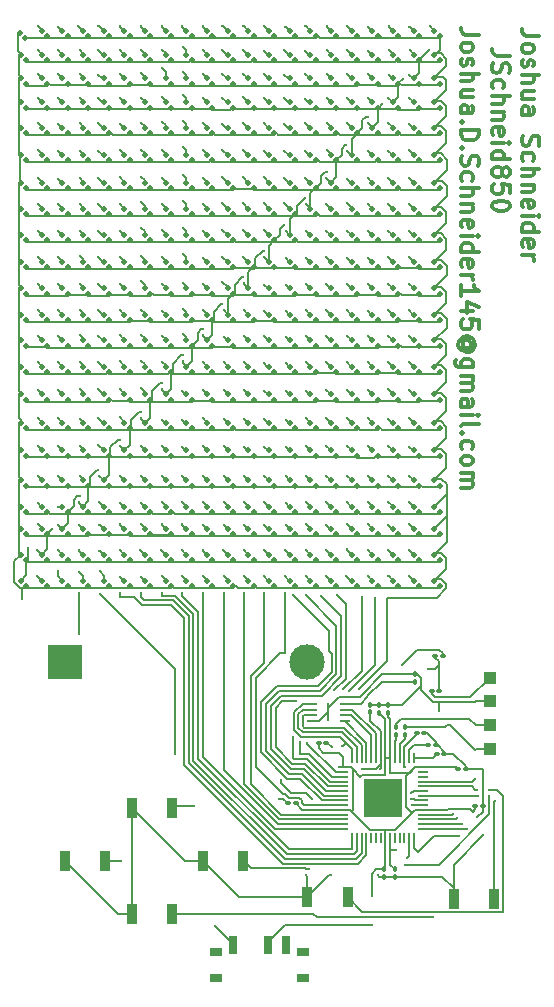
<source format=gbr>
%TF.GenerationSoftware,KiCad,Pcbnew,8.0.0*%
%TF.CreationDate,2024-03-20T12:42:58-05:00*%
%TF.ProjectId,tetrisBusinessCard,74657472-6973-4427-9573-696e65737343,rev?*%
%TF.SameCoordinates,Original*%
%TF.FileFunction,Copper,L1,Top*%
%TF.FilePolarity,Positive*%
%FSLAX46Y46*%
G04 Gerber Fmt 4.6, Leading zero omitted, Abs format (unit mm)*
G04 Created by KiCad (PCBNEW 8.0.0) date 2024-03-20 12:42:58*
%MOMM*%
%LPD*%
G01*
G04 APERTURE LIST*
G04 Aperture macros list*
%AMRoundRect*
0 Rectangle with rounded corners*
0 $1 Rounding radius*
0 $2 $3 $4 $5 $6 $7 $8 $9 X,Y pos of 4 corners*
0 Add a 4 corners polygon primitive as box body*
4,1,4,$2,$3,$4,$5,$6,$7,$8,$9,$2,$3,0*
0 Add four circle primitives for the rounded corners*
1,1,$1+$1,$2,$3*
1,1,$1+$1,$4,$5*
1,1,$1+$1,$6,$7*
1,1,$1+$1,$8,$9*
0 Add four rect primitives between the rounded corners*
20,1,$1+$1,$2,$3,$4,$5,0*
20,1,$1+$1,$4,$5,$6,$7,0*
20,1,$1+$1,$6,$7,$8,$9,0*
20,1,$1+$1,$8,$9,$2,$3,0*%
G04 Aperture macros list end*
%ADD10C,0.300000*%
%TA.AperFunction,NonConductor*%
%ADD11C,0.300000*%
%TD*%
%TA.AperFunction,SMDPad,CuDef*%
%ADD12RoundRect,0.100000X-0.162635X0.021213X0.021213X-0.162635X0.162635X-0.021213X-0.021213X0.162635X0*%
%TD*%
%TA.AperFunction,SMDPad,CuDef*%
%ADD13RoundRect,0.100000X0.130000X0.100000X-0.130000X0.100000X-0.130000X-0.100000X0.130000X-0.100000X0*%
%TD*%
%TA.AperFunction,SMDPad,CuDef*%
%ADD14RoundRect,0.100000X-0.100000X0.130000X-0.100000X-0.130000X0.100000X-0.130000X0.100000X0.130000X0*%
%TD*%
%TA.AperFunction,SMDPad,CuDef*%
%ADD15R,1.000000X1.000000*%
%TD*%
%TA.AperFunction,SMDPad,CuDef*%
%ADD16R,0.812800X0.254000*%
%TD*%
%TA.AperFunction,SMDPad,CuDef*%
%ADD17R,0.203200X1.600200*%
%TD*%
%TA.AperFunction,SMDPad,CuDef*%
%ADD18R,0.900000X1.700000*%
%TD*%
%TA.AperFunction,SMDPad,CuDef*%
%ADD19R,1.000000X0.800000*%
%TD*%
%TA.AperFunction,SMDPad,CuDef*%
%ADD20R,0.700000X1.500000*%
%TD*%
%TA.AperFunction,SMDPad,CuDef*%
%ADD21R,0.812800X0.177800*%
%TD*%
%TA.AperFunction,SMDPad,CuDef*%
%ADD22R,0.177800X0.812800*%
%TD*%
%TA.AperFunction,SMDPad,CuDef*%
%ADD23R,3.200400X3.200400*%
%TD*%
%TA.AperFunction,SMDPad,CuDef*%
%ADD24RoundRect,0.100000X0.100000X-0.130000X0.100000X0.130000X-0.100000X0.130000X-0.100000X-0.130000X0*%
%TD*%
%TA.AperFunction,ComponentPad*%
%ADD25R,3.000000X3.000000*%
%TD*%
%TA.AperFunction,ComponentPad*%
%ADD26C,3.000000*%
%TD*%
%TA.AperFunction,ViaPad*%
%ADD27C,0.300000*%
%TD*%
%TA.AperFunction,Conductor*%
%ADD28C,0.200000*%
%TD*%
G04 APERTURE END LIST*
D10*
D11*
X217249171Y-24133082D02*
X216177742Y-24133082D01*
X216177742Y-24133082D02*
X215963457Y-24061653D01*
X215963457Y-24061653D02*
X215820600Y-23918796D01*
X215820600Y-23918796D02*
X215749171Y-23704510D01*
X215749171Y-23704510D02*
X215749171Y-23561653D01*
X215820600Y-24775939D02*
X215749171Y-24990225D01*
X215749171Y-24990225D02*
X215749171Y-25347367D01*
X215749171Y-25347367D02*
X215820600Y-25490225D01*
X215820600Y-25490225D02*
X215892028Y-25561653D01*
X215892028Y-25561653D02*
X216034885Y-25633082D01*
X216034885Y-25633082D02*
X216177742Y-25633082D01*
X216177742Y-25633082D02*
X216320600Y-25561653D01*
X216320600Y-25561653D02*
X216392028Y-25490225D01*
X216392028Y-25490225D02*
X216463457Y-25347367D01*
X216463457Y-25347367D02*
X216534885Y-25061653D01*
X216534885Y-25061653D02*
X216606314Y-24918796D01*
X216606314Y-24918796D02*
X216677742Y-24847367D01*
X216677742Y-24847367D02*
X216820600Y-24775939D01*
X216820600Y-24775939D02*
X216963457Y-24775939D01*
X216963457Y-24775939D02*
X217106314Y-24847367D01*
X217106314Y-24847367D02*
X217177742Y-24918796D01*
X217177742Y-24918796D02*
X217249171Y-25061653D01*
X217249171Y-25061653D02*
X217249171Y-25418796D01*
X217249171Y-25418796D02*
X217177742Y-25633082D01*
X215820600Y-26918796D02*
X215749171Y-26775938D01*
X215749171Y-26775938D02*
X215749171Y-26490224D01*
X215749171Y-26490224D02*
X215820600Y-26347367D01*
X215820600Y-26347367D02*
X215892028Y-26275938D01*
X215892028Y-26275938D02*
X216034885Y-26204510D01*
X216034885Y-26204510D02*
X216463457Y-26204510D01*
X216463457Y-26204510D02*
X216606314Y-26275938D01*
X216606314Y-26275938D02*
X216677742Y-26347367D01*
X216677742Y-26347367D02*
X216749171Y-26490224D01*
X216749171Y-26490224D02*
X216749171Y-26775938D01*
X216749171Y-26775938D02*
X216677742Y-26918796D01*
X215749171Y-27561652D02*
X217249171Y-27561652D01*
X215749171Y-28204510D02*
X216534885Y-28204510D01*
X216534885Y-28204510D02*
X216677742Y-28133081D01*
X216677742Y-28133081D02*
X216749171Y-27990224D01*
X216749171Y-27990224D02*
X216749171Y-27775938D01*
X216749171Y-27775938D02*
X216677742Y-27633081D01*
X216677742Y-27633081D02*
X216606314Y-27561652D01*
X216749171Y-28918795D02*
X215749171Y-28918795D01*
X216606314Y-28918795D02*
X216677742Y-28990224D01*
X216677742Y-28990224D02*
X216749171Y-29133081D01*
X216749171Y-29133081D02*
X216749171Y-29347367D01*
X216749171Y-29347367D02*
X216677742Y-29490224D01*
X216677742Y-29490224D02*
X216534885Y-29561653D01*
X216534885Y-29561653D02*
X215749171Y-29561653D01*
X215820600Y-30847367D02*
X215749171Y-30704510D01*
X215749171Y-30704510D02*
X215749171Y-30418796D01*
X215749171Y-30418796D02*
X215820600Y-30275938D01*
X215820600Y-30275938D02*
X215963457Y-30204510D01*
X215963457Y-30204510D02*
X216534885Y-30204510D01*
X216534885Y-30204510D02*
X216677742Y-30275938D01*
X216677742Y-30275938D02*
X216749171Y-30418796D01*
X216749171Y-30418796D02*
X216749171Y-30704510D01*
X216749171Y-30704510D02*
X216677742Y-30847367D01*
X216677742Y-30847367D02*
X216534885Y-30918796D01*
X216534885Y-30918796D02*
X216392028Y-30918796D01*
X216392028Y-30918796D02*
X216249171Y-30204510D01*
X215749171Y-31561652D02*
X216749171Y-31561652D01*
X217249171Y-31561652D02*
X217177742Y-31490224D01*
X217177742Y-31490224D02*
X217106314Y-31561652D01*
X217106314Y-31561652D02*
X217177742Y-31633081D01*
X217177742Y-31633081D02*
X217249171Y-31561652D01*
X217249171Y-31561652D02*
X217106314Y-31561652D01*
X215749171Y-32918796D02*
X217249171Y-32918796D01*
X215820600Y-32918796D02*
X215749171Y-32775938D01*
X215749171Y-32775938D02*
X215749171Y-32490224D01*
X215749171Y-32490224D02*
X215820600Y-32347367D01*
X215820600Y-32347367D02*
X215892028Y-32275938D01*
X215892028Y-32275938D02*
X216034885Y-32204510D01*
X216034885Y-32204510D02*
X216463457Y-32204510D01*
X216463457Y-32204510D02*
X216606314Y-32275938D01*
X216606314Y-32275938D02*
X216677742Y-32347367D01*
X216677742Y-32347367D02*
X216749171Y-32490224D01*
X216749171Y-32490224D02*
X216749171Y-32775938D01*
X216749171Y-32775938D02*
X216677742Y-32918796D01*
X216606314Y-33847367D02*
X216677742Y-33704510D01*
X216677742Y-33704510D02*
X216749171Y-33633081D01*
X216749171Y-33633081D02*
X216892028Y-33561653D01*
X216892028Y-33561653D02*
X216963457Y-33561653D01*
X216963457Y-33561653D02*
X217106314Y-33633081D01*
X217106314Y-33633081D02*
X217177742Y-33704510D01*
X217177742Y-33704510D02*
X217249171Y-33847367D01*
X217249171Y-33847367D02*
X217249171Y-34133081D01*
X217249171Y-34133081D02*
X217177742Y-34275939D01*
X217177742Y-34275939D02*
X217106314Y-34347367D01*
X217106314Y-34347367D02*
X216963457Y-34418796D01*
X216963457Y-34418796D02*
X216892028Y-34418796D01*
X216892028Y-34418796D02*
X216749171Y-34347367D01*
X216749171Y-34347367D02*
X216677742Y-34275939D01*
X216677742Y-34275939D02*
X216606314Y-34133081D01*
X216606314Y-34133081D02*
X216606314Y-33847367D01*
X216606314Y-33847367D02*
X216534885Y-33704510D01*
X216534885Y-33704510D02*
X216463457Y-33633081D01*
X216463457Y-33633081D02*
X216320600Y-33561653D01*
X216320600Y-33561653D02*
X216034885Y-33561653D01*
X216034885Y-33561653D02*
X215892028Y-33633081D01*
X215892028Y-33633081D02*
X215820600Y-33704510D01*
X215820600Y-33704510D02*
X215749171Y-33847367D01*
X215749171Y-33847367D02*
X215749171Y-34133081D01*
X215749171Y-34133081D02*
X215820600Y-34275939D01*
X215820600Y-34275939D02*
X215892028Y-34347367D01*
X215892028Y-34347367D02*
X216034885Y-34418796D01*
X216034885Y-34418796D02*
X216320600Y-34418796D01*
X216320600Y-34418796D02*
X216463457Y-34347367D01*
X216463457Y-34347367D02*
X216534885Y-34275939D01*
X216534885Y-34275939D02*
X216606314Y-34133081D01*
X217249171Y-35775938D02*
X217249171Y-35061652D01*
X217249171Y-35061652D02*
X216534885Y-34990224D01*
X216534885Y-34990224D02*
X216606314Y-35061652D01*
X216606314Y-35061652D02*
X216677742Y-35204510D01*
X216677742Y-35204510D02*
X216677742Y-35561652D01*
X216677742Y-35561652D02*
X216606314Y-35704510D01*
X216606314Y-35704510D02*
X216534885Y-35775938D01*
X216534885Y-35775938D02*
X216392028Y-35847367D01*
X216392028Y-35847367D02*
X216034885Y-35847367D01*
X216034885Y-35847367D02*
X215892028Y-35775938D01*
X215892028Y-35775938D02*
X215820600Y-35704510D01*
X215820600Y-35704510D02*
X215749171Y-35561652D01*
X215749171Y-35561652D02*
X215749171Y-35204510D01*
X215749171Y-35204510D02*
X215820600Y-35061652D01*
X215820600Y-35061652D02*
X215892028Y-34990224D01*
X217249171Y-36775938D02*
X217249171Y-36918795D01*
X217249171Y-36918795D02*
X217177742Y-37061652D01*
X217177742Y-37061652D02*
X217106314Y-37133081D01*
X217106314Y-37133081D02*
X216963457Y-37204509D01*
X216963457Y-37204509D02*
X216677742Y-37275938D01*
X216677742Y-37275938D02*
X216320600Y-37275938D01*
X216320600Y-37275938D02*
X216034885Y-37204509D01*
X216034885Y-37204509D02*
X215892028Y-37133081D01*
X215892028Y-37133081D02*
X215820600Y-37061652D01*
X215820600Y-37061652D02*
X215749171Y-36918795D01*
X215749171Y-36918795D02*
X215749171Y-36775938D01*
X215749171Y-36775938D02*
X215820600Y-36633081D01*
X215820600Y-36633081D02*
X215892028Y-36561652D01*
X215892028Y-36561652D02*
X216034885Y-36490223D01*
X216034885Y-36490223D02*
X216320600Y-36418795D01*
X216320600Y-36418795D02*
X216677742Y-36418795D01*
X216677742Y-36418795D02*
X216963457Y-36490223D01*
X216963457Y-36490223D02*
X217106314Y-36561652D01*
X217106314Y-36561652D02*
X217177742Y-36633081D01*
X217177742Y-36633081D02*
X217249171Y-36775938D01*
D10*
D11*
X219749171Y-22483082D02*
X218677742Y-22483082D01*
X218677742Y-22483082D02*
X218463457Y-22411653D01*
X218463457Y-22411653D02*
X218320600Y-22268796D01*
X218320600Y-22268796D02*
X218249171Y-22054510D01*
X218249171Y-22054510D02*
X218249171Y-21911653D01*
X218249171Y-23411653D02*
X218320600Y-23268796D01*
X218320600Y-23268796D02*
X218392028Y-23197367D01*
X218392028Y-23197367D02*
X218534885Y-23125939D01*
X218534885Y-23125939D02*
X218963457Y-23125939D01*
X218963457Y-23125939D02*
X219106314Y-23197367D01*
X219106314Y-23197367D02*
X219177742Y-23268796D01*
X219177742Y-23268796D02*
X219249171Y-23411653D01*
X219249171Y-23411653D02*
X219249171Y-23625939D01*
X219249171Y-23625939D02*
X219177742Y-23768796D01*
X219177742Y-23768796D02*
X219106314Y-23840225D01*
X219106314Y-23840225D02*
X218963457Y-23911653D01*
X218963457Y-23911653D02*
X218534885Y-23911653D01*
X218534885Y-23911653D02*
X218392028Y-23840225D01*
X218392028Y-23840225D02*
X218320600Y-23768796D01*
X218320600Y-23768796D02*
X218249171Y-23625939D01*
X218249171Y-23625939D02*
X218249171Y-23411653D01*
X218320600Y-24483082D02*
X218249171Y-24625939D01*
X218249171Y-24625939D02*
X218249171Y-24911653D01*
X218249171Y-24911653D02*
X218320600Y-25054510D01*
X218320600Y-25054510D02*
X218463457Y-25125939D01*
X218463457Y-25125939D02*
X218534885Y-25125939D01*
X218534885Y-25125939D02*
X218677742Y-25054510D01*
X218677742Y-25054510D02*
X218749171Y-24911653D01*
X218749171Y-24911653D02*
X218749171Y-24697368D01*
X218749171Y-24697368D02*
X218820600Y-24554510D01*
X218820600Y-24554510D02*
X218963457Y-24483082D01*
X218963457Y-24483082D02*
X219034885Y-24483082D01*
X219034885Y-24483082D02*
X219177742Y-24554510D01*
X219177742Y-24554510D02*
X219249171Y-24697368D01*
X219249171Y-24697368D02*
X219249171Y-24911653D01*
X219249171Y-24911653D02*
X219177742Y-25054510D01*
X218249171Y-25768796D02*
X219749171Y-25768796D01*
X218249171Y-26411654D02*
X219034885Y-26411654D01*
X219034885Y-26411654D02*
X219177742Y-26340225D01*
X219177742Y-26340225D02*
X219249171Y-26197368D01*
X219249171Y-26197368D02*
X219249171Y-25983082D01*
X219249171Y-25983082D02*
X219177742Y-25840225D01*
X219177742Y-25840225D02*
X219106314Y-25768796D01*
X219249171Y-27768797D02*
X218249171Y-27768797D01*
X219249171Y-27125939D02*
X218463457Y-27125939D01*
X218463457Y-27125939D02*
X218320600Y-27197368D01*
X218320600Y-27197368D02*
X218249171Y-27340225D01*
X218249171Y-27340225D02*
X218249171Y-27554511D01*
X218249171Y-27554511D02*
X218320600Y-27697368D01*
X218320600Y-27697368D02*
X218392028Y-27768797D01*
X218249171Y-29125940D02*
X219034885Y-29125940D01*
X219034885Y-29125940D02*
X219177742Y-29054511D01*
X219177742Y-29054511D02*
X219249171Y-28911654D01*
X219249171Y-28911654D02*
X219249171Y-28625940D01*
X219249171Y-28625940D02*
X219177742Y-28483082D01*
X218320600Y-29125940D02*
X218249171Y-28983082D01*
X218249171Y-28983082D02*
X218249171Y-28625940D01*
X218249171Y-28625940D02*
X218320600Y-28483082D01*
X218320600Y-28483082D02*
X218463457Y-28411654D01*
X218463457Y-28411654D02*
X218606314Y-28411654D01*
X218606314Y-28411654D02*
X218749171Y-28483082D01*
X218749171Y-28483082D02*
X218820600Y-28625940D01*
X218820600Y-28625940D02*
X218820600Y-28983082D01*
X218820600Y-28983082D02*
X218892028Y-29125940D01*
X218320600Y-30911654D02*
X218249171Y-31125940D01*
X218249171Y-31125940D02*
X218249171Y-31483082D01*
X218249171Y-31483082D02*
X218320600Y-31625940D01*
X218320600Y-31625940D02*
X218392028Y-31697368D01*
X218392028Y-31697368D02*
X218534885Y-31768797D01*
X218534885Y-31768797D02*
X218677742Y-31768797D01*
X218677742Y-31768797D02*
X218820600Y-31697368D01*
X218820600Y-31697368D02*
X218892028Y-31625940D01*
X218892028Y-31625940D02*
X218963457Y-31483082D01*
X218963457Y-31483082D02*
X219034885Y-31197368D01*
X219034885Y-31197368D02*
X219106314Y-31054511D01*
X219106314Y-31054511D02*
X219177742Y-30983082D01*
X219177742Y-30983082D02*
X219320600Y-30911654D01*
X219320600Y-30911654D02*
X219463457Y-30911654D01*
X219463457Y-30911654D02*
X219606314Y-30983082D01*
X219606314Y-30983082D02*
X219677742Y-31054511D01*
X219677742Y-31054511D02*
X219749171Y-31197368D01*
X219749171Y-31197368D02*
X219749171Y-31554511D01*
X219749171Y-31554511D02*
X219677742Y-31768797D01*
X218320600Y-33054511D02*
X218249171Y-32911653D01*
X218249171Y-32911653D02*
X218249171Y-32625939D01*
X218249171Y-32625939D02*
X218320600Y-32483082D01*
X218320600Y-32483082D02*
X218392028Y-32411653D01*
X218392028Y-32411653D02*
X218534885Y-32340225D01*
X218534885Y-32340225D02*
X218963457Y-32340225D01*
X218963457Y-32340225D02*
X219106314Y-32411653D01*
X219106314Y-32411653D02*
X219177742Y-32483082D01*
X219177742Y-32483082D02*
X219249171Y-32625939D01*
X219249171Y-32625939D02*
X219249171Y-32911653D01*
X219249171Y-32911653D02*
X219177742Y-33054511D01*
X218249171Y-33697367D02*
X219749171Y-33697367D01*
X218249171Y-34340225D02*
X219034885Y-34340225D01*
X219034885Y-34340225D02*
X219177742Y-34268796D01*
X219177742Y-34268796D02*
X219249171Y-34125939D01*
X219249171Y-34125939D02*
X219249171Y-33911653D01*
X219249171Y-33911653D02*
X219177742Y-33768796D01*
X219177742Y-33768796D02*
X219106314Y-33697367D01*
X219249171Y-35054510D02*
X218249171Y-35054510D01*
X219106314Y-35054510D02*
X219177742Y-35125939D01*
X219177742Y-35125939D02*
X219249171Y-35268796D01*
X219249171Y-35268796D02*
X219249171Y-35483082D01*
X219249171Y-35483082D02*
X219177742Y-35625939D01*
X219177742Y-35625939D02*
X219034885Y-35697368D01*
X219034885Y-35697368D02*
X218249171Y-35697368D01*
X218320600Y-36983082D02*
X218249171Y-36840225D01*
X218249171Y-36840225D02*
X218249171Y-36554511D01*
X218249171Y-36554511D02*
X218320600Y-36411653D01*
X218320600Y-36411653D02*
X218463457Y-36340225D01*
X218463457Y-36340225D02*
X219034885Y-36340225D01*
X219034885Y-36340225D02*
X219177742Y-36411653D01*
X219177742Y-36411653D02*
X219249171Y-36554511D01*
X219249171Y-36554511D02*
X219249171Y-36840225D01*
X219249171Y-36840225D02*
X219177742Y-36983082D01*
X219177742Y-36983082D02*
X219034885Y-37054511D01*
X219034885Y-37054511D02*
X218892028Y-37054511D01*
X218892028Y-37054511D02*
X218749171Y-36340225D01*
X218249171Y-37697367D02*
X219249171Y-37697367D01*
X219749171Y-37697367D02*
X219677742Y-37625939D01*
X219677742Y-37625939D02*
X219606314Y-37697367D01*
X219606314Y-37697367D02*
X219677742Y-37768796D01*
X219677742Y-37768796D02*
X219749171Y-37697367D01*
X219749171Y-37697367D02*
X219606314Y-37697367D01*
X218249171Y-39054511D02*
X219749171Y-39054511D01*
X218320600Y-39054511D02*
X218249171Y-38911653D01*
X218249171Y-38911653D02*
X218249171Y-38625939D01*
X218249171Y-38625939D02*
X218320600Y-38483082D01*
X218320600Y-38483082D02*
X218392028Y-38411653D01*
X218392028Y-38411653D02*
X218534885Y-38340225D01*
X218534885Y-38340225D02*
X218963457Y-38340225D01*
X218963457Y-38340225D02*
X219106314Y-38411653D01*
X219106314Y-38411653D02*
X219177742Y-38483082D01*
X219177742Y-38483082D02*
X219249171Y-38625939D01*
X219249171Y-38625939D02*
X219249171Y-38911653D01*
X219249171Y-38911653D02*
X219177742Y-39054511D01*
X218320600Y-40340225D02*
X218249171Y-40197368D01*
X218249171Y-40197368D02*
X218249171Y-39911654D01*
X218249171Y-39911654D02*
X218320600Y-39768796D01*
X218320600Y-39768796D02*
X218463457Y-39697368D01*
X218463457Y-39697368D02*
X219034885Y-39697368D01*
X219034885Y-39697368D02*
X219177742Y-39768796D01*
X219177742Y-39768796D02*
X219249171Y-39911654D01*
X219249171Y-39911654D02*
X219249171Y-40197368D01*
X219249171Y-40197368D02*
X219177742Y-40340225D01*
X219177742Y-40340225D02*
X219034885Y-40411654D01*
X219034885Y-40411654D02*
X218892028Y-40411654D01*
X218892028Y-40411654D02*
X218749171Y-39697368D01*
X218249171Y-41054510D02*
X219249171Y-41054510D01*
X218963457Y-41054510D02*
X219106314Y-41125939D01*
X219106314Y-41125939D02*
X219177742Y-41197368D01*
X219177742Y-41197368D02*
X219249171Y-41340225D01*
X219249171Y-41340225D02*
X219249171Y-41483082D01*
D10*
D11*
X214599171Y-22383082D02*
X213527742Y-22383082D01*
X213527742Y-22383082D02*
X213313457Y-22311653D01*
X213313457Y-22311653D02*
X213170600Y-22168796D01*
X213170600Y-22168796D02*
X213099171Y-21954510D01*
X213099171Y-21954510D02*
X213099171Y-21811653D01*
X213099171Y-23311653D02*
X213170600Y-23168796D01*
X213170600Y-23168796D02*
X213242028Y-23097367D01*
X213242028Y-23097367D02*
X213384885Y-23025939D01*
X213384885Y-23025939D02*
X213813457Y-23025939D01*
X213813457Y-23025939D02*
X213956314Y-23097367D01*
X213956314Y-23097367D02*
X214027742Y-23168796D01*
X214027742Y-23168796D02*
X214099171Y-23311653D01*
X214099171Y-23311653D02*
X214099171Y-23525939D01*
X214099171Y-23525939D02*
X214027742Y-23668796D01*
X214027742Y-23668796D02*
X213956314Y-23740225D01*
X213956314Y-23740225D02*
X213813457Y-23811653D01*
X213813457Y-23811653D02*
X213384885Y-23811653D01*
X213384885Y-23811653D02*
X213242028Y-23740225D01*
X213242028Y-23740225D02*
X213170600Y-23668796D01*
X213170600Y-23668796D02*
X213099171Y-23525939D01*
X213099171Y-23525939D02*
X213099171Y-23311653D01*
X213170600Y-24383082D02*
X213099171Y-24525939D01*
X213099171Y-24525939D02*
X213099171Y-24811653D01*
X213099171Y-24811653D02*
X213170600Y-24954510D01*
X213170600Y-24954510D02*
X213313457Y-25025939D01*
X213313457Y-25025939D02*
X213384885Y-25025939D01*
X213384885Y-25025939D02*
X213527742Y-24954510D01*
X213527742Y-24954510D02*
X213599171Y-24811653D01*
X213599171Y-24811653D02*
X213599171Y-24597368D01*
X213599171Y-24597368D02*
X213670600Y-24454510D01*
X213670600Y-24454510D02*
X213813457Y-24383082D01*
X213813457Y-24383082D02*
X213884885Y-24383082D01*
X213884885Y-24383082D02*
X214027742Y-24454510D01*
X214027742Y-24454510D02*
X214099171Y-24597368D01*
X214099171Y-24597368D02*
X214099171Y-24811653D01*
X214099171Y-24811653D02*
X214027742Y-24954510D01*
X213099171Y-25668796D02*
X214599171Y-25668796D01*
X213099171Y-26311654D02*
X213884885Y-26311654D01*
X213884885Y-26311654D02*
X214027742Y-26240225D01*
X214027742Y-26240225D02*
X214099171Y-26097368D01*
X214099171Y-26097368D02*
X214099171Y-25883082D01*
X214099171Y-25883082D02*
X214027742Y-25740225D01*
X214027742Y-25740225D02*
X213956314Y-25668796D01*
X214099171Y-27668797D02*
X213099171Y-27668797D01*
X214099171Y-27025939D02*
X213313457Y-27025939D01*
X213313457Y-27025939D02*
X213170600Y-27097368D01*
X213170600Y-27097368D02*
X213099171Y-27240225D01*
X213099171Y-27240225D02*
X213099171Y-27454511D01*
X213099171Y-27454511D02*
X213170600Y-27597368D01*
X213170600Y-27597368D02*
X213242028Y-27668797D01*
X213099171Y-29025940D02*
X213884885Y-29025940D01*
X213884885Y-29025940D02*
X214027742Y-28954511D01*
X214027742Y-28954511D02*
X214099171Y-28811654D01*
X214099171Y-28811654D02*
X214099171Y-28525940D01*
X214099171Y-28525940D02*
X214027742Y-28383082D01*
X213170600Y-29025940D02*
X213099171Y-28883082D01*
X213099171Y-28883082D02*
X213099171Y-28525940D01*
X213099171Y-28525940D02*
X213170600Y-28383082D01*
X213170600Y-28383082D02*
X213313457Y-28311654D01*
X213313457Y-28311654D02*
X213456314Y-28311654D01*
X213456314Y-28311654D02*
X213599171Y-28383082D01*
X213599171Y-28383082D02*
X213670600Y-28525940D01*
X213670600Y-28525940D02*
X213670600Y-28883082D01*
X213670600Y-28883082D02*
X213742028Y-29025940D01*
X213242028Y-29740225D02*
X213170600Y-29811654D01*
X213170600Y-29811654D02*
X213099171Y-29740225D01*
X213099171Y-29740225D02*
X213170600Y-29668797D01*
X213170600Y-29668797D02*
X213242028Y-29740225D01*
X213242028Y-29740225D02*
X213099171Y-29740225D01*
X213099171Y-30454511D02*
X214599171Y-30454511D01*
X214599171Y-30454511D02*
X214599171Y-30811654D01*
X214599171Y-30811654D02*
X214527742Y-31025940D01*
X214527742Y-31025940D02*
X214384885Y-31168797D01*
X214384885Y-31168797D02*
X214242028Y-31240226D01*
X214242028Y-31240226D02*
X213956314Y-31311654D01*
X213956314Y-31311654D02*
X213742028Y-31311654D01*
X213742028Y-31311654D02*
X213456314Y-31240226D01*
X213456314Y-31240226D02*
X213313457Y-31168797D01*
X213313457Y-31168797D02*
X213170600Y-31025940D01*
X213170600Y-31025940D02*
X213099171Y-30811654D01*
X213099171Y-30811654D02*
X213099171Y-30454511D01*
X213242028Y-31954511D02*
X213170600Y-32025940D01*
X213170600Y-32025940D02*
X213099171Y-31954511D01*
X213099171Y-31954511D02*
X213170600Y-31883083D01*
X213170600Y-31883083D02*
X213242028Y-31954511D01*
X213242028Y-31954511D02*
X213099171Y-31954511D01*
X213170600Y-32597369D02*
X213099171Y-32811655D01*
X213099171Y-32811655D02*
X213099171Y-33168797D01*
X213099171Y-33168797D02*
X213170600Y-33311655D01*
X213170600Y-33311655D02*
X213242028Y-33383083D01*
X213242028Y-33383083D02*
X213384885Y-33454512D01*
X213384885Y-33454512D02*
X213527742Y-33454512D01*
X213527742Y-33454512D02*
X213670600Y-33383083D01*
X213670600Y-33383083D02*
X213742028Y-33311655D01*
X213742028Y-33311655D02*
X213813457Y-33168797D01*
X213813457Y-33168797D02*
X213884885Y-32883083D01*
X213884885Y-32883083D02*
X213956314Y-32740226D01*
X213956314Y-32740226D02*
X214027742Y-32668797D01*
X214027742Y-32668797D02*
X214170600Y-32597369D01*
X214170600Y-32597369D02*
X214313457Y-32597369D01*
X214313457Y-32597369D02*
X214456314Y-32668797D01*
X214456314Y-32668797D02*
X214527742Y-32740226D01*
X214527742Y-32740226D02*
X214599171Y-32883083D01*
X214599171Y-32883083D02*
X214599171Y-33240226D01*
X214599171Y-33240226D02*
X214527742Y-33454512D01*
X213170600Y-34740226D02*
X213099171Y-34597368D01*
X213099171Y-34597368D02*
X213099171Y-34311654D01*
X213099171Y-34311654D02*
X213170600Y-34168797D01*
X213170600Y-34168797D02*
X213242028Y-34097368D01*
X213242028Y-34097368D02*
X213384885Y-34025940D01*
X213384885Y-34025940D02*
X213813457Y-34025940D01*
X213813457Y-34025940D02*
X213956314Y-34097368D01*
X213956314Y-34097368D02*
X214027742Y-34168797D01*
X214027742Y-34168797D02*
X214099171Y-34311654D01*
X214099171Y-34311654D02*
X214099171Y-34597368D01*
X214099171Y-34597368D02*
X214027742Y-34740226D01*
X213099171Y-35383082D02*
X214599171Y-35383082D01*
X213099171Y-36025940D02*
X213884885Y-36025940D01*
X213884885Y-36025940D02*
X214027742Y-35954511D01*
X214027742Y-35954511D02*
X214099171Y-35811654D01*
X214099171Y-35811654D02*
X214099171Y-35597368D01*
X214099171Y-35597368D02*
X214027742Y-35454511D01*
X214027742Y-35454511D02*
X213956314Y-35383082D01*
X214099171Y-36740225D02*
X213099171Y-36740225D01*
X213956314Y-36740225D02*
X214027742Y-36811654D01*
X214027742Y-36811654D02*
X214099171Y-36954511D01*
X214099171Y-36954511D02*
X214099171Y-37168797D01*
X214099171Y-37168797D02*
X214027742Y-37311654D01*
X214027742Y-37311654D02*
X213884885Y-37383083D01*
X213884885Y-37383083D02*
X213099171Y-37383083D01*
X213170600Y-38668797D02*
X213099171Y-38525940D01*
X213099171Y-38525940D02*
X213099171Y-38240226D01*
X213099171Y-38240226D02*
X213170600Y-38097368D01*
X213170600Y-38097368D02*
X213313457Y-38025940D01*
X213313457Y-38025940D02*
X213884885Y-38025940D01*
X213884885Y-38025940D02*
X214027742Y-38097368D01*
X214027742Y-38097368D02*
X214099171Y-38240226D01*
X214099171Y-38240226D02*
X214099171Y-38525940D01*
X214099171Y-38525940D02*
X214027742Y-38668797D01*
X214027742Y-38668797D02*
X213884885Y-38740226D01*
X213884885Y-38740226D02*
X213742028Y-38740226D01*
X213742028Y-38740226D02*
X213599171Y-38025940D01*
X213099171Y-39383082D02*
X214099171Y-39383082D01*
X214599171Y-39383082D02*
X214527742Y-39311654D01*
X214527742Y-39311654D02*
X214456314Y-39383082D01*
X214456314Y-39383082D02*
X214527742Y-39454511D01*
X214527742Y-39454511D02*
X214599171Y-39383082D01*
X214599171Y-39383082D02*
X214456314Y-39383082D01*
X213099171Y-40740226D02*
X214599171Y-40740226D01*
X213170600Y-40740226D02*
X213099171Y-40597368D01*
X213099171Y-40597368D02*
X213099171Y-40311654D01*
X213099171Y-40311654D02*
X213170600Y-40168797D01*
X213170600Y-40168797D02*
X213242028Y-40097368D01*
X213242028Y-40097368D02*
X213384885Y-40025940D01*
X213384885Y-40025940D02*
X213813457Y-40025940D01*
X213813457Y-40025940D02*
X213956314Y-40097368D01*
X213956314Y-40097368D02*
X214027742Y-40168797D01*
X214027742Y-40168797D02*
X214099171Y-40311654D01*
X214099171Y-40311654D02*
X214099171Y-40597368D01*
X214099171Y-40597368D02*
X214027742Y-40740226D01*
X213170600Y-42025940D02*
X213099171Y-41883083D01*
X213099171Y-41883083D02*
X213099171Y-41597369D01*
X213099171Y-41597369D02*
X213170600Y-41454511D01*
X213170600Y-41454511D02*
X213313457Y-41383083D01*
X213313457Y-41383083D02*
X213884885Y-41383083D01*
X213884885Y-41383083D02*
X214027742Y-41454511D01*
X214027742Y-41454511D02*
X214099171Y-41597369D01*
X214099171Y-41597369D02*
X214099171Y-41883083D01*
X214099171Y-41883083D02*
X214027742Y-42025940D01*
X214027742Y-42025940D02*
X213884885Y-42097369D01*
X213884885Y-42097369D02*
X213742028Y-42097369D01*
X213742028Y-42097369D02*
X213599171Y-41383083D01*
X213099171Y-42740225D02*
X214099171Y-42740225D01*
X213813457Y-42740225D02*
X213956314Y-42811654D01*
X213956314Y-42811654D02*
X214027742Y-42883083D01*
X214027742Y-42883083D02*
X214099171Y-43025940D01*
X214099171Y-43025940D02*
X214099171Y-43168797D01*
X213099171Y-44454511D02*
X213099171Y-43597368D01*
X213099171Y-44025939D02*
X214599171Y-44025939D01*
X214599171Y-44025939D02*
X214384885Y-43883082D01*
X214384885Y-43883082D02*
X214242028Y-43740225D01*
X214242028Y-43740225D02*
X214170600Y-43597368D01*
X214099171Y-45740225D02*
X213099171Y-45740225D01*
X214670600Y-45383082D02*
X213599171Y-45025939D01*
X213599171Y-45025939D02*
X213599171Y-45954510D01*
X214599171Y-47240224D02*
X214599171Y-46525938D01*
X214599171Y-46525938D02*
X213884885Y-46454510D01*
X213884885Y-46454510D02*
X213956314Y-46525938D01*
X213956314Y-46525938D02*
X214027742Y-46668796D01*
X214027742Y-46668796D02*
X214027742Y-47025938D01*
X214027742Y-47025938D02*
X213956314Y-47168796D01*
X213956314Y-47168796D02*
X213884885Y-47240224D01*
X213884885Y-47240224D02*
X213742028Y-47311653D01*
X213742028Y-47311653D02*
X213384885Y-47311653D01*
X213384885Y-47311653D02*
X213242028Y-47240224D01*
X213242028Y-47240224D02*
X213170600Y-47168796D01*
X213170600Y-47168796D02*
X213099171Y-47025938D01*
X213099171Y-47025938D02*
X213099171Y-46668796D01*
X213099171Y-46668796D02*
X213170600Y-46525938D01*
X213170600Y-46525938D02*
X213242028Y-46454510D01*
X213813457Y-48883081D02*
X213884885Y-48811652D01*
X213884885Y-48811652D02*
X213956314Y-48668795D01*
X213956314Y-48668795D02*
X213956314Y-48525938D01*
X213956314Y-48525938D02*
X213884885Y-48383081D01*
X213884885Y-48383081D02*
X213813457Y-48311652D01*
X213813457Y-48311652D02*
X213670600Y-48240224D01*
X213670600Y-48240224D02*
X213527742Y-48240224D01*
X213527742Y-48240224D02*
X213384885Y-48311652D01*
X213384885Y-48311652D02*
X213313457Y-48383081D01*
X213313457Y-48383081D02*
X213242028Y-48525938D01*
X213242028Y-48525938D02*
X213242028Y-48668795D01*
X213242028Y-48668795D02*
X213313457Y-48811652D01*
X213313457Y-48811652D02*
X213384885Y-48883081D01*
X213956314Y-48883081D02*
X213384885Y-48883081D01*
X213384885Y-48883081D02*
X213313457Y-48954509D01*
X213313457Y-48954509D02*
X213313457Y-49025938D01*
X213313457Y-49025938D02*
X213384885Y-49168795D01*
X213384885Y-49168795D02*
X213527742Y-49240224D01*
X213527742Y-49240224D02*
X213884885Y-49240224D01*
X213884885Y-49240224D02*
X214099171Y-49097367D01*
X214099171Y-49097367D02*
X214242028Y-48883081D01*
X214242028Y-48883081D02*
X214313457Y-48597367D01*
X214313457Y-48597367D02*
X214242028Y-48311652D01*
X214242028Y-48311652D02*
X214099171Y-48097367D01*
X214099171Y-48097367D02*
X213884885Y-47954509D01*
X213884885Y-47954509D02*
X213599171Y-47883081D01*
X213599171Y-47883081D02*
X213313457Y-47954509D01*
X213313457Y-47954509D02*
X213099171Y-48097367D01*
X213099171Y-48097367D02*
X212956314Y-48311652D01*
X212956314Y-48311652D02*
X212884885Y-48597367D01*
X212884885Y-48597367D02*
X212956314Y-48883081D01*
X212956314Y-48883081D02*
X213099171Y-49097367D01*
X214099171Y-50525938D02*
X212884885Y-50525938D01*
X212884885Y-50525938D02*
X212742028Y-50454509D01*
X212742028Y-50454509D02*
X212670600Y-50383080D01*
X212670600Y-50383080D02*
X212599171Y-50240223D01*
X212599171Y-50240223D02*
X212599171Y-50025938D01*
X212599171Y-50025938D02*
X212670600Y-49883080D01*
X213170600Y-50525938D02*
X213099171Y-50383080D01*
X213099171Y-50383080D02*
X213099171Y-50097366D01*
X213099171Y-50097366D02*
X213170600Y-49954509D01*
X213170600Y-49954509D02*
X213242028Y-49883080D01*
X213242028Y-49883080D02*
X213384885Y-49811652D01*
X213384885Y-49811652D02*
X213813457Y-49811652D01*
X213813457Y-49811652D02*
X213956314Y-49883080D01*
X213956314Y-49883080D02*
X214027742Y-49954509D01*
X214027742Y-49954509D02*
X214099171Y-50097366D01*
X214099171Y-50097366D02*
X214099171Y-50383080D01*
X214099171Y-50383080D02*
X214027742Y-50525938D01*
X213099171Y-51240223D02*
X214099171Y-51240223D01*
X213956314Y-51240223D02*
X214027742Y-51311652D01*
X214027742Y-51311652D02*
X214099171Y-51454509D01*
X214099171Y-51454509D02*
X214099171Y-51668795D01*
X214099171Y-51668795D02*
X214027742Y-51811652D01*
X214027742Y-51811652D02*
X213884885Y-51883081D01*
X213884885Y-51883081D02*
X213099171Y-51883081D01*
X213884885Y-51883081D02*
X214027742Y-51954509D01*
X214027742Y-51954509D02*
X214099171Y-52097366D01*
X214099171Y-52097366D02*
X214099171Y-52311652D01*
X214099171Y-52311652D02*
X214027742Y-52454509D01*
X214027742Y-52454509D02*
X213884885Y-52525938D01*
X213884885Y-52525938D02*
X213099171Y-52525938D01*
X213099171Y-53883081D02*
X213884885Y-53883081D01*
X213884885Y-53883081D02*
X214027742Y-53811652D01*
X214027742Y-53811652D02*
X214099171Y-53668795D01*
X214099171Y-53668795D02*
X214099171Y-53383081D01*
X214099171Y-53383081D02*
X214027742Y-53240223D01*
X213170600Y-53883081D02*
X213099171Y-53740223D01*
X213099171Y-53740223D02*
X213099171Y-53383081D01*
X213099171Y-53383081D02*
X213170600Y-53240223D01*
X213170600Y-53240223D02*
X213313457Y-53168795D01*
X213313457Y-53168795D02*
X213456314Y-53168795D01*
X213456314Y-53168795D02*
X213599171Y-53240223D01*
X213599171Y-53240223D02*
X213670600Y-53383081D01*
X213670600Y-53383081D02*
X213670600Y-53740223D01*
X213670600Y-53740223D02*
X213742028Y-53883081D01*
X213099171Y-54597366D02*
X214099171Y-54597366D01*
X214599171Y-54597366D02*
X214527742Y-54525938D01*
X214527742Y-54525938D02*
X214456314Y-54597366D01*
X214456314Y-54597366D02*
X214527742Y-54668795D01*
X214527742Y-54668795D02*
X214599171Y-54597366D01*
X214599171Y-54597366D02*
X214456314Y-54597366D01*
X213099171Y-55525938D02*
X213170600Y-55383081D01*
X213170600Y-55383081D02*
X213313457Y-55311652D01*
X213313457Y-55311652D02*
X214599171Y-55311652D01*
X213242028Y-56097366D02*
X213170600Y-56168795D01*
X213170600Y-56168795D02*
X213099171Y-56097366D01*
X213099171Y-56097366D02*
X213170600Y-56025938D01*
X213170600Y-56025938D02*
X213242028Y-56097366D01*
X213242028Y-56097366D02*
X213099171Y-56097366D01*
X213170600Y-57454510D02*
X213099171Y-57311652D01*
X213099171Y-57311652D02*
X213099171Y-57025938D01*
X213099171Y-57025938D02*
X213170600Y-56883081D01*
X213170600Y-56883081D02*
X213242028Y-56811652D01*
X213242028Y-56811652D02*
X213384885Y-56740224D01*
X213384885Y-56740224D02*
X213813457Y-56740224D01*
X213813457Y-56740224D02*
X213956314Y-56811652D01*
X213956314Y-56811652D02*
X214027742Y-56883081D01*
X214027742Y-56883081D02*
X214099171Y-57025938D01*
X214099171Y-57025938D02*
X214099171Y-57311652D01*
X214099171Y-57311652D02*
X214027742Y-57454510D01*
X213099171Y-58311652D02*
X213170600Y-58168795D01*
X213170600Y-58168795D02*
X213242028Y-58097366D01*
X213242028Y-58097366D02*
X213384885Y-58025938D01*
X213384885Y-58025938D02*
X213813457Y-58025938D01*
X213813457Y-58025938D02*
X213956314Y-58097366D01*
X213956314Y-58097366D02*
X214027742Y-58168795D01*
X214027742Y-58168795D02*
X214099171Y-58311652D01*
X214099171Y-58311652D02*
X214099171Y-58525938D01*
X214099171Y-58525938D02*
X214027742Y-58668795D01*
X214027742Y-58668795D02*
X213956314Y-58740224D01*
X213956314Y-58740224D02*
X213813457Y-58811652D01*
X213813457Y-58811652D02*
X213384885Y-58811652D01*
X213384885Y-58811652D02*
X213242028Y-58740224D01*
X213242028Y-58740224D02*
X213170600Y-58668795D01*
X213170600Y-58668795D02*
X213099171Y-58525938D01*
X213099171Y-58525938D02*
X213099171Y-58311652D01*
X213099171Y-59454509D02*
X214099171Y-59454509D01*
X213956314Y-59454509D02*
X214027742Y-59525938D01*
X214027742Y-59525938D02*
X214099171Y-59668795D01*
X214099171Y-59668795D02*
X214099171Y-59883081D01*
X214099171Y-59883081D02*
X214027742Y-60025938D01*
X214027742Y-60025938D02*
X213884885Y-60097367D01*
X213884885Y-60097367D02*
X213099171Y-60097367D01*
X213884885Y-60097367D02*
X214027742Y-60168795D01*
X214027742Y-60168795D02*
X214099171Y-60311652D01*
X214099171Y-60311652D02*
X214099171Y-60525938D01*
X214099171Y-60525938D02*
X214027742Y-60668795D01*
X214027742Y-60668795D02*
X213884885Y-60740224D01*
X213884885Y-60740224D02*
X213099171Y-60740224D01*
D12*
%TO.P,D56,1,K*%
%TO.N,CHRLY_15*%
X188106811Y-26059311D03*
%TO.P,D56,2,A*%
%TO.N,CHRLY_3*%
X188559359Y-26511859D03*
%TD*%
%TO.P,D198,1,K*%
%TO.N,CHRLY_9*%
X196856811Y-41584311D03*
%TO.P,D198,2,A*%
%TO.N,CHRLY_10*%
X197309359Y-42036859D03*
%TD*%
%TO.P,D290,1,K*%
%TO.N,CHRLY_18*%
X182856811Y-50464311D03*
%TO.P,D290,2,A*%
%TO.N,CHRLY_14*%
X183309359Y-50916859D03*
%TD*%
%TO.P,D232,1,K*%
%TO.N,CHRLY_1*%
X210856811Y-46059311D03*
%TO.P,D232,2,A*%
%TO.N,CHRLY_12*%
X211309359Y-46511859D03*
%TD*%
%TO.P,D68,1,K*%
%TO.N,CHRLY_6*%
X203856811Y-28084311D03*
%TO.P,D68,2,A*%
%TO.N,CHRLY_4*%
X204309359Y-28536859D03*
%TD*%
%TO.P,D434,1,K*%
%TO.N,CHRLY_14*%
X188106811Y-66394311D03*
%TO.P,D434,2,A*%
%TO.N,CHRLY_21*%
X188559359Y-66846859D03*
%TD*%
%TO.P,D57,1,K*%
%TO.N,CHRLY_16*%
X186356811Y-26059311D03*
%TO.P,D57,2,A*%
%TO.N,CHRLY_3*%
X186809359Y-26511859D03*
%TD*%
%TO.P,D58,1,K*%
%TO.N,CHRLY_17*%
X184606811Y-26059311D03*
%TO.P,D58,2,A*%
%TO.N,CHRLY_3*%
X185059359Y-26511859D03*
%TD*%
%TO.P,D74,1,K*%
%TO.N,CHRLY_12*%
X193356811Y-28084311D03*
%TO.P,D74,2,A*%
%TO.N,CHRLY_4*%
X193809359Y-28536859D03*
%TD*%
%TO.P,D28,1,K*%
%TO.N,CHRLY_8*%
X200356811Y-24084311D03*
%TO.P,D28,2,A*%
%TO.N,CHRLY_2*%
X200809359Y-24536859D03*
%TD*%
%TO.P,D430,1,K*%
%TO.N,CHRLY_10*%
X195106811Y-66394311D03*
%TO.P,D430,2,A*%
%TO.N,CHRLY_21*%
X195559359Y-66846859D03*
%TD*%
%TO.P,D24,1,K*%
%TO.N,CHRLY_4*%
X207356811Y-24084311D03*
%TO.P,D24,2,A*%
%TO.N,CHRLY_2*%
X207809359Y-24536859D03*
%TD*%
%TO.P,D22,1,K*%
%TO.N,CHRLY_1*%
X210856811Y-24084311D03*
%TO.P,D22,2,A*%
%TO.N,CHRLY_2*%
X211309359Y-24536859D03*
%TD*%
D13*
%TO.P,C9,1*%
%TO.N,GND*%
X201700000Y-82350000D03*
%TO.P,C9,2*%
%TO.N,BATT +*%
X201060000Y-82350000D03*
%TD*%
D12*
%TO.P,D242,1,K*%
%TO.N,CHRLY_11*%
X193356811Y-46059311D03*
%TO.P,D242,2,A*%
%TO.N,CHRLY_12*%
X193809359Y-46511859D03*
%TD*%
%TO.P,D390,1,K*%
%TO.N,CHRLY_12*%
X191606811Y-62334311D03*
%TO.P,D390,2,A*%
%TO.N,CHRLY_19*%
X192059359Y-62786859D03*
%TD*%
%TO.P,D264,1,K*%
%TO.N,CHRLY_12*%
X191606811Y-48239311D03*
%TO.P,D264,2,A*%
%TO.N,CHRLY_13*%
X192059359Y-48691859D03*
%TD*%
%TO.P,D190,1,K*%
%TO.N,CHRLY_1*%
X210856811Y-41584311D03*
%TO.P,D190,2,A*%
%TO.N,CHRLY_10*%
X211309359Y-42036859D03*
%TD*%
%TO.P,D399,1,K*%
%TO.N,CHRLY_22*%
X175856811Y-62334311D03*
%TO.P,D399,2,A*%
%TO.N,CHRLY_19*%
X176309359Y-62786859D03*
%TD*%
%TO.P,D324,1,K*%
%TO.N,CHRLY_9*%
X196856811Y-55239311D03*
%TO.P,D324,2,A*%
%TO.N,CHRLY_16*%
X197309359Y-55691859D03*
%TD*%
%TO.P,D302,1,K*%
%TO.N,CHRLY_8*%
X198606811Y-52809311D03*
%TO.P,D302,2,A*%
%TO.N,CHRLY_15*%
X199059359Y-53261859D03*
%TD*%
%TO.P,D334,1,K*%
%TO.N,CHRLY_20*%
X179356811Y-55239311D03*
%TO.P,D334,2,A*%
%TO.N,CHRLY_16*%
X179809359Y-55691859D03*
%TD*%
%TO.P,D201,1,K*%
%TO.N,CHRLY_13*%
X191606811Y-41584311D03*
%TO.P,D201,2,A*%
%TO.N,CHRLY_10*%
X192059359Y-42036859D03*
%TD*%
%TO.P,D202,1,K*%
%TO.N,CHRLY_14*%
X189856811Y-41584311D03*
%TO.P,D202,2,A*%
%TO.N,CHRLY_10*%
X190309359Y-42036859D03*
%TD*%
D14*
%TO.P,C12,1*%
%TO.N,+1V1*%
X207500000Y-93025000D03*
%TO.P,C12,2*%
%TO.N,GND*%
X207500000Y-93665000D03*
%TD*%
D12*
%TO.P,D426,1,K*%
%TO.N,CHRLY_6*%
X202106811Y-66394311D03*
%TO.P,D426,2,A*%
%TO.N,CHRLY_21*%
X202559359Y-66846859D03*
%TD*%
%TO.P,D180,1,K*%
%TO.N,CHRLY_13*%
X191606811Y-39334311D03*
%TO.P,D180,2,A*%
%TO.N,CHRLY_9*%
X192059359Y-39786859D03*
%TD*%
%TO.P,D452,1,K*%
%TO.N,CHRLY_11*%
X193356811Y-68584311D03*
%TO.P,D452,2,A*%
%TO.N,CHRLY_22*%
X193809359Y-69036859D03*
%TD*%
%TO.P,D90,1,K*%
%TO.N,CHRLY_7*%
X202106811Y-30239311D03*
%TO.P,D90,2,A*%
%TO.N,CHRLY_5*%
X202559359Y-30691859D03*
%TD*%
%TO.P,D384,1,K*%
%TO.N,CHRLY_6*%
X202106811Y-62334311D03*
%TO.P,D384,2,A*%
%TO.N,CHRLY_19*%
X202559359Y-62786859D03*
%TD*%
%TO.P,D422,1,K*%
%TO.N,CHRLY_2*%
X209106811Y-66394311D03*
%TO.P,D422,2,A*%
%TO.N,CHRLY_21*%
X209559359Y-66846859D03*
%TD*%
D13*
%TO.P,C1,1*%
%TO.N,GND*%
X211702500Y-83227500D03*
%TO.P,C1,2*%
%TO.N,+1V1*%
X211062500Y-83227500D03*
%TD*%
D12*
%TO.P,D411,1,K*%
%TO.N,CHRLY_12*%
X191606811Y-64194311D03*
%TO.P,D411,2,A*%
%TO.N,CHRLY_20*%
X192059359Y-64646859D03*
%TD*%
%TO.P,D4,1,K*%
%TO.N,CHRLY_5*%
X205606811Y-22059311D03*
%TO.P,D4,2,A*%
%TO.N,CHRLY_1*%
X206059359Y-22511859D03*
%TD*%
%TO.P,D355,1,K*%
%TO.N,CHRLY_20*%
X179356811Y-57559311D03*
%TO.P,D355,2,A*%
%TO.N,CHRLY_17*%
X179809359Y-58011859D03*
%TD*%
%TO.P,D98,1,K*%
%TO.N,CHRLY_15*%
X188106811Y-30239311D03*
%TO.P,D98,2,A*%
%TO.N,CHRLY_5*%
X188559359Y-30691859D03*
%TD*%
%TO.P,D361,1,K*%
%TO.N,CHRLY_4*%
X205606811Y-60084311D03*
%TO.P,D361,2,A*%
%TO.N,CHRLY_18*%
X206059359Y-60536859D03*
%TD*%
%TO.P,D366,1,K*%
%TO.N,CHRLY_9*%
X196856811Y-60084311D03*
%TO.P,D366,2,A*%
%TO.N,CHRLY_18*%
X197309359Y-60536859D03*
%TD*%
%TO.P,D27,1,K*%
%TO.N,CHRLY_7*%
X202106811Y-24084311D03*
%TO.P,D27,2,A*%
%TO.N,CHRLY_2*%
X202559359Y-24536859D03*
%TD*%
%TO.P,D52,1,K*%
%TO.N,CHRLY_11*%
X195106812Y-26059310D03*
%TO.P,D52,2,A*%
%TO.N,CHRLY_3*%
X195559360Y-26511858D03*
%TD*%
%TO.P,D26,1,K*%
%TO.N,CHRLY_6*%
X203856811Y-24084311D03*
%TO.P,D26,2,A*%
%TO.N,CHRLY_2*%
X204309359Y-24536859D03*
%TD*%
%TO.P,D34,1,K*%
%TO.N,CHRLY_14*%
X189856811Y-24084311D03*
%TO.P,D34,2,A*%
%TO.N,CHRLY_2*%
X190309359Y-24536859D03*
%TD*%
%TO.P,D197,1,K*%
%TO.N,CHRLY_8*%
X198606811Y-41584311D03*
%TO.P,D197,2,A*%
%TO.N,CHRLY_10*%
X199059359Y-42036859D03*
%TD*%
%TO.P,D185,1,K*%
%TO.N,CHRLY_18*%
X182856811Y-39334311D03*
%TO.P,D185,2,A*%
%TO.N,CHRLY_9*%
X183309359Y-39786859D03*
%TD*%
%TO.P,D30,1,K*%
%TO.N,CHRLY_10*%
X196856811Y-24084311D03*
%TO.P,D30,2,A*%
%TO.N,CHRLY_2*%
X197309359Y-24536859D03*
%TD*%
%TO.P,D450,1,K*%
%TO.N,CHRLY_9*%
X196856811Y-68584311D03*
%TO.P,D450,2,A*%
%TO.N,CHRLY_22*%
X197309359Y-69036859D03*
%TD*%
%TO.P,D453,1,K*%
%TO.N,CHRLY_12*%
X191606811Y-68584311D03*
%TO.P,D453,2,A*%
%TO.N,CHRLY_22*%
X192059359Y-69036859D03*
%TD*%
%TO.P,D326,1,K*%
%TO.N,CHRLY_11*%
X193356811Y-55239311D03*
%TO.P,D326,2,A*%
%TO.N,CHRLY_16*%
X193809359Y-55691859D03*
%TD*%
%TO.P,D273,1,K*%
%TO.N,CHRLY_22*%
X175856811Y-48239311D03*
%TO.P,D273,2,A*%
%TO.N,CHRLY_13*%
X176309359Y-48691859D03*
%TD*%
%TO.P,D279,1,K*%
%TO.N,CHRLY_6*%
X202106811Y-50464311D03*
%TO.P,D279,2,A*%
%TO.N,CHRLY_14*%
X202559359Y-50916859D03*
%TD*%
%TO.P,D266,1,K*%
%TO.N,CHRLY_15*%
X188106811Y-48239311D03*
%TO.P,D266,2,A*%
%TO.N,CHRLY_13*%
X188559359Y-48691859D03*
%TD*%
D15*
%TO.P,REF\u002A\u002A,1*%
%TO.N,unconnected-(R2-Pad1)*%
X215550000Y-82850000D03*
%TD*%
D12*
%TO.P,D121,1,K*%
%TO.N,CHRLY_17*%
X184606811Y-32559311D03*
%TO.P,D121,2,A*%
%TO.N,CHRLY_6*%
X185059359Y-33011859D03*
%TD*%
D14*
%TO.P,C3,1*%
%TO.N,GND*%
X206900000Y-79125000D03*
%TO.P,C3,2*%
%TO.N,BATT +*%
X206900000Y-79765000D03*
%TD*%
D12*
%TO.P,D269,1,K*%
%TO.N,CHRLY_18*%
X182856811Y-48239311D03*
%TO.P,D269,2,A*%
%TO.N,CHRLY_13*%
X183309359Y-48691859D03*
%TD*%
%TO.P,D192,1,K*%
%TO.N,CHRLY_3*%
X207356811Y-41584311D03*
%TO.P,D192,2,A*%
%TO.N,CHRLY_10*%
X207809359Y-42036859D03*
%TD*%
%TO.P,D109,1,K*%
%TO.N,CHRLY_4*%
X205606811Y-32559311D03*
%TO.P,D109,2,A*%
%TO.N,CHRLY_6*%
X206059359Y-33011859D03*
%TD*%
%TO.P,D368,1,K*%
%TO.N,CHRLY_11*%
X193356811Y-60084311D03*
%TO.P,D368,2,A*%
%TO.N,CHRLY_18*%
X193809359Y-60536859D03*
%TD*%
%TO.P,D14,1,K*%
%TO.N,CHRLY_15*%
X188106811Y-22059311D03*
%TO.P,D14,2,A*%
%TO.N,CHRLY_1*%
X188559359Y-22511859D03*
%TD*%
%TO.P,D41,1,K*%
%TO.N,CHRLY_21*%
X177606811Y-24084311D03*
%TO.P,D41,2,A*%
%TO.N,CHRLY_2*%
X178059359Y-24536859D03*
%TD*%
%TO.P,D439,1,K*%
%TO.N,CHRLY_19*%
X179356811Y-66384311D03*
%TO.P,D439,2,A*%
%TO.N,CHRLY_21*%
X179809359Y-66836859D03*
%TD*%
%TO.P,D223,1,K*%
%TO.N,CHRLY_14*%
X189856811Y-43834311D03*
%TO.P,D223,2,A*%
%TO.N,CHRLY_11*%
X190309359Y-44286859D03*
%TD*%
%TO.P,D437,1,K*%
%TO.N,CHRLY_17*%
X182856811Y-66394311D03*
%TO.P,D437,2,A*%
%TO.N,CHRLY_21*%
X183309359Y-66846859D03*
%TD*%
%TO.P,D80,1,K*%
%TO.N,CHRLY_18*%
X182856812Y-28084310D03*
%TO.P,D80,2,A*%
%TO.N,CHRLY_4*%
X183309360Y-28536858D03*
%TD*%
%TO.P,D50,1,K*%
%TO.N,CHRLY_9*%
X198606811Y-26059311D03*
%TO.P,D50,2,A*%
%TO.N,CHRLY_3*%
X199059359Y-26511859D03*
%TD*%
%TO.P,D63,1,K*%
%TO.N,CHRLY_22*%
X175856811Y-26059311D03*
%TO.P,D63,2,A*%
%TO.N,CHRLY_3*%
X176309359Y-26511859D03*
%TD*%
%TO.P,D275,1,K*%
%TO.N,CHRLY_2*%
X209106811Y-50464311D03*
%TO.P,D275,2,A*%
%TO.N,CHRLY_14*%
X209559359Y-50916859D03*
%TD*%
%TO.P,D208,1,K*%
%TO.N,CHRLY_20*%
X179356811Y-41584311D03*
%TO.P,D208,2,A*%
%TO.N,CHRLY_10*%
X179809359Y-42036859D03*
%TD*%
%TO.P,D292,1,K*%
%TO.N,CHRLY_20*%
X179356811Y-50464311D03*
%TO.P,D292,2,A*%
%TO.N,CHRLY_14*%
X179809359Y-50916859D03*
%TD*%
%TO.P,D147,1,K*%
%TO.N,CHRLY_22*%
X175856811Y-34894311D03*
%TO.P,D147,2,A*%
%TO.N,CHRLY_7*%
X176309359Y-35346859D03*
%TD*%
%TO.P,D195,1,K*%
%TO.N,CHRLY_6*%
X202106811Y-41584311D03*
%TO.P,D195,2,A*%
%TO.N,CHRLY_10*%
X202559359Y-42036859D03*
%TD*%
%TO.P,D351,1,K*%
%TO.N,CHRLY_15*%
X186356811Y-57559311D03*
%TO.P,D351,2,A*%
%TO.N,CHRLY_17*%
X186809359Y-58011859D03*
%TD*%
%TO.P,D99,1,K*%
%TO.N,CHRLY_16*%
X186356811Y-30239311D03*
%TO.P,D99,2,A*%
%TO.N,CHRLY_5*%
X186809359Y-30691859D03*
%TD*%
%TO.P,D59,1,K*%
%TO.N,CHRLY_18*%
X182856811Y-26059311D03*
%TO.P,D59,2,A*%
%TO.N,CHRLY_3*%
X183309359Y-26511859D03*
%TD*%
D15*
%TO.P,REF\u002A\u002A,1*%
%TO.N,GND*%
X215550000Y-78800000D03*
%TD*%
D12*
%TO.P,D379,1,K*%
%TO.N,CHRLY_1*%
X210856811Y-62334311D03*
%TO.P,D379,2,A*%
%TO.N,CHRLY_19*%
X211309359Y-62786859D03*
%TD*%
%TO.P,D376,1,K*%
%TO.N,CHRLY_20*%
X179356811Y-60084311D03*
%TO.P,D376,2,A*%
%TO.N,CHRLY_18*%
X179809359Y-60536859D03*
%TD*%
%TO.P,D342,1,K*%
%TO.N,CHRLY_6*%
X202106811Y-57559311D03*
%TO.P,D342,2,A*%
%TO.N,CHRLY_17*%
X202559359Y-58011859D03*
%TD*%
%TO.P,D409,1,K*%
%TO.N,CHRLY_10*%
X195106811Y-64194311D03*
%TO.P,D409,2,A*%
%TO.N,CHRLY_20*%
X195559359Y-64646859D03*
%TD*%
%TO.P,D333,1,K*%
%TO.N,CHRLY_19*%
X181106811Y-55239311D03*
%TO.P,D333,2,A*%
%TO.N,CHRLY_16*%
X181559359Y-55691859D03*
%TD*%
%TO.P,D220,1,K*%
%TO.N,CHRLY_10*%
X195106811Y-43834311D03*
%TO.P,D220,2,A*%
%TO.N,CHRLY_11*%
X195559359Y-44286859D03*
%TD*%
%TO.P,D268,1,K*%
%TO.N,CHRLY_17*%
X184606811Y-48239311D03*
%TO.P,D268,2,A*%
%TO.N,CHRLY_13*%
X185059359Y-48691859D03*
%TD*%
%TO.P,D35,1,K*%
%TO.N,CHRLY_15*%
X188106811Y-24084311D03*
%TO.P,D35,2,A*%
%TO.N,CHRLY_2*%
X188559359Y-24536859D03*
%TD*%
%TO.P,D20,1,K*%
%TO.N,CHRLY_21*%
X177606811Y-22059311D03*
%TO.P,D20,2,A*%
%TO.N,CHRLY_1*%
X178059359Y-22511859D03*
%TD*%
%TO.P,D295,1,K*%
%TO.N,CHRLY_1*%
X210856811Y-52809311D03*
%TO.P,D295,2,A*%
%TO.N,CHRLY_15*%
X211309359Y-53261859D03*
%TD*%
%TO.P,D436,1,K*%
%TO.N,CHRLY_16*%
X184606811Y-66394311D03*
%TO.P,D436,2,A*%
%TO.N,CHRLY_21*%
X185059359Y-66846859D03*
%TD*%
%TO.P,D454,1,K*%
%TO.N,CHRLY_13*%
X189856811Y-68584311D03*
%TO.P,D454,2,A*%
%TO.N,CHRLY_22*%
X190309359Y-69036859D03*
%TD*%
D16*
%TO.P,U2,1,/CS*%
%TO.N,Net-(U1-SQPI_SS_N)*%
X200453200Y-78999999D03*
%TO.P,U2,2,DO(IO1)*%
%TO.N,Net-(U1-SQPI_SD1)*%
X200453200Y-79500000D03*
%TO.P,U2,3,/WP(IO2)*%
%TO.N,Net-(U1-SQPI_SD2)*%
X200453200Y-80000000D03*
%TO.P,U2,4,GND*%
%TO.N,GND*%
X200453200Y-80500001D03*
%TO.P,U2,5,DI(IO0)*%
%TO.N,Net-(U1-SQPI_SD0)*%
X203250000Y-80500001D03*
%TO.P,U2,6,CLK*%
%TO.N,Net-(U1-SQPI_SCLK)*%
X203250000Y-80000000D03*
%TO.P,U2,7,/HOLD_or_/RESET(IO3)*%
%TO.N,Net-(U1-SQPI_SD3)*%
X203250000Y-79500000D03*
%TO.P,U2,8,VCC*%
%TO.N,+3V3*%
X203250000Y-78999999D03*
D17*
%TO.P,U2,9,EPAD*%
%TO.N,GND*%
X201851600Y-79750000D03*
%TD*%
D12*
%TO.P,D116,1,K*%
%TO.N,CHRLY_12*%
X193356811Y-32559311D03*
%TO.P,D116,2,A*%
%TO.N,CHRLY_6*%
X193809359Y-33011859D03*
%TD*%
%TO.P,D156,1,K*%
%TO.N,CHRLY_10*%
X196856811Y-37084311D03*
%TO.P,D156,2,A*%
%TO.N,CHRLY_8*%
X197309359Y-37536859D03*
%TD*%
%TO.P,D120,1,K*%
%TO.N,CHRLY_16*%
X186356811Y-32559311D03*
%TO.P,D120,2,A*%
%TO.N,CHRLY_6*%
X186809359Y-33011859D03*
%TD*%
%TO.P,D174,1,K*%
%TO.N,CHRLY_6*%
X202106811Y-39334311D03*
%TO.P,D174,2,A*%
%TO.N,CHRLY_9*%
X202559359Y-39786859D03*
%TD*%
%TO.P,D66,1,K*%
%TO.N,CHRLY_3*%
X207356811Y-28084311D03*
%TO.P,D66,2,A*%
%TO.N,CHRLY_4*%
X207809359Y-28536859D03*
%TD*%
%TO.P,D327,1,K*%
%TO.N,CHRLY_12*%
X191606811Y-55239311D03*
%TO.P,D327,2,A*%
%TO.N,CHRLY_16*%
X192059359Y-55691859D03*
%TD*%
%TO.P,D134,1,K*%
%TO.N,CHRLY_9*%
X198606811Y-34894311D03*
%TO.P,D134,2,A*%
%TO.N,CHRLY_7*%
X199059359Y-35346859D03*
%TD*%
%TO.P,D312,1,K*%
%TO.N,CHRLY_19*%
X181106811Y-52809311D03*
%TO.P,D312,2,A*%
%TO.N,CHRLY_15*%
X181559359Y-53261859D03*
%TD*%
%TO.P,D33,1,K*%
%TO.N,CHRLY_13*%
X191606811Y-24084311D03*
%TO.P,D33,2,A*%
%TO.N,CHRLY_2*%
X192059359Y-24536859D03*
%TD*%
%TO.P,D424,1,K*%
%TO.N,CHRLY_4*%
X205606811Y-66394311D03*
%TO.P,D424,2,A*%
%TO.N,CHRLY_21*%
X206059359Y-66846859D03*
%TD*%
%TO.P,D241,1,K*%
%TO.N,CHRLY_10*%
X195106811Y-46059311D03*
%TO.P,D241,2,A*%
%TO.N,CHRLY_12*%
X195559359Y-46511859D03*
%TD*%
%TO.P,D435,1,K*%
%TO.N,CHRLY_15*%
X186356811Y-66394311D03*
%TO.P,D435,2,A*%
%TO.N,CHRLY_21*%
X186809359Y-66846859D03*
%TD*%
%TO.P,D86,1,K*%
%TO.N,CHRLY_2*%
X209106811Y-30239311D03*
%TO.P,D86,2,A*%
%TO.N,CHRLY_5*%
X209559359Y-30691859D03*
%TD*%
%TO.P,D429,1,K*%
%TO.N,CHRLY_9*%
X196856811Y-66394311D03*
%TO.P,D429,2,A*%
%TO.N,CHRLY_21*%
X197309359Y-66846859D03*
%TD*%
%TO.P,D393,1,K*%
%TO.N,CHRLY_15*%
X186356811Y-62334311D03*
%TO.P,D393,2,A*%
%TO.N,CHRLY_19*%
X186809359Y-62786859D03*
%TD*%
%TO.P,D39,1,K*%
%TO.N,CHRLY_19*%
X181106811Y-24084311D03*
%TO.P,D39,2,A*%
%TO.N,CHRLY_2*%
X181559359Y-24536859D03*
%TD*%
%TO.P,D154,1,K*%
%TO.N,CHRLY_7*%
X200356811Y-37084311D03*
%TO.P,D154,2,A*%
%TO.N,CHRLY_8*%
X200809359Y-37536859D03*
%TD*%
D18*
%TO.P,SW5,1,1*%
%TO.N,BTN_5*%
X203500000Y-95400000D03*
%TO.P,SW5,2,2*%
%TO.N,GND*%
X200099998Y-95400000D03*
%TD*%
D12*
%TO.P,D224,1,K*%
%TO.N,CHRLY_15*%
X188106811Y-43834311D03*
%TO.P,D224,2,A*%
%TO.N,CHRLY_11*%
X188559359Y-44286859D03*
%TD*%
%TO.P,D389,1,K*%
%TO.N,CHRLY_11*%
X193356811Y-62334311D03*
%TO.P,D389,2,A*%
%TO.N,CHRLY_19*%
X193809359Y-62786859D03*
%TD*%
%TO.P,D408,1,K*%
%TO.N,CHRLY_9*%
X196856811Y-64194311D03*
%TO.P,D408,2,A*%
%TO.N,CHRLY_20*%
X197309359Y-64646859D03*
%TD*%
%TO.P,D75,1,K*%
%TO.N,CHRLY_13*%
X191606811Y-28084311D03*
%TO.P,D75,2,A*%
%TO.N,CHRLY_4*%
X192059359Y-28536859D03*
%TD*%
%TO.P,D319,1,K*%
%TO.N,CHRLY_4*%
X205606811Y-55239311D03*
%TO.P,D319,2,A*%
%TO.N,CHRLY_16*%
X206059359Y-55691859D03*
%TD*%
%TO.P,D303,1,K*%
%TO.N,CHRLY_9*%
X196856811Y-52809311D03*
%TO.P,D303,2,A*%
%TO.N,CHRLY_15*%
X197309359Y-53261859D03*
%TD*%
%TO.P,D46,1,K*%
%TO.N,CHRLY_5*%
X205606811Y-26059311D03*
%TO.P,D46,2,A*%
%TO.N,CHRLY_3*%
X206059359Y-26511859D03*
%TD*%
%TO.P,D449,1,K*%
%TO.N,CHRLY_8*%
X198606811Y-68584311D03*
%TO.P,D449,2,A*%
%TO.N,CHRLY_22*%
X199059359Y-69036859D03*
%TD*%
%TO.P,D247,1,K*%
%TO.N,CHRLY_17*%
X184606811Y-46059311D03*
%TO.P,D247,2,A*%
%TO.N,CHRLY_12*%
X185059359Y-46511859D03*
%TD*%
%TO.P,D136,1,K*%
%TO.N,CHRLY_11*%
X195106811Y-34894311D03*
%TO.P,D136,2,A*%
%TO.N,CHRLY_7*%
X195559359Y-35346859D03*
%TD*%
%TO.P,D455,1,K*%
%TO.N,CHRLY_14*%
X188106811Y-68584311D03*
%TO.P,D455,2,A*%
%TO.N,CHRLY_22*%
X188559359Y-69036859D03*
%TD*%
%TO.P,D225,1,K*%
%TO.N,CHRLY_16*%
X186356811Y-43834311D03*
%TO.P,D225,2,A*%
%TO.N,CHRLY_11*%
X186809359Y-44286859D03*
%TD*%
D13*
%TO.P,R4,1*%
%TO.N,+3V3*%
X211570000Y-74950000D03*
%TO.P,R4,2*%
%TO.N,Net-(U1-SQPI_SS_N)*%
X210930000Y-74950000D03*
%TD*%
D12*
%TO.P,D441,1,K*%
%TO.N,CHRLY_22*%
X175856811Y-66394311D03*
%TO.P,D441,2,A*%
%TO.N,CHRLY_21*%
X176309359Y-66846859D03*
%TD*%
%TO.P,D230,1,K*%
%TO.N,CHRLY_21*%
X177606811Y-43834311D03*
%TO.P,D230,2,A*%
%TO.N,CHRLY_11*%
X178059359Y-44286859D03*
%TD*%
%TO.P,D205,1,K*%
%TO.N,CHRLY_17*%
X184606811Y-41584311D03*
%TO.P,D205,2,A*%
%TO.N,CHRLY_10*%
X185059359Y-42036859D03*
%TD*%
%TO.P,D87,1,K*%
%TO.N,CHRLY_3*%
X207356811Y-30239311D03*
%TO.P,D87,2,A*%
%TO.N,CHRLY_5*%
X207809359Y-30691859D03*
%TD*%
%TO.P,D128,1,K*%
%TO.N,CHRLY_2*%
X209106811Y-34894311D03*
%TO.P,D128,2,A*%
%TO.N,CHRLY_7*%
X209559359Y-35346859D03*
%TD*%
%TO.P,D457,1,K*%
%TO.N,CHRLY_16*%
X184606811Y-68584311D03*
%TO.P,D457,2,A*%
%TO.N,CHRLY_22*%
X185059359Y-69036859D03*
%TD*%
%TO.P,D459,1,K*%
%TO.N,CHRLY_18*%
X181106811Y-68584311D03*
%TO.P,D459,2,A*%
%TO.N,CHRLY_22*%
X181559359Y-69036859D03*
%TD*%
%TO.P,D122,1,K*%
%TO.N,CHRLY_18*%
X182856811Y-32559311D03*
%TO.P,D122,2,A*%
%TO.N,CHRLY_6*%
X183309359Y-33011859D03*
%TD*%
%TO.P,D343,1,K*%
%TO.N,CHRLY_7*%
X200356811Y-57559311D03*
%TO.P,D343,2,A*%
%TO.N,CHRLY_17*%
X200809359Y-58011859D03*
%TD*%
%TO.P,D226,1,K*%
%TO.N,CHRLY_17*%
X184606811Y-43834311D03*
%TO.P,D226,2,A*%
%TO.N,CHRLY_11*%
X185059359Y-44286859D03*
%TD*%
%TO.P,D388,1,K*%
%TO.N,CHRLY_10*%
X195106811Y-62334311D03*
%TO.P,D388,2,A*%
%TO.N,CHRLY_19*%
X195559359Y-62786859D03*
%TD*%
%TO.P,D307,1,K*%
%TO.N,CHRLY_13*%
X189856811Y-52809311D03*
%TO.P,D307,2,A*%
%TO.N,CHRLY_15*%
X190309359Y-53261859D03*
%TD*%
%TO.P,D346,1,K*%
%TO.N,CHRLY_10*%
X195106811Y-57559311D03*
%TO.P,D346,2,A*%
%TO.N,CHRLY_17*%
X195559359Y-58011859D03*
%TD*%
%TO.P,D328,1,K*%
%TO.N,CHRLY_13*%
X189856811Y-55239311D03*
%TO.P,D328,2,A*%
%TO.N,CHRLY_16*%
X190309359Y-55691859D03*
%TD*%
%TO.P,D406,1,K*%
%TO.N,CHRLY_7*%
X200356811Y-64194311D03*
%TO.P,D406,2,A*%
%TO.N,CHRLY_20*%
X200809359Y-64646859D03*
%TD*%
%TO.P,D25,1,K*%
%TO.N,CHRLY_5*%
X205606811Y-24084311D03*
%TO.P,D25,2,A*%
%TO.N,CHRLY_2*%
X206059359Y-24536859D03*
%TD*%
%TO.P,D391,1,K*%
%TO.N,CHRLY_13*%
X189856811Y-62334311D03*
%TO.P,D391,2,A*%
%TO.N,CHRLY_19*%
X190309359Y-62786859D03*
%TD*%
%TO.P,D298,1,K*%
%TO.N,CHRLY_4*%
X205606811Y-52809311D03*
%TO.P,D298,2,A*%
%TO.N,CHRLY_15*%
X206059359Y-53261859D03*
%TD*%
%TO.P,D127,1,K*%
%TO.N,CHRLY_1*%
X210856811Y-34894311D03*
%TO.P,D127,2,A*%
%TO.N,CHRLY_7*%
X211309359Y-35346859D03*
%TD*%
%TO.P,D15,1,K*%
%TO.N,CHRLY_16*%
X186356811Y-22059311D03*
%TO.P,D15,2,A*%
%TO.N,CHRLY_1*%
X186809359Y-22511859D03*
%TD*%
%TO.P,D374,1,K*%
%TO.N,CHRLY_17*%
X182856811Y-60084311D03*
%TO.P,D374,2,A*%
%TO.N,CHRLY_18*%
X183309359Y-60536859D03*
%TD*%
%TO.P,D55,1,K*%
%TO.N,CHRLY_14*%
X189856811Y-26059311D03*
%TO.P,D55,2,A*%
%TO.N,CHRLY_3*%
X190309359Y-26511859D03*
%TD*%
%TO.P,D432,1,K*%
%TO.N,CHRLY_12*%
X191606811Y-66394311D03*
%TO.P,D432,2,A*%
%TO.N,CHRLY_21*%
X192059359Y-66846859D03*
%TD*%
%TO.P,D341,1,K*%
%TO.N,CHRLY_5*%
X203856811Y-57559311D03*
%TO.P,D341,2,A*%
%TO.N,CHRLY_17*%
X204309359Y-58011859D03*
%TD*%
%TO.P,D256,1,K*%
%TO.N,CHRLY_4*%
X205606811Y-48239311D03*
%TO.P,D256,2,A*%
%TO.N,CHRLY_13*%
X206059359Y-48691859D03*
%TD*%
%TO.P,D217,1,K*%
%TO.N,CHRLY_7*%
X200356811Y-43834311D03*
%TO.P,D217,2,A*%
%TO.N,CHRLY_11*%
X200809359Y-44286859D03*
%TD*%
D14*
%TO.P,C7,1*%
%TO.N,GND*%
X205400000Y-79097500D03*
%TO.P,C7,2*%
%TO.N,+1V1*%
X205400000Y-79737500D03*
%TD*%
D12*
%TO.P,D321,1,K*%
%TO.N,CHRLY_6*%
X202106811Y-55239311D03*
%TO.P,D321,2,A*%
%TO.N,CHRLY_16*%
X202559359Y-55691859D03*
%TD*%
%TO.P,D357,1,K*%
%TO.N,CHRLY_22*%
X175856811Y-57559311D03*
%TO.P,D357,2,A*%
%TO.N,CHRLY_17*%
X176309359Y-58011859D03*
%TD*%
%TO.P,D182,1,K*%
%TO.N,CHRLY_15*%
X188106811Y-39334311D03*
%TO.P,D182,2,A*%
%TO.N,CHRLY_9*%
X188559359Y-39786859D03*
%TD*%
%TO.P,D150,1,K*%
%TO.N,CHRLY_3*%
X207356811Y-37084311D03*
%TO.P,D150,2,A*%
%TO.N,CHRLY_8*%
X207809359Y-37536859D03*
%TD*%
%TO.P,D73,1,K*%
%TO.N,CHRLY_11*%
X195106811Y-28084311D03*
%TO.P,D73,2,A*%
%TO.N,CHRLY_4*%
X195559359Y-28536859D03*
%TD*%
%TO.P,D177,1,K*%
%TO.N,CHRLY_10*%
X196856811Y-39334311D03*
%TO.P,D177,2,A*%
%TO.N,CHRLY_9*%
X197309359Y-39786859D03*
%TD*%
%TO.P,D138,1,K*%
%TO.N,CHRLY_13*%
X191606811Y-34894311D03*
%TO.P,D138,2,A*%
%TO.N,CHRLY_7*%
X192059359Y-35346859D03*
%TD*%
%TO.P,D315,1,K*%
%TO.N,CHRLY_22*%
X175856811Y-52809311D03*
%TO.P,D315,2,A*%
%TO.N,CHRLY_15*%
X176309359Y-53261859D03*
%TD*%
%TO.P,D283,1,K*%
%TO.N,CHRLY_10*%
X195106811Y-50464311D03*
%TO.P,D283,2,A*%
%TO.N,CHRLY_14*%
X195559359Y-50916859D03*
%TD*%
%TO.P,D288,1,K*%
%TO.N,CHRLY_16*%
X186356811Y-50464311D03*
%TO.P,D288,2,A*%
%TO.N,CHRLY_14*%
X186809359Y-50916859D03*
%TD*%
%TO.P,D70,1,K*%
%TO.N,CHRLY_8*%
X200356811Y-28084311D03*
%TO.P,D70,2,A*%
%TO.N,CHRLY_4*%
X200809359Y-28536859D03*
%TD*%
%TO.P,D89,1,K*%
%TO.N,CHRLY_6*%
X203856811Y-30239311D03*
%TO.P,D89,2,A*%
%TO.N,CHRLY_5*%
X204309359Y-30691859D03*
%TD*%
%TO.P,D311,1,K*%
%TO.N,CHRLY_18*%
X182856811Y-52809311D03*
%TO.P,D311,2,A*%
%TO.N,CHRLY_15*%
X183309359Y-53261859D03*
%TD*%
%TO.P,D442,1,K*%
%TO.N,CHRLY_1*%
X210856811Y-68584311D03*
%TO.P,D442,2,A*%
%TO.N,CHRLY_22*%
X211309359Y-69036859D03*
%TD*%
%TO.P,D304,1,K*%
%TO.N,CHRLY_10*%
X195106811Y-52809311D03*
%TO.P,D304,2,A*%
%TO.N,CHRLY_15*%
X195559359Y-53261859D03*
%TD*%
%TO.P,D88,1,K*%
%TO.N,CHRLY_4*%
X205606811Y-30239311D03*
%TO.P,D88,2,A*%
%TO.N,CHRLY_5*%
X206059359Y-30691859D03*
%TD*%
%TO.P,D293,1,K*%
%TO.N,CHRLY_21*%
X177606811Y-50464311D03*
%TO.P,D293,2,A*%
%TO.N,CHRLY_14*%
X178059359Y-50916859D03*
%TD*%
D19*
%TO.P,SW7,*%
%TO.N,*%
X192400000Y-100045000D03*
X192400000Y-102255000D03*
X199700000Y-100045000D03*
X199700000Y-102255000D03*
D20*
%TO.P,SW7,1,A*%
%TO.N,Net-(BT1-+)*%
X193800000Y-99395000D03*
%TO.P,SW7,2,B*%
%TO.N,BATT +*%
X196800000Y-99395000D03*
%TO.P,SW7,3*%
%TO.N,N/C*%
X198300000Y-99395000D03*
%TD*%
D12*
%TO.P,D32,1,K*%
%TO.N,CHRLY_12*%
X193356811Y-24084311D03*
%TO.P,D32,2,A*%
%TO.N,CHRLY_2*%
X193809359Y-24536859D03*
%TD*%
%TO.P,D253,1,K*%
%TO.N,CHRLY_1*%
X210856811Y-48239311D03*
%TO.P,D253,2,A*%
%TO.N,CHRLY_13*%
X211309359Y-48691859D03*
%TD*%
%TO.P,D369,1,K*%
%TO.N,CHRLY_12*%
X191606811Y-60084311D03*
%TO.P,D369,2,A*%
%TO.N,CHRLY_18*%
X192059359Y-60536859D03*
%TD*%
%TO.P,D461,1,K*%
%TO.N,CHRLY_20*%
X177606811Y-68584311D03*
%TO.P,D461,2,A*%
%TO.N,CHRLY_22*%
X178059359Y-69036859D03*
%TD*%
%TO.P,D168,1,K*%
%TO.N,CHRLY_22*%
X175856811Y-37084311D03*
%TO.P,D168,2,A*%
%TO.N,CHRLY_8*%
X176309359Y-37536859D03*
%TD*%
%TO.P,D65,1,K*%
%TO.N,CHRLY_2*%
X209106811Y-28084311D03*
%TO.P,D65,2,A*%
%TO.N,CHRLY_4*%
X209559359Y-28536859D03*
%TD*%
%TO.P,D218,1,K*%
%TO.N,CHRLY_8*%
X198606811Y-43834311D03*
%TO.P,D218,2,A*%
%TO.N,CHRLY_11*%
X199059359Y-44286859D03*
%TD*%
%TO.P,D123,1,K*%
%TO.N,CHRLY_19*%
X181106811Y-32559311D03*
%TO.P,D123,2,A*%
%TO.N,CHRLY_6*%
X181559359Y-33011859D03*
%TD*%
D15*
%TO.P,REF\u002A\u002A,1*%
%TO.N,Net-(R3-Pad2)*%
X215550000Y-76800000D03*
%TD*%
D12*
%TO.P,D423,1,K*%
%TO.N,CHRLY_3*%
X207356811Y-66394311D03*
%TO.P,D423,2,A*%
%TO.N,CHRLY_21*%
X207809359Y-66846859D03*
%TD*%
%TO.P,D214,1,K*%
%TO.N,CHRLY_4*%
X205606811Y-43834311D03*
%TO.P,D214,2,A*%
%TO.N,CHRLY_11*%
X206059359Y-44286859D03*
%TD*%
%TO.P,D386,1,K*%
%TO.N,CHRLY_8*%
X198606811Y-62334311D03*
%TO.P,D386,2,A*%
%TO.N,CHRLY_19*%
X199059359Y-62786859D03*
%TD*%
D18*
%TO.P,SW4,1,1*%
%TO.N,BTN_4*%
X188650000Y-96800000D03*
%TO.P,SW4,2,2*%
%TO.N,GND*%
X185250000Y-96800000D03*
%TD*%
D12*
%TO.P,D31,1,K*%
%TO.N,CHRLY_11*%
X195106811Y-24084311D03*
%TO.P,D31,2,A*%
%TO.N,CHRLY_2*%
X195559359Y-24536859D03*
%TD*%
%TO.P,D329,1,K*%
%TO.N,CHRLY_14*%
X188106811Y-55239311D03*
%TO.P,D329,2,A*%
%TO.N,CHRLY_16*%
X188559359Y-55691859D03*
%TD*%
%TO.P,D448,1,K*%
%TO.N,CHRLY_7*%
X200356811Y-68584311D03*
%TO.P,D448,2,A*%
%TO.N,CHRLY_22*%
X200809359Y-69036859D03*
%TD*%
%TO.P,D91,1,K*%
%TO.N,CHRLY_8*%
X200356811Y-30239311D03*
%TO.P,D91,2,A*%
%TO.N,CHRLY_5*%
X200809359Y-30691859D03*
%TD*%
%TO.P,D29,1,K*%
%TO.N,CHRLY_9*%
X198606811Y-24084311D03*
%TO.P,D29,2,A*%
%TO.N,CHRLY_2*%
X199059359Y-24536859D03*
%TD*%
%TO.P,D61,1,K*%
%TO.N,CHRLY_20*%
X179356811Y-26059311D03*
%TO.P,D61,2,A*%
%TO.N,CHRLY_3*%
X179809359Y-26511859D03*
%TD*%
%TO.P,D111,1,K*%
%TO.N,CHRLY_7*%
X202106811Y-32559311D03*
%TO.P,D111,2,A*%
%TO.N,CHRLY_6*%
X202559359Y-33011859D03*
%TD*%
%TO.P,D188,1,K*%
%TO.N,CHRLY_21*%
X177606811Y-39334311D03*
%TO.P,D188,2,A*%
%TO.N,CHRLY_9*%
X178059359Y-39786859D03*
%TD*%
%TO.P,D316,1,K*%
%TO.N,CHRLY_1*%
X210856811Y-55239311D03*
%TO.P,D316,2,A*%
%TO.N,CHRLY_16*%
X211309359Y-55691859D03*
%TD*%
%TO.P,D280,1,K*%
%TO.N,CHRLY_7*%
X200356811Y-50464311D03*
%TO.P,D280,2,A*%
%TO.N,CHRLY_14*%
X200809359Y-50916859D03*
%TD*%
%TO.P,D373,1,K*%
%TO.N,CHRLY_16*%
X184606811Y-60084311D03*
%TO.P,D373,2,A*%
%TO.N,CHRLY_18*%
X185059359Y-60536859D03*
%TD*%
%TO.P,D146,1,K*%
%TO.N,CHRLY_21*%
X177606811Y-34894311D03*
%TO.P,D146,2,A*%
%TO.N,CHRLY_7*%
X178059359Y-35346859D03*
%TD*%
%TO.P,D259,1,K*%
%TO.N,CHRLY_7*%
X200356811Y-48239311D03*
%TO.P,D259,2,A*%
%TO.N,CHRLY_13*%
X200809359Y-48691859D03*
%TD*%
%TO.P,D349,1,K*%
%TO.N,CHRLY_13*%
X189856811Y-57559311D03*
%TO.P,D349,2,A*%
%TO.N,CHRLY_17*%
X190309359Y-58011859D03*
%TD*%
%TO.P,D396,1,K*%
%TO.N,CHRLY_18*%
X181106811Y-62334311D03*
%TO.P,D396,2,A*%
%TO.N,CHRLY_19*%
X181559359Y-62786859D03*
%TD*%
%TO.P,D405,1,K*%
%TO.N,CHRLY_6*%
X202106811Y-64194311D03*
%TO.P,D405,2,A*%
%TO.N,CHRLY_20*%
X202559359Y-64646859D03*
%TD*%
%TO.P,D17,1,K*%
%TO.N,CHRLY_18*%
X182856811Y-22059311D03*
%TO.P,D17,2,A*%
%TO.N,CHRLY_1*%
X183309359Y-22511859D03*
%TD*%
%TO.P,D79,1,K*%
%TO.N,CHRLY_17*%
X184606811Y-28084311D03*
%TO.P,D79,2,A*%
%TO.N,CHRLY_4*%
X185059359Y-28536859D03*
%TD*%
%TO.P,D323,1,K*%
%TO.N,CHRLY_8*%
X198606811Y-55239311D03*
%TO.P,D323,2,A*%
%TO.N,CHRLY_16*%
X199059359Y-55691859D03*
%TD*%
%TO.P,D285,1,K*%
%TO.N,CHRLY_12*%
X191606811Y-50464311D03*
%TO.P,D285,2,A*%
%TO.N,CHRLY_14*%
X192059359Y-50916859D03*
%TD*%
%TO.P,D416,1,K*%
%TO.N,CHRLY_17*%
X182856811Y-64194311D03*
%TO.P,D416,2,A*%
%TO.N,CHRLY_20*%
X183309359Y-64646859D03*
%TD*%
%TO.P,D53,1,K*%
%TO.N,CHRLY_12*%
X193356811Y-26059311D03*
%TO.P,D53,2,A*%
%TO.N,CHRLY_3*%
X193809359Y-26511859D03*
%TD*%
%TO.P,D308,1,K*%
%TO.N,CHRLY_14*%
X188106811Y-52809311D03*
%TO.P,D308,2,A*%
%TO.N,CHRLY_15*%
X188559359Y-53261859D03*
%TD*%
%TO.P,D428,1,K*%
%TO.N,CHRLY_8*%
X198606811Y-66394311D03*
%TO.P,D428,2,A*%
%TO.N,CHRLY_21*%
X199059359Y-66846859D03*
%TD*%
%TO.P,D10,1,K*%
%TO.N,CHRLY_11*%
X195106811Y-22059311D03*
%TO.P,D10,2,A*%
%TO.N,CHRLY_1*%
X195559359Y-22511859D03*
%TD*%
D14*
%TO.P,C10,1*%
%TO.N,BATT +*%
X206617500Y-93025000D03*
%TO.P,C10,2*%
%TO.N,GND*%
X206617500Y-93665000D03*
%TD*%
D12*
%TO.P,D43,1,K*%
%TO.N,CHRLY_1*%
X210856811Y-26059311D03*
%TO.P,D43,2,A*%
%TO.N,CHRLY_3*%
X211309359Y-26511859D03*
%TD*%
%TO.P,D335,1,K*%
%TO.N,CHRLY_21*%
X177606811Y-55239311D03*
%TO.P,D335,2,A*%
%TO.N,CHRLY_16*%
X178059359Y-55691859D03*
%TD*%
%TO.P,D236,1,K*%
%TO.N,CHRLY_5*%
X203856811Y-46059311D03*
%TO.P,D236,2,A*%
%TO.N,CHRLY_12*%
X204309359Y-46511859D03*
%TD*%
%TO.P,D395,1,K*%
%TO.N,CHRLY_17*%
X182856811Y-62334311D03*
%TO.P,D395,2,A*%
%TO.N,CHRLY_19*%
X183309359Y-62786859D03*
%TD*%
%TO.P,D211,1,K*%
%TO.N,CHRLY_1*%
X210856811Y-43834311D03*
%TO.P,D211,2,A*%
%TO.N,CHRLY_11*%
X211309359Y-44286859D03*
%TD*%
%TO.P,D103,1,K*%
%TO.N,CHRLY_20*%
X179356811Y-30239311D03*
%TO.P,D103,2,A*%
%TO.N,CHRLY_5*%
X179809359Y-30691859D03*
%TD*%
%TO.P,D78,1,K*%
%TO.N,CHRLY_16*%
X186356811Y-28084311D03*
%TO.P,D78,2,A*%
%TO.N,CHRLY_4*%
X186809359Y-28536859D03*
%TD*%
D21*
%TO.P,U1,1,IOVDD*%
%TO.N,BATT +*%
X203096400Y-84400000D03*
%TO.P,U1,2,GPIO0*%
%TO.N,CHRLY_1*%
X203096400Y-84799999D03*
%TO.P,U1,3,GPIO1*%
%TO.N,CHRLY_2*%
X203096400Y-85200001D03*
%TO.P,U1,4,GPIO2*%
%TO.N,CHRLY_3*%
X203096400Y-85600000D03*
%TO.P,U1,5,GPIO3*%
%TO.N,CHRLY_4*%
X203096400Y-85999999D03*
%TO.P,U1,6,GPIO4*%
%TO.N,CHRLY_5*%
X203096400Y-86400001D03*
%TO.P,U1,7,GPIO5*%
%TO.N,CHRLY_6*%
X203096400Y-86800000D03*
%TO.P,U1,8,GPIO6*%
%TO.N,CHRLY_7*%
X203096400Y-87200000D03*
%TO.P,U1,9,GPIO7*%
%TO.N,CHRLY_8*%
X203096400Y-87599999D03*
%TO.P,U1,10,IOVDD*%
%TO.N,BATT +*%
X203096400Y-88000001D03*
%TO.P,U1,11,GPIO8*%
%TO.N,CHRLY_9*%
X203096400Y-88400000D03*
%TO.P,U1,12,GPIO9*%
%TO.N,CHRLY_10*%
X203096400Y-88799999D03*
%TO.P,U1,13,GPIO10*%
%TO.N,CHRLY_11*%
X203096400Y-89200001D03*
%TO.P,U1,14,GPIO11*%
%TO.N,CHRLY_12*%
X203096400Y-89600000D03*
D22*
%TO.P,U1,15,GPIO12*%
%TO.N,CHRLY_13*%
X203900000Y-90403600D03*
%TO.P,U1,16,GPIO13*%
%TO.N,CHRLY_14*%
X204299999Y-90403600D03*
%TO.P,U1,17,GPIO14*%
%TO.N,CHRLY_15*%
X204700001Y-90403600D03*
%TO.P,U1,18,GPIO15*%
%TO.N,CHRLY_16*%
X205100000Y-90403600D03*
%TO.P,U1,19,TESTEN*%
%TO.N,unconnected-(U1-TESTEN-Pad19)*%
X205499999Y-90403600D03*
%TO.P,U1,20,XIN*%
%TO.N,unconnected-(U1-XIN-Pad20)*%
X205900001Y-90403600D03*
%TO.P,U1,21,XOUT*%
%TO.N,unconnected-(U1-XOUT-Pad21)*%
X206300000Y-90403600D03*
%TO.P,U1,22,IOVDD*%
%TO.N,BATT +*%
X206700000Y-90403600D03*
%TO.P,U1,23,DVDD*%
%TO.N,+1V1*%
X207099999Y-90403600D03*
%TO.P,U1,24,SWCLK*%
%TO.N,unconnected-(U1-SWCLK-Pad24)*%
X207500001Y-90403600D03*
%TO.P,U1,25,SWDIO*%
%TO.N,unconnected-(U1-SWDIO-Pad25)*%
X207900000Y-90403600D03*
%TO.P,U1,26,RUN*%
%TO.N,unconnected-(U1-RUN-Pad26)*%
X208299999Y-90403600D03*
%TO.P,U1,27,GPIO16*%
%TO.N,CHRLY_17*%
X208700001Y-90403600D03*
%TO.P,U1,28,GPIO17*%
%TO.N,CHRLY_18*%
X209100000Y-90403600D03*
D21*
%TO.P,U1,29,GPIO18*%
%TO.N,CHRLY_19*%
X209903600Y-89600000D03*
%TO.P,U1,30,GPIO19*%
%TO.N,CHRLY_20*%
X209903600Y-89200001D03*
%TO.P,U1,31,GPIO20*%
%TO.N,CHRLY_21*%
X209903600Y-88799999D03*
%TO.P,U1,32,GPIO21*%
%TO.N,CHRLY_22*%
X209903600Y-88400000D03*
%TO.P,U1,33,IOVDD*%
%TO.N,BATT +*%
X209903600Y-88000001D03*
%TO.P,U1,34,GPIO22*%
%TO.N,BTN_1*%
X209903600Y-87599999D03*
%TO.P,U1,35,GPIO23*%
%TO.N,BTN_2*%
X209903600Y-87200000D03*
%TO.P,U1,36,GPIO24*%
%TO.N,BTN_3*%
X209903600Y-86800000D03*
%TO.P,U1,37,GPIO25*%
%TO.N,BTN_4*%
X209903600Y-86400001D03*
%TO.P,U1,38,GPIO26/ADC0*%
%TO.N,BTN_5*%
X209903600Y-85999999D03*
%TO.P,U1,39,GPIO27/ADC1*%
%TO.N,BTN_6*%
X209903600Y-85600000D03*
%TO.P,U1,40,GPIO28/ADC2*%
%TO.N,unconnected-(U1-GPIO28{slash}ADC2-Pad40)*%
X209903600Y-85200001D03*
%TO.P,U1,41,GPIO29/ADC3*%
%TO.N,unconnected-(U1-GPIO29{slash}ADC3-Pad41)*%
X209903600Y-84799999D03*
%TO.P,U1,42,IOVDD*%
%TO.N,BATT +*%
X209903600Y-84400000D03*
D22*
%TO.P,U1,43,ADC_AVDD*%
%TO.N,+1V1*%
X209100000Y-83596400D03*
%TO.P,U1,44,VREG_VIN*%
%TO.N,Net-(U1-VREG_VIN)*%
X208700001Y-83596400D03*
%TO.P,U1,45,VREG_VOUT*%
%TO.N,+1V1*%
X208299999Y-83596400D03*
%TO.P,U1,46,USB_DM*%
%TO.N,Net-(U1-USB_DM)*%
X207900000Y-83596400D03*
%TO.P,U1,47,USB_DP*%
%TO.N,Net-(U1-USB_DP)*%
X207500001Y-83596400D03*
%TO.P,U1,48,USB_VDD*%
%TO.N,BATT +*%
X207099999Y-83596400D03*
%TO.P,U1,49,IOVDD*%
X206700000Y-83596400D03*
%TO.P,U1,50,DVDD*%
%TO.N,+1V1*%
X206300000Y-83596400D03*
%TO.P,U1,51,SQPI_SD3*%
%TO.N,Net-(U1-SQPI_SD3)*%
X205900001Y-83596400D03*
%TO.P,U1,52,SQPI_SCLK*%
%TO.N,Net-(U1-SQPI_SCLK)*%
X205499999Y-83596400D03*
%TO.P,U1,53,SQPI_SD0*%
%TO.N,Net-(U1-SQPI_SD0)*%
X205100000Y-83596400D03*
%TO.P,U1,54,SQPI_SD2*%
%TO.N,Net-(U1-SQPI_SD2)*%
X204700001Y-83596400D03*
%TO.P,U1,55,SQPI_SD1*%
%TO.N,Net-(U1-SQPI_SD1)*%
X204299999Y-83596400D03*
%TO.P,U1,56,SQPI_SS_N*%
%TO.N,Net-(U1-SQPI_SS_N)*%
X203900000Y-83596400D03*
D23*
%TO.P,U1,57,GND*%
%TO.N,GND*%
X206500000Y-87000000D03*
%TD*%
D12*
%TO.P,D446,1,K*%
%TO.N,CHRLY_5*%
X203856811Y-68584311D03*
%TO.P,D446,2,A*%
%TO.N,CHRLY_22*%
X204309359Y-69036859D03*
%TD*%
%TO.P,D229,1,K*%
%TO.N,CHRLY_20*%
X179356811Y-43834311D03*
%TO.P,D229,2,A*%
%TO.N,CHRLY_11*%
X179809359Y-44286859D03*
%TD*%
%TO.P,D277,1,K*%
%TO.N,CHRLY_4*%
X205606811Y-50464311D03*
%TO.P,D277,2,A*%
%TO.N,CHRLY_14*%
X206059359Y-50916859D03*
%TD*%
%TO.P,D344,1,K*%
%TO.N,CHRLY_8*%
X198606811Y-57559311D03*
%TO.P,D344,2,A*%
%TO.N,CHRLY_17*%
X199059359Y-58011859D03*
%TD*%
%TO.P,D272,1,K*%
%TO.N,CHRLY_21*%
X177606811Y-48239311D03*
%TO.P,D272,2,A*%
%TO.N,CHRLY_13*%
X178059359Y-48691859D03*
%TD*%
%TO.P,D155,1,K*%
%TO.N,CHRLY_9*%
X198606811Y-37084311D03*
%TO.P,D155,2,A*%
%TO.N,CHRLY_8*%
X199059359Y-37536859D03*
%TD*%
%TO.P,D289,1,K*%
%TO.N,CHRLY_17*%
X184606811Y-50464311D03*
%TO.P,D289,2,A*%
%TO.N,CHRLY_14*%
X185059359Y-50916859D03*
%TD*%
%TO.P,D184,1,K*%
%TO.N,CHRLY_17*%
X184606811Y-39334311D03*
%TO.P,D184,2,A*%
%TO.N,CHRLY_9*%
X185059359Y-39786859D03*
%TD*%
%TO.P,D84,1,K*%
%TO.N,CHRLY_22*%
X175856811Y-28084311D03*
%TO.P,D84,2,A*%
%TO.N,CHRLY_4*%
X176309359Y-28536859D03*
%TD*%
%TO.P,D200,1,K*%
%TO.N,CHRLY_12*%
X193356811Y-41584311D03*
%TO.P,D200,2,A*%
%TO.N,CHRLY_10*%
X193809359Y-42036859D03*
%TD*%
%TO.P,D131,1,K*%
%TO.N,CHRLY_5*%
X203856811Y-34894311D03*
%TO.P,D131,2,A*%
%TO.N,CHRLY_7*%
X204309359Y-35346859D03*
%TD*%
%TO.P,D96,1,K*%
%TO.N,CHRLY_13*%
X191606811Y-30239311D03*
%TO.P,D96,2,A*%
%TO.N,CHRLY_5*%
X192059359Y-30691859D03*
%TD*%
%TO.P,D250,1,K*%
%TO.N,CHRLY_20*%
X179356811Y-46059311D03*
%TO.P,D250,2,A*%
%TO.N,CHRLY_12*%
X179809359Y-46511859D03*
%TD*%
%TO.P,D415,1,K*%
%TO.N,CHRLY_16*%
X184606811Y-64194311D03*
%TO.P,D415,2,A*%
%TO.N,CHRLY_20*%
X185059359Y-64646859D03*
%TD*%
%TO.P,D114,1,K*%
%TO.N,CHRLY_10*%
X196856811Y-32559311D03*
%TO.P,D114,2,A*%
%TO.N,CHRLY_6*%
X197309359Y-33011859D03*
%TD*%
%TO.P,D49,1,K*%
%TO.N,CHRLY_8*%
X200356811Y-26059311D03*
%TO.P,D49,2,A*%
%TO.N,CHRLY_3*%
X200809359Y-26511859D03*
%TD*%
%TO.P,D309,1,K*%
%TO.N,CHRLY_16*%
X186356811Y-52809311D03*
%TO.P,D309,2,A*%
%TO.N,CHRLY_15*%
X186809359Y-53261859D03*
%TD*%
%TO.P,D82,1,K*%
%TO.N,CHRLY_20*%
X179356811Y-28084311D03*
%TO.P,D82,2,A*%
%TO.N,CHRLY_4*%
X179809359Y-28536859D03*
%TD*%
%TO.P,D417,1,K*%
%TO.N,CHRLY_18*%
X181106811Y-64194311D03*
%TO.P,D417,2,A*%
%TO.N,CHRLY_20*%
X181559359Y-64646859D03*
%TD*%
%TO.P,D340,1,K*%
%TO.N,CHRLY_4*%
X205606811Y-57559311D03*
%TO.P,D340,2,A*%
%TO.N,CHRLY_17*%
X206059359Y-58011859D03*
%TD*%
%TO.P,D380,1,K*%
%TO.N,CHRLY_2*%
X209106811Y-62334311D03*
%TO.P,D380,2,A*%
%TO.N,CHRLY_19*%
X209559359Y-62786859D03*
%TD*%
%TO.P,D166,1,K*%
%TO.N,CHRLY_20*%
X179356811Y-37084311D03*
%TO.P,D166,2,A*%
%TO.N,CHRLY_8*%
X179809359Y-37536859D03*
%TD*%
%TO.P,D276,1,K*%
%TO.N,CHRLY_3*%
X207356811Y-50464311D03*
%TO.P,D276,2,A*%
%TO.N,CHRLY_14*%
X207809359Y-50916859D03*
%TD*%
%TO.P,D331,1,K*%
%TO.N,CHRLY_17*%
X184606811Y-55239311D03*
%TO.P,D331,2,A*%
%TO.N,CHRLY_16*%
X185059359Y-55691859D03*
%TD*%
%TO.P,D402,1,K*%
%TO.N,CHRLY_3*%
X207356811Y-64194311D03*
%TO.P,D402,2,A*%
%TO.N,CHRLY_20*%
X207809359Y-64646859D03*
%TD*%
%TO.P,D97,1,K*%
%TO.N,CHRLY_14*%
X189856811Y-30239311D03*
%TO.P,D97,2,A*%
%TO.N,CHRLY_5*%
X190309359Y-30691859D03*
%TD*%
%TO.P,D458,1,K*%
%TO.N,CHRLY_17*%
X182856811Y-68584311D03*
%TO.P,D458,2,A*%
%TO.N,CHRLY_22*%
X183309359Y-69036859D03*
%TD*%
%TO.P,D284,1,K*%
%TO.N,CHRLY_11*%
X193356811Y-50464311D03*
%TO.P,D284,2,A*%
%TO.N,CHRLY_14*%
X193809359Y-50916859D03*
%TD*%
%TO.P,D400,1,K*%
%TO.N,CHRLY_1*%
X210856811Y-64194311D03*
%TO.P,D400,2,A*%
%TO.N,CHRLY_20*%
X211309359Y-64646859D03*
%TD*%
%TO.P,D233,1,K*%
%TO.N,CHRLY_2*%
X209106811Y-46059311D03*
%TO.P,D233,2,A*%
%TO.N,CHRLY_12*%
X209559359Y-46511859D03*
%TD*%
%TO.P,D113,1,K*%
%TO.N,CHRLY_9*%
X198606811Y-32559311D03*
%TO.P,D113,2,A*%
%TO.N,CHRLY_6*%
X199059359Y-33011859D03*
%TD*%
%TO.P,D421,1,K*%
%TO.N,CHRLY_1*%
X210856811Y-66394311D03*
%TO.P,D421,2,A*%
%TO.N,CHRLY_21*%
X211309359Y-66846859D03*
%TD*%
%TO.P,D301,1,K*%
%TO.N,CHRLY_7*%
X200356811Y-52809311D03*
%TO.P,D301,2,A*%
%TO.N,CHRLY_15*%
X200809359Y-53261859D03*
%TD*%
%TO.P,D141,1,K*%
%TO.N,CHRLY_16*%
X186356811Y-34894311D03*
%TO.P,D141,2,A*%
%TO.N,CHRLY_7*%
X186809359Y-35346859D03*
%TD*%
%TO.P,D69,1,K*%
%TO.N,CHRLY_7*%
X202106811Y-28084311D03*
%TO.P,D69,2,A*%
%TO.N,CHRLY_4*%
X202559359Y-28536859D03*
%TD*%
D18*
%TO.P,SW6,1,1*%
%TO.N,BTN_6*%
X215900001Y-95500000D03*
%TO.P,SW6,2,2*%
%TO.N,GND*%
X212499999Y-95500000D03*
%TD*%
D12*
%TO.P,D105,1,K*%
%TO.N,CHRLY_22*%
X175856811Y-30239311D03*
%TO.P,D105,2,A*%
%TO.N,CHRLY_5*%
X176309359Y-30691859D03*
%TD*%
%TO.P,D215,1,K*%
%TO.N,CHRLY_5*%
X203856811Y-43834311D03*
%TO.P,D215,2,A*%
%TO.N,CHRLY_11*%
X204309359Y-44286859D03*
%TD*%
%TO.P,D350,1,K*%
%TO.N,CHRLY_14*%
X188106811Y-57559311D03*
%TO.P,D350,2,A*%
%TO.N,CHRLY_17*%
X188559359Y-58011859D03*
%TD*%
%TO.P,D92,1,K*%
%TO.N,CHRLY_9*%
X198606811Y-30239311D03*
%TO.P,D92,2,A*%
%TO.N,CHRLY_5*%
X199059359Y-30691859D03*
%TD*%
%TO.P,D403,1,K*%
%TO.N,CHRLY_4*%
X205606811Y-64194311D03*
%TO.P,D403,2,A*%
%TO.N,CHRLY_20*%
X206059359Y-64646859D03*
%TD*%
%TO.P,D194,1,K*%
%TO.N,CHRLY_5*%
X203856811Y-41584311D03*
%TO.P,D194,2,A*%
%TO.N,CHRLY_10*%
X204309359Y-42036859D03*
%TD*%
%TO.P,D222,1,K*%
%TO.N,CHRLY_13*%
X191606811Y-43834311D03*
%TO.P,D222,2,A*%
%TO.N,CHRLY_11*%
X192059359Y-44286859D03*
%TD*%
%TO.P,D142,1,K*%
%TO.N,CHRLY_17*%
X184606811Y-34894311D03*
%TO.P,D142,2,A*%
%TO.N,CHRLY_7*%
X185059359Y-35346859D03*
%TD*%
%TO.P,D101,1,K*%
%TO.N,CHRLY_18*%
X182856811Y-30239311D03*
%TO.P,D101,2,A*%
%TO.N,CHRLY_5*%
X183309359Y-30691859D03*
%TD*%
%TO.P,D167,1,K*%
%TO.N,CHRLY_21*%
X177606811Y-37084311D03*
%TO.P,D167,2,A*%
%TO.N,CHRLY_8*%
X178059359Y-37536859D03*
%TD*%
%TO.P,D162,1,K*%
%TO.N,CHRLY_16*%
X186356811Y-37084311D03*
%TO.P,D162,2,A*%
%TO.N,CHRLY_8*%
X186809359Y-37536859D03*
%TD*%
%TO.P,D317,1,K*%
%TO.N,CHRLY_2*%
X209106811Y-55239311D03*
%TO.P,D317,2,A*%
%TO.N,CHRLY_16*%
X209559359Y-55691859D03*
%TD*%
%TO.P,D320,1,K*%
%TO.N,CHRLY_5*%
X203856811Y-55239311D03*
%TO.P,D320,2,A*%
%TO.N,CHRLY_16*%
X204309359Y-55691859D03*
%TD*%
%TO.P,D413,1,K*%
%TO.N,CHRLY_14*%
X188106811Y-64194311D03*
%TO.P,D413,2,A*%
%TO.N,CHRLY_20*%
X188559359Y-64646859D03*
%TD*%
%TO.P,D1,1,K*%
%TO.N,CHRLY_2*%
X210856811Y-22059311D03*
%TO.P,D1,2,A*%
%TO.N,CHRLY_1*%
X211309359Y-22511859D03*
%TD*%
D18*
%TO.P,SW3,1,1*%
%TO.N,BTN_3*%
X194650000Y-92300000D03*
%TO.P,SW3,2,2*%
%TO.N,GND*%
X191250000Y-92300000D03*
%TD*%
D12*
%TO.P,D193,1,K*%
%TO.N,CHRLY_4*%
X205606811Y-41584311D03*
%TO.P,D193,2,A*%
%TO.N,CHRLY_10*%
X206059359Y-42036859D03*
%TD*%
%TO.P,D265,1,K*%
%TO.N,CHRLY_14*%
X189856811Y-48239311D03*
%TO.P,D265,2,A*%
%TO.N,CHRLY_13*%
X190309359Y-48691859D03*
%TD*%
%TO.P,D433,1,K*%
%TO.N,CHRLY_13*%
X189856811Y-66394311D03*
%TO.P,D433,2,A*%
%TO.N,CHRLY_21*%
X190309359Y-66846859D03*
%TD*%
%TO.P,D104,1,K*%
%TO.N,CHRLY_21*%
X177606811Y-30239311D03*
%TO.P,D104,2,A*%
%TO.N,CHRLY_5*%
X178059359Y-30691859D03*
%TD*%
%TO.P,D67,1,K*%
%TO.N,CHRLY_5*%
X205606811Y-28084311D03*
%TO.P,D67,2,A*%
%TO.N,CHRLY_4*%
X206059359Y-28536859D03*
%TD*%
%TO.P,D171,1,K*%
%TO.N,CHRLY_3*%
X207356811Y-39334311D03*
%TO.P,D171,2,A*%
%TO.N,CHRLY_9*%
X207809359Y-39786859D03*
%TD*%
%TO.P,D8,1,K*%
%TO.N,CHRLY_9*%
X198606811Y-22059311D03*
%TO.P,D8,2,A*%
%TO.N,CHRLY_1*%
X199059359Y-22511859D03*
%TD*%
%TO.P,D157,1,K*%
%TO.N,CHRLY_11*%
X195106811Y-37084311D03*
%TO.P,D157,2,A*%
%TO.N,CHRLY_8*%
X195559359Y-37536859D03*
%TD*%
D13*
%TO.P,C4,1*%
%TO.N,GND*%
X213500000Y-84500000D03*
%TO.P,C4,2*%
%TO.N,BATT +*%
X212860000Y-84500000D03*
%TD*%
D12*
%TO.P,D257,1,K*%
%TO.N,CHRLY_5*%
X203856811Y-48239311D03*
%TO.P,D257,2,A*%
%TO.N,CHRLY_13*%
X204309359Y-48691859D03*
%TD*%
D18*
%TO.P,SW1,1,1*%
%TO.N,BTN_1*%
X188650000Y-87800000D03*
%TO.P,SW1,2,2*%
%TO.N,GND*%
X185250000Y-87800000D03*
%TD*%
D12*
%TO.P,D336,1,K*%
%TO.N,CHRLY_22*%
X175856811Y-55239311D03*
%TO.P,D336,2,A*%
%TO.N,CHRLY_16*%
X176309359Y-55691859D03*
%TD*%
%TO.P,D252,1,K*%
%TO.N,CHRLY_22*%
X175856811Y-46059311D03*
%TO.P,D252,2,A*%
%TO.N,CHRLY_12*%
X176309359Y-46511859D03*
%TD*%
%TO.P,D115,1,K*%
%TO.N,CHRLY_11*%
X195106811Y-32559311D03*
%TO.P,D115,2,A*%
%TO.N,CHRLY_6*%
X195559359Y-33011859D03*
%TD*%
%TO.P,D186,1,K*%
%TO.N,CHRLY_19*%
X181106811Y-39334311D03*
%TO.P,D186,2,A*%
%TO.N,CHRLY_9*%
X181559359Y-39786859D03*
%TD*%
%TO.P,D278,1,K*%
%TO.N,CHRLY_5*%
X203856811Y-50464311D03*
%TO.P,D278,2,A*%
%TO.N,CHRLY_14*%
X204309359Y-50916859D03*
%TD*%
%TO.P,D152,1,K*%
%TO.N,CHRLY_5*%
X203856811Y-37084311D03*
%TO.P,D152,2,A*%
%TO.N,CHRLY_8*%
X204309359Y-37536859D03*
%TD*%
%TO.P,D204,1,K*%
%TO.N,CHRLY_16*%
X186356811Y-41584311D03*
%TO.P,D204,2,A*%
%TO.N,CHRLY_10*%
X186809359Y-42036859D03*
%TD*%
%TO.P,D296,1,K*%
%TO.N,CHRLY_2*%
X209106811Y-52809311D03*
%TO.P,D296,2,A*%
%TO.N,CHRLY_15*%
X209559359Y-53261859D03*
%TD*%
D13*
%TO.P,C5,1*%
%TO.N,GND*%
X214952500Y-87700000D03*
%TO.P,C5,2*%
%TO.N,BATT +*%
X214312500Y-87700000D03*
%TD*%
D12*
%TO.P,D165,1,K*%
%TO.N,CHRLY_19*%
X181106811Y-37084311D03*
%TO.P,D165,2,A*%
%TO.N,CHRLY_8*%
X181559359Y-37536859D03*
%TD*%
%TO.P,D363,1,K*%
%TO.N,CHRLY_6*%
X202106811Y-60084311D03*
%TO.P,D363,2,A*%
%TO.N,CHRLY_18*%
X202559359Y-60536859D03*
%TD*%
%TO.P,D189,1,K*%
%TO.N,CHRLY_22*%
X175856811Y-39334311D03*
%TO.P,D189,2,A*%
%TO.N,CHRLY_9*%
X176309359Y-39786859D03*
%TD*%
%TO.P,D175,1,K*%
%TO.N,CHRLY_7*%
X200356811Y-39334311D03*
%TO.P,D175,2,A*%
%TO.N,CHRLY_9*%
X200809359Y-39786859D03*
%TD*%
%TO.P,D228,1,K*%
%TO.N,CHRLY_19*%
X181106811Y-43834311D03*
%TO.P,D228,2,A*%
%TO.N,CHRLY_11*%
X181559359Y-44286859D03*
%TD*%
%TO.P,D348,1,K*%
%TO.N,CHRLY_12*%
X191606811Y-57559311D03*
%TO.P,D348,2,A*%
%TO.N,CHRLY_17*%
X192059359Y-58011859D03*
%TD*%
%TO.P,D300,1,K*%
%TO.N,CHRLY_6*%
X202106811Y-52809311D03*
%TO.P,D300,2,A*%
%TO.N,CHRLY_15*%
X202559359Y-53261859D03*
%TD*%
%TO.P,D62,1,K*%
%TO.N,CHRLY_21*%
X177606811Y-26059311D03*
%TO.P,D62,2,A*%
%TO.N,CHRLY_3*%
X178059359Y-26511859D03*
%TD*%
%TO.P,D149,1,K*%
%TO.N,CHRLY_2*%
X209106811Y-37084311D03*
%TO.P,D149,2,A*%
%TO.N,CHRLY_8*%
X209559359Y-37536859D03*
%TD*%
%TO.P,D140,1,K*%
%TO.N,CHRLY_15*%
X188106811Y-34894311D03*
%TO.P,D140,2,A*%
%TO.N,CHRLY_7*%
X188559359Y-35346859D03*
%TD*%
%TO.P,D213,1,K*%
%TO.N,CHRLY_3*%
X207356811Y-43834311D03*
%TO.P,D213,2,A*%
%TO.N,CHRLY_11*%
X207809359Y-44286859D03*
%TD*%
%TO.P,D117,1,K*%
%TO.N,CHRLY_13*%
X191606811Y-32559311D03*
%TO.P,D117,2,A*%
%TO.N,CHRLY_6*%
X192059359Y-33011859D03*
%TD*%
%TO.P,D110,1,K*%
%TO.N,CHRLY_5*%
X203856811Y-32559311D03*
%TO.P,D110,2,A*%
%TO.N,CHRLY_6*%
X204309359Y-33011859D03*
%TD*%
%TO.P,D382,1,K*%
%TO.N,CHRLY_4*%
X205606811Y-62334311D03*
%TO.P,D382,2,A*%
%TO.N,CHRLY_19*%
X206059359Y-62786859D03*
%TD*%
%TO.P,D356,1,K*%
%TO.N,CHRLY_21*%
X177606811Y-57559311D03*
%TO.P,D356,2,A*%
%TO.N,CHRLY_17*%
X178059359Y-58011859D03*
%TD*%
%TO.P,D294,1,K*%
%TO.N,CHRLY_22*%
X175856811Y-50464311D03*
%TO.P,D294,2,A*%
%TO.N,CHRLY_14*%
X176309359Y-50916859D03*
%TD*%
%TO.P,D392,1,K*%
%TO.N,CHRLY_14*%
X188106811Y-62334311D03*
%TO.P,D392,2,A*%
%TO.N,CHRLY_19*%
X188559359Y-62786859D03*
%TD*%
%TO.P,D12,1,K*%
%TO.N,CHRLY_13*%
X191606811Y-22059311D03*
%TO.P,D12,2,A*%
%TO.N,CHRLY_1*%
X192059359Y-22511859D03*
%TD*%
%TO.P,D270,1,K*%
%TO.N,CHRLY_19*%
X181106811Y-48239311D03*
%TO.P,D270,2,A*%
%TO.N,CHRLY_13*%
X181559359Y-48691859D03*
%TD*%
%TO.P,D282,1,K*%
%TO.N,CHRLY_9*%
X196856811Y-50464311D03*
%TO.P,D282,2,A*%
%TO.N,CHRLY_14*%
X197309359Y-50916859D03*
%TD*%
%TO.P,D431,1,K*%
%TO.N,CHRLY_11*%
X193356811Y-66394311D03*
%TO.P,D431,2,A*%
%TO.N,CHRLY_21*%
X193809359Y-66846859D03*
%TD*%
D13*
%TO.P,C11,1*%
%TO.N,BATT +*%
X199102500Y-87450000D03*
%TO.P,C11,2*%
%TO.N,GND*%
X198462500Y-87450000D03*
%TD*%
D12*
%TO.P,D129,1,K*%
%TO.N,CHRLY_3*%
X207356811Y-34894311D03*
%TO.P,D129,2,A*%
%TO.N,CHRLY_7*%
X207809359Y-35346859D03*
%TD*%
%TO.P,D170,1,K*%
%TO.N,CHRLY_2*%
X209106811Y-39334311D03*
%TO.P,D170,2,A*%
%TO.N,CHRLY_9*%
X209559359Y-39786859D03*
%TD*%
%TO.P,D372,1,K*%
%TO.N,CHRLY_15*%
X186356811Y-60084311D03*
%TO.P,D372,2,A*%
%TO.N,CHRLY_18*%
X186809359Y-60536859D03*
%TD*%
%TO.P,D227,1,K*%
%TO.N,CHRLY_18*%
X182856811Y-43834311D03*
%TO.P,D227,2,A*%
%TO.N,CHRLY_11*%
X183309359Y-44286859D03*
%TD*%
%TO.P,D45,1,K*%
%TO.N,CHRLY_4*%
X207356811Y-26059311D03*
%TO.P,D45,2,A*%
%TO.N,CHRLY_3*%
X207809359Y-26511859D03*
%TD*%
%TO.P,D219,1,K*%
%TO.N,CHRLY_9*%
X196856811Y-43834311D03*
%TO.P,D219,2,A*%
%TO.N,CHRLY_11*%
X197309359Y-44286859D03*
%TD*%
%TO.P,D297,1,K*%
%TO.N,CHRLY_3*%
X207356811Y-52809311D03*
%TO.P,D297,2,A*%
%TO.N,CHRLY_15*%
X207809359Y-53261859D03*
%TD*%
%TO.P,D125,1,K*%
%TO.N,CHRLY_21*%
X177606811Y-32559311D03*
%TO.P,D125,2,A*%
%TO.N,CHRLY_6*%
X178059359Y-33011859D03*
%TD*%
%TO.P,D398,1,K*%
%TO.N,CHRLY_21*%
X177606811Y-62334311D03*
%TO.P,D398,2,A*%
%TO.N,CHRLY_19*%
X178059359Y-62786859D03*
%TD*%
%TO.P,D306,1,K*%
%TO.N,CHRLY_12*%
X191606811Y-52809311D03*
%TO.P,D306,2,A*%
%TO.N,CHRLY_15*%
X192059359Y-53261859D03*
%TD*%
%TO.P,D126,1,K*%
%TO.N,CHRLY_22*%
X175856811Y-32559311D03*
%TO.P,D126,2,A*%
%TO.N,CHRLY_6*%
X176309359Y-33011859D03*
%TD*%
%TO.P,D176,1,K*%
%TO.N,CHRLY_8*%
X198606811Y-39334311D03*
%TO.P,D176,2,A*%
%TO.N,CHRLY_9*%
X199059359Y-39786859D03*
%TD*%
%TO.P,D83,1,K*%
%TO.N,CHRLY_21*%
X177606811Y-28084311D03*
%TO.P,D83,2,A*%
%TO.N,CHRLY_4*%
X178059359Y-28536859D03*
%TD*%
%TO.P,D404,1,K*%
%TO.N,CHRLY_5*%
X203856811Y-64194311D03*
%TO.P,D404,2,A*%
%TO.N,CHRLY_20*%
X204309359Y-64646859D03*
%TD*%
%TO.P,D370,1,K*%
%TO.N,CHRLY_13*%
X189856811Y-60084311D03*
%TO.P,D370,2,A*%
%TO.N,CHRLY_18*%
X190309359Y-60536859D03*
%TD*%
D15*
%TO.P,REF\u002A\u002A,1*%
%TO.N,unconnected-(R1-Pad1)*%
X215550000Y-80850000D03*
%TD*%
D12*
%TO.P,D36,1,K*%
%TO.N,CHRLY_16*%
X186356811Y-24084311D03*
%TO.P,D36,2,A*%
%TO.N,CHRLY_2*%
X186809359Y-24536859D03*
%TD*%
%TO.P,D72,1,K*%
%TO.N,CHRLY_10*%
X196856811Y-28084311D03*
%TO.P,D72,2,A*%
%TO.N,CHRLY_4*%
X197309359Y-28536859D03*
%TD*%
%TO.P,D362,1,K*%
%TO.N,CHRLY_5*%
X203856811Y-60084311D03*
%TO.P,D362,2,A*%
%TO.N,CHRLY_18*%
X204309359Y-60536859D03*
%TD*%
%TO.P,D71,1,K*%
%TO.N,CHRLY_9*%
X198606811Y-28084311D03*
%TO.P,D71,2,A*%
%TO.N,CHRLY_4*%
X199059359Y-28536859D03*
%TD*%
%TO.P,D394,1,K*%
%TO.N,CHRLY_16*%
X184606811Y-62334311D03*
%TO.P,D394,2,A*%
%TO.N,CHRLY_19*%
X185059359Y-62786859D03*
%TD*%
%TO.P,D451,1,K*%
%TO.N,CHRLY_10*%
X195106811Y-68584311D03*
%TO.P,D451,2,A*%
%TO.N,CHRLY_22*%
X195559359Y-69036859D03*
%TD*%
%TO.P,D60,1,K*%
%TO.N,CHRLY_19*%
X181106811Y-26059311D03*
%TO.P,D60,2,A*%
%TO.N,CHRLY_3*%
X181559359Y-26511859D03*
%TD*%
%TO.P,D77,1,K*%
%TO.N,CHRLY_15*%
X188106811Y-28084311D03*
%TO.P,D77,2,A*%
%TO.N,CHRLY_4*%
X188559359Y-28536859D03*
%TD*%
%TO.P,D318,1,K*%
%TO.N,CHRLY_3*%
X207356811Y-55239311D03*
%TO.P,D318,2,A*%
%TO.N,CHRLY_16*%
X207809359Y-55691859D03*
%TD*%
%TO.P,D255,1,K*%
%TO.N,CHRLY_3*%
X207356811Y-48239311D03*
%TO.P,D255,2,A*%
%TO.N,CHRLY_13*%
X207809359Y-48691859D03*
%TD*%
%TO.P,D419,1,K*%
%TO.N,CHRLY_21*%
X177606811Y-64194311D03*
%TO.P,D419,2,A*%
%TO.N,CHRLY_20*%
X178059359Y-64646859D03*
%TD*%
%TO.P,D444,1,K*%
%TO.N,CHRLY_3*%
X207356811Y-68584311D03*
%TO.P,D444,2,A*%
%TO.N,CHRLY_22*%
X207809359Y-69036859D03*
%TD*%
%TO.P,D365,1,K*%
%TO.N,CHRLY_8*%
X198606811Y-60084311D03*
%TO.P,D365,2,A*%
%TO.N,CHRLY_18*%
X199059359Y-60536859D03*
%TD*%
%TO.P,D345,1,K*%
%TO.N,CHRLY_9*%
X196856811Y-57559311D03*
%TO.P,D345,2,A*%
%TO.N,CHRLY_17*%
X197309359Y-58011859D03*
%TD*%
D13*
%TO.P,R3,1*%
%TO.N,Net-(U1-SQPI_SS_N)*%
X211250000Y-77950000D03*
%TO.P,R3,2*%
%TO.N,Net-(R3-Pad2)*%
X210610000Y-77950000D03*
%TD*%
D12*
%TO.P,D286,1,K*%
%TO.N,CHRLY_13*%
X189856811Y-50464311D03*
%TO.P,D286,2,A*%
%TO.N,CHRLY_14*%
X190309359Y-50916859D03*
%TD*%
%TO.P,D206,1,K*%
%TO.N,CHRLY_18*%
X182856811Y-41584311D03*
%TO.P,D206,2,A*%
%TO.N,CHRLY_10*%
X183309359Y-42036859D03*
%TD*%
%TO.P,D18,1,K*%
%TO.N,CHRLY_19*%
X181106811Y-22059311D03*
%TO.P,D18,2,A*%
%TO.N,CHRLY_1*%
X181559359Y-22511859D03*
%TD*%
%TO.P,D354,1,K*%
%TO.N,CHRLY_19*%
X181106811Y-57559311D03*
%TO.P,D354,2,A*%
%TO.N,CHRLY_17*%
X181559359Y-58011859D03*
%TD*%
%TO.P,D325,1,K*%
%TO.N,CHRLY_10*%
X195106811Y-55239311D03*
%TO.P,D325,2,A*%
%TO.N,CHRLY_16*%
X195559359Y-55691859D03*
%TD*%
%TO.P,D440,1,K*%
%TO.N,CHRLY_20*%
X177606811Y-66394311D03*
%TO.P,D440,2,A*%
%TO.N,CHRLY_21*%
X178059359Y-66846859D03*
%TD*%
%TO.P,D209,1,K*%
%TO.N,CHRLY_21*%
X177606811Y-41584311D03*
%TO.P,D209,2,A*%
%TO.N,CHRLY_10*%
X178059359Y-42036859D03*
%TD*%
%TO.P,D427,1,K*%
%TO.N,CHRLY_7*%
X200356811Y-66394311D03*
%TO.P,D427,2,A*%
%TO.N,CHRLY_21*%
X200809359Y-66846859D03*
%TD*%
%TO.P,D169,1,K*%
%TO.N,CHRLY_1*%
X210856811Y-39334311D03*
%TO.P,D169,2,A*%
%TO.N,CHRLY_9*%
X211309359Y-39786859D03*
%TD*%
%TO.P,D291,1,K*%
%TO.N,CHRLY_19*%
X181106811Y-50464311D03*
%TO.P,D291,2,A*%
%TO.N,CHRLY_14*%
X181559359Y-50916859D03*
%TD*%
%TO.P,D124,1,K*%
%TO.N,CHRLY_20*%
X179356811Y-32559311D03*
%TO.P,D124,2,A*%
%TO.N,CHRLY_6*%
X179809359Y-33011859D03*
%TD*%
%TO.P,D385,1,K*%
%TO.N,CHRLY_7*%
X200356811Y-62334311D03*
%TO.P,D385,2,A*%
%TO.N,CHRLY_19*%
X200809359Y-62786859D03*
%TD*%
D24*
%TO.P,C13,1*%
%TO.N,+3V3*%
X209202500Y-77152500D03*
%TO.P,C13,2*%
%TO.N,GND*%
X209202500Y-76512500D03*
%TD*%
D12*
%TO.P,D7,1,K*%
%TO.N,CHRLY_8*%
X200356811Y-22059311D03*
%TO.P,D7,2,A*%
%TO.N,CHRLY_1*%
X200809359Y-22511859D03*
%TD*%
%TO.P,D139,1,K*%
%TO.N,CHRLY_14*%
X189856811Y-34894311D03*
%TO.P,D139,2,A*%
%TO.N,CHRLY_7*%
X190309359Y-35346859D03*
%TD*%
%TO.P,D258,1,K*%
%TO.N,CHRLY_6*%
X202106811Y-48239311D03*
%TO.P,D258,2,A*%
%TO.N,CHRLY_13*%
X202559359Y-48691859D03*
%TD*%
%TO.P,D95,1,K*%
%TO.N,CHRLY_12*%
X193356811Y-30239311D03*
%TO.P,D95,2,A*%
%TO.N,CHRLY_5*%
X193809359Y-30691859D03*
%TD*%
%TO.P,D19,1,K*%
%TO.N,CHRLY_20*%
X179356811Y-22059311D03*
%TO.P,D19,2,A*%
%TO.N,CHRLY_1*%
X179809359Y-22511859D03*
%TD*%
%TO.P,D371,1,K*%
%TO.N,CHRLY_14*%
X188106811Y-60084311D03*
%TO.P,D371,2,A*%
%TO.N,CHRLY_18*%
X188559359Y-60536859D03*
%TD*%
%TO.P,D2,1,K*%
%TO.N,CHRLY_3*%
X209106811Y-22059311D03*
%TO.P,D2,2,A*%
%TO.N,CHRLY_1*%
X209559359Y-22511859D03*
%TD*%
%TO.P,D418,1,K*%
%TO.N,CHRLY_19*%
X179356811Y-64194311D03*
%TO.P,D418,2,A*%
%TO.N,CHRLY_20*%
X179809359Y-64646859D03*
%TD*%
%TO.P,D339,1,K*%
%TO.N,CHRLY_3*%
X207356811Y-57559311D03*
%TO.P,D339,2,A*%
%TO.N,CHRLY_17*%
X207809359Y-58011859D03*
%TD*%
%TO.P,D76,1,K*%
%TO.N,CHRLY_14*%
X189856811Y-28084311D03*
%TO.P,D76,2,A*%
%TO.N,CHRLY_4*%
X190309359Y-28536859D03*
%TD*%
%TO.P,D234,1,K*%
%TO.N,CHRLY_3*%
X207356811Y-46059311D03*
%TO.P,D234,2,A*%
%TO.N,CHRLY_12*%
X207809359Y-46511859D03*
%TD*%
%TO.P,D358,1,K*%
%TO.N,CHRLY_1*%
X210856811Y-60084311D03*
%TO.P,D358,2,A*%
%TO.N,CHRLY_18*%
X211309359Y-60536859D03*
%TD*%
D18*
%TO.P,SW2,1,1*%
%TO.N,BTN_2*%
X182950000Y-92300000D03*
%TO.P,SW2,2,2*%
%TO.N,GND*%
X179550000Y-92300000D03*
%TD*%
D12*
%TO.P,D352,1,K*%
%TO.N,CHRLY_16*%
X184606811Y-57559311D03*
%TO.P,D352,2,A*%
%TO.N,CHRLY_17*%
X185059359Y-58011859D03*
%TD*%
%TO.P,D337,1,K*%
%TO.N,CHRLY_1*%
X210856811Y-57559311D03*
%TO.P,D337,2,A*%
%TO.N,CHRLY_17*%
X211309359Y-58011859D03*
%TD*%
%TO.P,D23,1,K*%
%TO.N,CHRLY_3*%
X209106811Y-24084311D03*
%TO.P,D23,2,A*%
%TO.N,CHRLY_2*%
X209559359Y-24536859D03*
%TD*%
%TO.P,D159,1,K*%
%TO.N,CHRLY_13*%
X191606811Y-37084311D03*
%TO.P,D159,2,A*%
%TO.N,CHRLY_8*%
X192059359Y-37536859D03*
%TD*%
%TO.P,D367,1,K*%
%TO.N,CHRLY_10*%
X195106811Y-60084311D03*
%TO.P,D367,2,A*%
%TO.N,CHRLY_18*%
X195559359Y-60536859D03*
%TD*%
%TO.P,D37,1,K*%
%TO.N,CHRLY_17*%
X184606811Y-24084311D03*
%TO.P,D37,2,A*%
%TO.N,CHRLY_2*%
X185059359Y-24536859D03*
%TD*%
%TO.P,D460,1,K*%
%TO.N,CHRLY_19*%
X179356811Y-68584311D03*
%TO.P,D460,2,A*%
%TO.N,CHRLY_22*%
X179809359Y-69036859D03*
%TD*%
%TO.P,D381,1,K*%
%TO.N,CHRLY_3*%
X207356811Y-62334311D03*
%TO.P,D381,2,A*%
%TO.N,CHRLY_19*%
X207809359Y-62786859D03*
%TD*%
%TO.P,D246,1,K*%
%TO.N,CHRLY_16*%
X186356811Y-46059311D03*
%TO.P,D246,2,A*%
%TO.N,CHRLY_12*%
X186809359Y-46511859D03*
%TD*%
%TO.P,D310,1,K*%
%TO.N,CHRLY_17*%
X184606811Y-52809311D03*
%TO.P,D310,2,A*%
%TO.N,CHRLY_15*%
X185059359Y-53261859D03*
%TD*%
%TO.P,D181,1,K*%
%TO.N,CHRLY_14*%
X189856811Y-39334311D03*
%TO.P,D181,2,A*%
%TO.N,CHRLY_9*%
X190309359Y-39786859D03*
%TD*%
%TO.P,D251,1,K*%
%TO.N,CHRLY_21*%
X177606811Y-46059311D03*
%TO.P,D251,2,A*%
%TO.N,CHRLY_12*%
X178059359Y-46511859D03*
%TD*%
%TO.P,D178,1,K*%
%TO.N,CHRLY_11*%
X195106811Y-39334311D03*
%TO.P,D178,2,A*%
%TO.N,CHRLY_9*%
X195559359Y-39786859D03*
%TD*%
%TO.P,D305,1,K*%
%TO.N,CHRLY_11*%
X193356811Y-52809311D03*
%TO.P,D305,2,A*%
%TO.N,CHRLY_15*%
X193809359Y-53261859D03*
%TD*%
%TO.P,D412,1,K*%
%TO.N,CHRLY_13*%
X189856811Y-64194311D03*
%TO.P,D412,2,A*%
%TO.N,CHRLY_20*%
X190309359Y-64646859D03*
%TD*%
%TO.P,D6,1,K*%
%TO.N,CHRLY_7*%
X202106811Y-22059311D03*
%TO.P,D6,2,A*%
%TO.N,CHRLY_1*%
X202559359Y-22511859D03*
%TD*%
%TO.P,D410,1,K*%
%TO.N,CHRLY_11*%
X193356811Y-64194311D03*
%TO.P,D410,2,A*%
%TO.N,CHRLY_20*%
X193809359Y-64646859D03*
%TD*%
%TO.P,D172,1,K*%
%TO.N,CHRLY_4*%
X205606811Y-39334311D03*
%TO.P,D172,2,A*%
%TO.N,CHRLY_9*%
X206059359Y-39786859D03*
%TD*%
%TO.P,D3,1,K*%
%TO.N,CHRLY_4*%
X207356811Y-22059311D03*
%TO.P,D3,2,A*%
%TO.N,CHRLY_1*%
X207809359Y-22511859D03*
%TD*%
%TO.P,D274,1,K*%
%TO.N,CHRLY_1*%
X210856811Y-50464311D03*
%TO.P,D274,2,A*%
%TO.N,CHRLY_14*%
X211309359Y-50916859D03*
%TD*%
%TO.P,D11,1,K*%
%TO.N,CHRLY_12*%
X193356811Y-22059311D03*
%TO.P,D11,2,A*%
%TO.N,CHRLY_1*%
X193809359Y-22511859D03*
%TD*%
%TO.P,D353,1,K*%
%TO.N,CHRLY_18*%
X182856811Y-57559311D03*
%TO.P,D353,2,A*%
%TO.N,CHRLY_17*%
X183309359Y-58011859D03*
%TD*%
D14*
%TO.P,C2,1*%
%TO.N,GND*%
X206150000Y-79125000D03*
%TO.P,C2,2*%
%TO.N,BATT +*%
X206150000Y-79765000D03*
%TD*%
D12*
%TO.P,D314,1,K*%
%TO.N,CHRLY_21*%
X177606811Y-52809311D03*
%TO.P,D314,2,A*%
%TO.N,CHRLY_15*%
X178059359Y-53261859D03*
%TD*%
%TO.P,D210,1,K*%
%TO.N,CHRLY_22*%
X175856811Y-41584311D03*
%TO.P,D210,2,A*%
%TO.N,CHRLY_10*%
X176309359Y-42036859D03*
%TD*%
%TO.P,D173,1,K*%
%TO.N,CHRLY_5*%
X203856811Y-39334311D03*
%TO.P,D173,2,A*%
%TO.N,CHRLY_9*%
X204309359Y-39786859D03*
%TD*%
%TO.P,D378,1,K*%
%TO.N,CHRLY_22*%
X175856811Y-60084311D03*
%TO.P,D378,2,A*%
%TO.N,CHRLY_18*%
X176309359Y-60536859D03*
%TD*%
%TO.P,D364,1,K*%
%TO.N,CHRLY_7*%
X200356811Y-60084311D03*
%TO.P,D364,2,A*%
%TO.N,CHRLY_18*%
X200809359Y-60536859D03*
%TD*%
%TO.P,D85,1,K*%
%TO.N,CHRLY_1*%
X210856811Y-30239311D03*
%TO.P,D85,2,A*%
%TO.N,CHRLY_5*%
X211309359Y-30691859D03*
%TD*%
%TO.P,D106,1,K*%
%TO.N,CHRLY_1*%
X210856811Y-32559311D03*
%TO.P,D106,2,A*%
%TO.N,CHRLY_6*%
X211309359Y-33011859D03*
%TD*%
%TO.P,D216,1,K*%
%TO.N,CHRLY_6*%
X202106811Y-43834311D03*
%TO.P,D216,2,A*%
%TO.N,CHRLY_11*%
X202559359Y-44286859D03*
%TD*%
%TO.P,D347,1,K*%
%TO.N,CHRLY_11*%
X193356811Y-57559311D03*
%TO.P,D347,2,A*%
%TO.N,CHRLY_17*%
X193809359Y-58011859D03*
%TD*%
%TO.P,D445,1,K*%
%TO.N,CHRLY_4*%
X205606811Y-68584311D03*
%TO.P,D445,2,A*%
%TO.N,CHRLY_22*%
X206059359Y-69036859D03*
%TD*%
%TO.P,D456,1,K*%
%TO.N,CHRLY_15*%
X186356811Y-68584311D03*
%TO.P,D456,2,A*%
%TO.N,CHRLY_22*%
X186809359Y-69036859D03*
%TD*%
%TO.P,D207,1,K*%
%TO.N,CHRLY_19*%
X181106811Y-41584311D03*
%TO.P,D207,2,A*%
%TO.N,CHRLY_10*%
X181559359Y-42036859D03*
%TD*%
%TO.P,D40,1,K*%
%TO.N,CHRLY_20*%
X179356811Y-24084311D03*
%TO.P,D40,2,A*%
%TO.N,CHRLY_2*%
X179809359Y-24536859D03*
%TD*%
%TO.P,D438,1,K*%
%TO.N,CHRLY_18*%
X181106811Y-66394311D03*
%TO.P,D438,2,A*%
%TO.N,CHRLY_21*%
X181559359Y-66846859D03*
%TD*%
%TO.P,D231,1,K*%
%TO.N,CHRLY_22*%
X175856811Y-43834311D03*
%TO.P,D231,2,A*%
%TO.N,CHRLY_11*%
X176309359Y-44286859D03*
%TD*%
%TO.P,D313,1,K*%
%TO.N,CHRLY_20*%
X179356811Y-52809311D03*
%TO.P,D313,2,A*%
%TO.N,CHRLY_15*%
X179809359Y-53261859D03*
%TD*%
%TO.P,D179,1,K*%
%TO.N,CHRLY_12*%
X193356811Y-39334311D03*
%TO.P,D179,2,A*%
%TO.N,CHRLY_9*%
X193809359Y-39786859D03*
%TD*%
%TO.P,D54,1,K*%
%TO.N,CHRLY_13*%
X191606811Y-26059311D03*
%TO.P,D54,2,A*%
%TO.N,CHRLY_3*%
X192059359Y-26511859D03*
%TD*%
%TO.P,D407,1,K*%
%TO.N,CHRLY_8*%
X198606811Y-64194311D03*
%TO.P,D407,2,A*%
%TO.N,CHRLY_20*%
X199059359Y-64646859D03*
%TD*%
%TO.P,D271,1,K*%
%TO.N,CHRLY_20*%
X179356811Y-48239311D03*
%TO.P,D271,2,A*%
%TO.N,CHRLY_13*%
X179809359Y-48691859D03*
%TD*%
%TO.P,D153,1,K*%
%TO.N,CHRLY_6*%
X202106811Y-37084311D03*
%TO.P,D153,2,A*%
%TO.N,CHRLY_8*%
X202559359Y-37536859D03*
%TD*%
%TO.P,D235,1,K*%
%TO.N,CHRLY_4*%
X205606811Y-46059311D03*
%TO.P,D235,2,A*%
%TO.N,CHRLY_12*%
X206059359Y-46511859D03*
%TD*%
%TO.P,D244,1,K*%
%TO.N,CHRLY_14*%
X189856811Y-46059311D03*
%TO.P,D244,2,A*%
%TO.N,CHRLY_12*%
X190309359Y-46511859D03*
%TD*%
%TO.P,D144,1,K*%
%TO.N,CHRLY_19*%
X181106811Y-34894311D03*
%TO.P,D144,2,A*%
%TO.N,CHRLY_7*%
X181559359Y-35346859D03*
%TD*%
%TO.P,D262,1,K*%
%TO.N,CHRLY_10*%
X195106811Y-48239311D03*
%TO.P,D262,2,A*%
%TO.N,CHRLY_13*%
X195559359Y-48691859D03*
%TD*%
%TO.P,D212,1,K*%
%TO.N,CHRLY_2*%
X209106811Y-43834311D03*
%TO.P,D212,2,A*%
%TO.N,CHRLY_11*%
X209559359Y-44286859D03*
%TD*%
%TO.P,D196,1,K*%
%TO.N,CHRLY_7*%
X200356811Y-41584311D03*
%TO.P,D196,2,A*%
%TO.N,CHRLY_10*%
X200809359Y-42036859D03*
%TD*%
%TO.P,D254,1,K*%
%TO.N,CHRLY_2*%
X209106811Y-48239311D03*
%TO.P,D254,2,A*%
%TO.N,CHRLY_13*%
X209559359Y-48691859D03*
%TD*%
%TO.P,D238,1,K*%
%TO.N,CHRLY_7*%
X200356811Y-46059311D03*
%TO.P,D238,2,A*%
%TO.N,CHRLY_12*%
X200809359Y-46511859D03*
%TD*%
D13*
%TO.P,C8,1*%
%TO.N,GND*%
X210975000Y-82500000D03*
%TO.P,C8,2*%
%TO.N,Net-(U1-VREG_VIN)*%
X210335000Y-82500000D03*
%TD*%
D12*
%TO.P,D377,1,K*%
%TO.N,CHRLY_21*%
X177606811Y-60084311D03*
%TO.P,D377,2,A*%
%TO.N,CHRLY_18*%
X178059359Y-60536859D03*
%TD*%
%TO.P,D93,1,K*%
%TO.N,CHRLY_10*%
X196856811Y-30239311D03*
%TO.P,D93,2,A*%
%TO.N,CHRLY_5*%
X197309359Y-30691859D03*
%TD*%
%TO.P,D447,1,K*%
%TO.N,CHRLY_6*%
X202106811Y-68584311D03*
%TO.P,D447,2,A*%
%TO.N,CHRLY_22*%
X202559359Y-69036859D03*
%TD*%
%TO.P,D44,1,K*%
%TO.N,CHRLY_2*%
X209106811Y-26059311D03*
%TO.P,D44,2,A*%
%TO.N,CHRLY_3*%
X209559359Y-26511859D03*
%TD*%
%TO.P,D199,1,K*%
%TO.N,CHRLY_11*%
X195106811Y-41584311D03*
%TO.P,D199,2,A*%
%TO.N,CHRLY_10*%
X195559359Y-42036859D03*
%TD*%
%TO.P,D267,1,K*%
%TO.N,CHRLY_16*%
X186356811Y-48239311D03*
%TO.P,D267,2,A*%
%TO.N,CHRLY_13*%
X186809359Y-48691859D03*
%TD*%
%TO.P,D281,1,K*%
%TO.N,CHRLY_8*%
X198606811Y-50464311D03*
%TO.P,D281,2,A*%
%TO.N,CHRLY_14*%
X199059359Y-50916859D03*
%TD*%
%TO.P,D401,1,K*%
%TO.N,CHRLY_2*%
X209106811Y-64194311D03*
%TO.P,D401,2,A*%
%TO.N,CHRLY_20*%
X209559359Y-64646859D03*
%TD*%
%TO.P,D383,1,K*%
%TO.N,CHRLY_5*%
X203856811Y-62334311D03*
%TO.P,D383,2,A*%
%TO.N,CHRLY_19*%
X204309359Y-62786859D03*
%TD*%
%TO.P,D443,1,K*%
%TO.N,CHRLY_2*%
X209106811Y-68584311D03*
%TO.P,D443,2,A*%
%TO.N,CHRLY_22*%
X209559359Y-69036859D03*
%TD*%
%TO.P,D51,1,K*%
%TO.N,CHRLY_10*%
X196856811Y-26059311D03*
%TO.P,D51,2,A*%
%TO.N,CHRLY_3*%
X197309359Y-26511859D03*
%TD*%
%TO.P,D132,1,K*%
%TO.N,CHRLY_6*%
X202106811Y-34894311D03*
%TO.P,D132,2,A*%
%TO.N,CHRLY_7*%
X202559359Y-35346859D03*
%TD*%
%TO.P,D239,1,K*%
%TO.N,CHRLY_8*%
X198606811Y-46059311D03*
%TO.P,D239,2,A*%
%TO.N,CHRLY_12*%
X199059359Y-46511859D03*
%TD*%
%TO.P,D81,1,K*%
%TO.N,CHRLY_19*%
X181106811Y-28084311D03*
%TO.P,D81,2,A*%
%TO.N,CHRLY_4*%
X181559359Y-28536859D03*
%TD*%
%TO.P,D237,1,K*%
%TO.N,CHRLY_6*%
X202106811Y-46059311D03*
%TO.P,D237,2,A*%
%TO.N,CHRLY_12*%
X202559359Y-46511859D03*
%TD*%
%TO.P,D64,1,K*%
%TO.N,CHRLY_1*%
X210856811Y-28084311D03*
%TO.P,D64,2,A*%
%TO.N,CHRLY_4*%
X211309359Y-28536859D03*
%TD*%
%TO.P,D48,1,K*%
%TO.N,CHRLY_7*%
X202106811Y-26059311D03*
%TO.P,D48,2,A*%
%TO.N,CHRLY_3*%
X202559359Y-26511859D03*
%TD*%
%TO.P,D425,1,K*%
%TO.N,CHRLY_5*%
X203856811Y-66394311D03*
%TO.P,D425,2,A*%
%TO.N,CHRLY_21*%
X204309359Y-66846859D03*
%TD*%
%TO.P,D151,1,K*%
%TO.N,CHRLY_4*%
X205606811Y-37084311D03*
%TO.P,D151,2,A*%
%TO.N,CHRLY_8*%
X206059359Y-37536859D03*
%TD*%
%TO.P,D16,1,K*%
%TO.N,CHRLY_17*%
X184606811Y-22059311D03*
%TO.P,D16,2,A*%
%TO.N,CHRLY_1*%
X185059359Y-22511859D03*
%TD*%
%TO.P,D203,1,K*%
%TO.N,CHRLY_15*%
X188106811Y-41584311D03*
%TO.P,D203,2,A*%
%TO.N,CHRLY_10*%
X188559359Y-42036859D03*
%TD*%
%TO.P,D47,1,K*%
%TO.N,CHRLY_6*%
X203856811Y-26059311D03*
%TO.P,D47,2,A*%
%TO.N,CHRLY_3*%
X204309359Y-26511859D03*
%TD*%
%TO.P,D163,1,K*%
%TO.N,CHRLY_17*%
X184606811Y-37084311D03*
%TO.P,D163,2,A*%
%TO.N,CHRLY_8*%
X185059359Y-37536859D03*
%TD*%
%TO.P,D94,1,K*%
%TO.N,CHRLY_11*%
X195106811Y-30239311D03*
%TO.P,D94,2,A*%
%TO.N,CHRLY_5*%
X195559359Y-30691859D03*
%TD*%
%TO.P,D221,1,K*%
%TO.N,CHRLY_12*%
X193356811Y-43834311D03*
%TO.P,D221,2,A*%
%TO.N,CHRLY_11*%
X193809359Y-44286859D03*
%TD*%
%TO.P,D462,1,K*%
%TO.N,CHRLY_21*%
X175856811Y-68584311D03*
%TO.P,D462,2,A*%
%TO.N,CHRLY_22*%
X176309359Y-69036859D03*
%TD*%
D13*
%TO.P,C6,1*%
%TO.N,GND*%
X210000000Y-81500000D03*
%TO.P,C6,2*%
%TO.N,+1V1*%
X209360000Y-81500000D03*
%TD*%
D12*
%TO.P,D5,1,K*%
%TO.N,CHRLY_6*%
X203856811Y-22059311D03*
%TO.P,D5,2,A*%
%TO.N,CHRLY_1*%
X204309359Y-22511859D03*
%TD*%
%TO.P,D148,1,K*%
%TO.N,CHRLY_1*%
X210856811Y-37084311D03*
%TO.P,D148,2,A*%
%TO.N,CHRLY_8*%
X211309359Y-37536859D03*
%TD*%
%TO.P,D387,1,K*%
%TO.N,CHRLY_9*%
X196856811Y-62334311D03*
%TO.P,D387,2,A*%
%TO.N,CHRLY_19*%
X197309359Y-62786859D03*
%TD*%
%TO.P,D130,1,K*%
%TO.N,CHRLY_4*%
X205606811Y-34894311D03*
%TO.P,D130,2,A*%
%TO.N,CHRLY_7*%
X206059359Y-35346859D03*
%TD*%
%TO.P,D287,1,K*%
%TO.N,CHRLY_15*%
X188106811Y-50464311D03*
%TO.P,D287,2,A*%
%TO.N,CHRLY_14*%
X188559359Y-50916859D03*
%TD*%
%TO.P,D158,1,K*%
%TO.N,CHRLY_12*%
X193356811Y-37084311D03*
%TO.P,D158,2,A*%
%TO.N,CHRLY_8*%
X193809359Y-37536859D03*
%TD*%
%TO.P,D143,1,K*%
%TO.N,CHRLY_18*%
X182856811Y-34894311D03*
%TO.P,D143,2,A*%
%TO.N,CHRLY_7*%
X183309359Y-35346859D03*
%TD*%
%TO.P,D164,1,K*%
%TO.N,CHRLY_18*%
X182856811Y-37084311D03*
%TO.P,D164,2,A*%
%TO.N,CHRLY_8*%
X183309359Y-37536859D03*
%TD*%
%TO.P,D420,1,K*%
%TO.N,CHRLY_22*%
X175856811Y-64194311D03*
%TO.P,D420,2,A*%
%TO.N,CHRLY_20*%
X176309359Y-64646859D03*
%TD*%
%TO.P,D299,1,K*%
%TO.N,CHRLY_5*%
X203856811Y-52809311D03*
%TO.P,D299,2,A*%
%TO.N,CHRLY_15*%
X204309359Y-53261859D03*
%TD*%
%TO.P,D375,1,K*%
%TO.N,CHRLY_19*%
X181106811Y-60084311D03*
%TO.P,D375,2,A*%
%TO.N,CHRLY_18*%
X181559359Y-60536859D03*
%TD*%
%TO.P,D9,1,K*%
%TO.N,CHRLY_10*%
X196856811Y-22059311D03*
%TO.P,D9,2,A*%
%TO.N,CHRLY_1*%
X197309359Y-22511859D03*
%TD*%
%TO.P,D145,1,K*%
%TO.N,CHRLY_20*%
X179356811Y-34894311D03*
%TO.P,D145,2,A*%
%TO.N,CHRLY_7*%
X179809359Y-35346859D03*
%TD*%
%TO.P,D260,1,K*%
%TO.N,CHRLY_8*%
X198606811Y-48239311D03*
%TO.P,D260,2,A*%
%TO.N,CHRLY_13*%
X199059359Y-48691859D03*
%TD*%
%TO.P,D360,1,K*%
%TO.N,CHRLY_3*%
X207356811Y-60084311D03*
%TO.P,D360,2,A*%
%TO.N,CHRLY_18*%
X207809359Y-60536859D03*
%TD*%
%TO.P,D133,1,K*%
%TO.N,CHRLY_8*%
X200356811Y-34894311D03*
%TO.P,D133,2,A*%
%TO.N,CHRLY_7*%
X200809359Y-35346859D03*
%TD*%
%TO.P,D108,1,K*%
%TO.N,CHRLY_3*%
X207356811Y-32559311D03*
%TO.P,D108,2,A*%
%TO.N,CHRLY_6*%
X207809359Y-33011859D03*
%TD*%
%TO.P,D191,1,K*%
%TO.N,CHRLY_2*%
X209106811Y-41584311D03*
%TO.P,D191,2,A*%
%TO.N,CHRLY_10*%
X209559359Y-42036859D03*
%TD*%
%TO.P,D161,1,K*%
%TO.N,CHRLY_15*%
X188106811Y-37084311D03*
%TO.P,D161,2,A*%
%TO.N,CHRLY_8*%
X188559359Y-37536859D03*
%TD*%
%TO.P,D38,1,K*%
%TO.N,CHRLY_18*%
X182856811Y-24084311D03*
%TO.P,D38,2,A*%
%TO.N,CHRLY_2*%
X183309359Y-24536859D03*
%TD*%
%TO.P,D100,1,K*%
%TO.N,CHRLY_17*%
X184606811Y-30239311D03*
%TO.P,D100,2,A*%
%TO.N,CHRLY_5*%
X185059359Y-30691859D03*
%TD*%
%TO.P,D245,1,K*%
%TO.N,CHRLY_15*%
X188106811Y-46059311D03*
%TO.P,D245,2,A*%
%TO.N,CHRLY_12*%
X188559359Y-46511859D03*
%TD*%
%TO.P,D160,1,K*%
%TO.N,CHRLY_14*%
X189856811Y-37084311D03*
%TO.P,D160,2,A*%
%TO.N,CHRLY_8*%
X190309359Y-37536859D03*
%TD*%
%TO.P,D414,1,K*%
%TO.N,CHRLY_15*%
X186356811Y-64194311D03*
%TO.P,D414,2,A*%
%TO.N,CHRLY_20*%
X186809359Y-64646859D03*
%TD*%
%TO.P,D338,1,K*%
%TO.N,CHRLY_2*%
X209106811Y-57559311D03*
%TO.P,D338,2,A*%
%TO.N,CHRLY_17*%
X209559359Y-58011859D03*
%TD*%
%TO.P,D261,1,K*%
%TO.N,CHRLY_9*%
X196856811Y-48239311D03*
%TO.P,D261,2,A*%
%TO.N,CHRLY_13*%
X197309359Y-48691859D03*
%TD*%
%TO.P,D107,1,K*%
%TO.N,CHRLY_2*%
X209106811Y-32559311D03*
%TO.P,D107,2,A*%
%TO.N,CHRLY_6*%
X209559359Y-33011859D03*
%TD*%
%TO.P,D21,1,K*%
%TO.N,CHRLY_22*%
X175729774Y-22179774D03*
%TO.P,D21,2,A*%
%TO.N,CHRLY_1*%
X176182322Y-22632322D03*
%TD*%
%TO.P,D187,1,K*%
%TO.N,CHRLY_20*%
X179356811Y-39334311D03*
%TO.P,D187,2,A*%
%TO.N,CHRLY_9*%
X179809359Y-39786859D03*
%TD*%
%TO.P,D332,1,K*%
%TO.N,CHRLY_18*%
X182856811Y-55239311D03*
%TO.P,D332,2,A*%
%TO.N,CHRLY_16*%
X183309359Y-55691859D03*
%TD*%
%TO.P,D135,1,K*%
%TO.N,CHRLY_10*%
X196856811Y-34894311D03*
%TO.P,D135,2,A*%
%TO.N,CHRLY_7*%
X197309359Y-35346859D03*
%TD*%
%TO.P,D263,1,K*%
%TO.N,CHRLY_11*%
X193356811Y-48239311D03*
%TO.P,D263,2,A*%
%TO.N,CHRLY_13*%
X193809359Y-48691859D03*
%TD*%
%TO.P,D248,1,K*%
%TO.N,CHRLY_18*%
X182856811Y-46059311D03*
%TO.P,D248,2,A*%
%TO.N,CHRLY_12*%
X183309359Y-46511859D03*
%TD*%
%TO.P,D42,1,K*%
%TO.N,CHRLY_22*%
X175856811Y-24084311D03*
%TO.P,D42,2,A*%
%TO.N,CHRLY_2*%
X176309359Y-24536859D03*
%TD*%
%TO.P,D102,1,K*%
%TO.N,CHRLY_19*%
X181106811Y-30239311D03*
%TO.P,D102,2,A*%
%TO.N,CHRLY_5*%
X181559359Y-30691859D03*
%TD*%
%TO.P,D137,1,K*%
%TO.N,CHRLY_12*%
X193356811Y-34894311D03*
%TO.P,D137,2,A*%
%TO.N,CHRLY_7*%
X193809359Y-35346859D03*
%TD*%
%TO.P,D119,1,K*%
%TO.N,CHRLY_15*%
X188106811Y-32559311D03*
%TO.P,D119,2,A*%
%TO.N,CHRLY_6*%
X188559359Y-33011859D03*
%TD*%
%TO.P,D183,1,K*%
%TO.N,CHRLY_16*%
X186356811Y-39334311D03*
%TO.P,D183,2,A*%
%TO.N,CHRLY_9*%
X186809359Y-39786859D03*
%TD*%
%TO.P,D359,1,K*%
%TO.N,CHRLY_2*%
X209106811Y-60084311D03*
%TO.P,D359,2,A*%
%TO.N,CHRLY_18*%
X209559359Y-60536859D03*
%TD*%
%TO.P,D240,1,K*%
%TO.N,CHRLY_9*%
X196856811Y-46059311D03*
%TO.P,D240,2,A*%
%TO.N,CHRLY_12*%
X197309359Y-46511859D03*
%TD*%
%TO.P,D243,1,K*%
%TO.N,CHRLY_13*%
X191606811Y-46059311D03*
%TO.P,D243,2,A*%
%TO.N,CHRLY_12*%
X192059359Y-46511859D03*
%TD*%
%TO.P,D13,1,K*%
%TO.N,CHRLY_14*%
X189856811Y-22059311D03*
%TO.P,D13,2,A*%
%TO.N,CHRLY_1*%
X190309359Y-22511859D03*
%TD*%
%TO.P,D330,1,K*%
%TO.N,CHRLY_15*%
X186356811Y-55239311D03*
%TO.P,D330,2,A*%
%TO.N,CHRLY_16*%
X186809359Y-55691859D03*
%TD*%
%TO.P,D397,1,K*%
%TO.N,CHRLY_20*%
X179356811Y-62334311D03*
%TO.P,D397,2,A*%
%TO.N,CHRLY_19*%
X179809359Y-62786859D03*
%TD*%
%TO.P,D118,1,K*%
%TO.N,CHRLY_14*%
X189856811Y-32559311D03*
%TO.P,D118,2,A*%
%TO.N,CHRLY_6*%
X190309359Y-33011859D03*
%TD*%
%TO.P,D322,1,K*%
%TO.N,CHRLY_7*%
X200356811Y-55239311D03*
%TO.P,D322,2,A*%
%TO.N,CHRLY_16*%
X200809359Y-55691859D03*
%TD*%
%TO.P,D112,1,K*%
%TO.N,CHRLY_8*%
X200356811Y-32559311D03*
%TO.P,D112,2,A*%
%TO.N,CHRLY_6*%
X200809359Y-33011859D03*
%TD*%
%TO.P,D249,1,K*%
%TO.N,CHRLY_19*%
X181106811Y-46059311D03*
%TO.P,D249,2,A*%
%TO.N,CHRLY_12*%
X181559359Y-46511859D03*
%TD*%
D14*
%TO.P,R1,1*%
%TO.N,unconnected-(R1-Pad1)*%
X207600000Y-80980000D03*
%TO.P,R1,2*%
%TO.N,Net-(U1-USB_DP)*%
X207600000Y-81620000D03*
%TD*%
%TO.P,R2,1*%
%TO.N,unconnected-(R2-Pad1)*%
X208350000Y-80975000D03*
%TO.P,R2,2*%
%TO.N,Net-(U1-USB_DM)*%
X208350000Y-81615000D03*
%TD*%
D25*
%TO.P,BT1,1,+*%
%TO.N,Net-(BT1-+)*%
X179610000Y-75450000D03*
D26*
%TO.P,BT1,2,-*%
%TO.N,GND*%
X200100000Y-75450000D03*
%TD*%
D27*
%TO.N,GND*%
X210639999Y-81910001D03*
X211250000Y-79600000D03*
%TO.N,CHRLY_20*%
X179000000Y-57200000D03*
X179000000Y-29900000D03*
X179000000Y-36700000D03*
X179000000Y-62350000D03*
X179000000Y-41200000D03*
X179000000Y-54850000D03*
X179000000Y-32200000D03*
X179000000Y-59700000D03*
X179000000Y-45700000D03*
X178500000Y-64250000D03*
X179000000Y-21700000D03*
X179000000Y-38950000D03*
X177200000Y-66000000D03*
X213200000Y-89150000D03*
X179000000Y-23700000D03*
X177200000Y-68200000D03*
X179000000Y-27750000D03*
X179000000Y-50100000D03*
X179000000Y-34550000D03*
X179000000Y-43450000D03*
X179000000Y-47900000D03*
X179000000Y-52450000D03*
X179000000Y-25700000D03*
%TO.N,CHRLY_13*%
X191250000Y-27700000D03*
X191250000Y-36700000D03*
X189500000Y-68200000D03*
X189500000Y-63800000D03*
X189500000Y-61950000D03*
X189450000Y-66000000D03*
X191250000Y-23700000D03*
X191250000Y-25700000D03*
X191250000Y-32150000D03*
X191250000Y-45650000D03*
X191250000Y-41250000D03*
X191250000Y-29850000D03*
X191250000Y-39000000D03*
X189550000Y-50000000D03*
X191250000Y-21600000D03*
X189500000Y-59700000D03*
X191250000Y-43450000D03*
X191250000Y-34500000D03*
X191250000Y-47299997D03*
X189500000Y-52500000D03*
X189500000Y-54950000D03*
X189500000Y-57300000D03*
X189500000Y-69628280D03*
%TO.N,BTN_1*%
X208950000Y-87600000D03*
X190500000Y-87700000D03*
%TO.N,CHRLY_21*%
X177250000Y-63800000D03*
X177250000Y-34500000D03*
X177250000Y-38950000D03*
X177250000Y-52450000D03*
X177250000Y-29850000D03*
X177250000Y-57200000D03*
X177250000Y-32150000D03*
X177250000Y-47850000D03*
X176450000Y-65850000D03*
X212800000Y-88700000D03*
X177250000Y-41200000D03*
X177250000Y-36700000D03*
X177250000Y-27700000D03*
X177250000Y-54850000D03*
X177250000Y-62000000D03*
X177250000Y-45700000D03*
X177250000Y-21650000D03*
X177250000Y-23700000D03*
X177250000Y-59700000D03*
X177250000Y-50100000D03*
X177250000Y-43500000D03*
X177250000Y-25700000D03*
%TO.N,BATT +*%
X205550000Y-95250000D03*
X205550000Y-97750000D03*
%TO.N,CHRLY_11*%
X194650000Y-21650000D03*
X193000000Y-45700000D03*
X193000000Y-69649493D03*
X194653758Y-41150000D03*
X193000000Y-52450000D03*
X194653758Y-42909348D03*
X194653758Y-23700000D03*
X194653758Y-32150000D03*
X194653758Y-25650000D03*
X193000000Y-68200000D03*
X193000000Y-61950000D03*
X193000000Y-47950000D03*
X192950000Y-66000000D03*
X194653758Y-38900000D03*
X194653758Y-27650000D03*
X194653758Y-36650000D03*
X193000000Y-50100000D03*
X193000000Y-54900000D03*
X193000000Y-59700000D03*
X193000000Y-57150000D03*
X193000000Y-63850000D03*
X194653758Y-29800000D03*
X194653758Y-34450000D03*
%TO.N,CHRLY_18*%
X182400000Y-52400000D03*
X182400000Y-47850000D03*
X182400000Y-50100000D03*
X182400000Y-32200000D03*
X182400000Y-29850000D03*
X182400000Y-25750000D03*
X180750000Y-69650000D03*
X180750000Y-67850000D03*
X182400000Y-57100000D03*
X180750000Y-61950000D03*
X182400000Y-54850000D03*
X182400000Y-39000000D03*
X182400000Y-36700000D03*
X182400000Y-23700000D03*
X182400000Y-41200000D03*
X180750000Y-63850000D03*
X182400000Y-27750000D03*
X182400000Y-43500000D03*
X180750000Y-66000000D03*
X182400000Y-34500000D03*
X182400000Y-59200000D03*
X212900000Y-90200000D03*
X182382059Y-21619148D03*
X182400000Y-45700000D03*
X180750000Y-73100000D03*
%TO.N,CHRLY_3*%
X206950000Y-43450000D03*
X206950000Y-47850000D03*
X208750000Y-23700000D03*
X206950000Y-41200000D03*
X198864576Y-81811276D03*
X206950000Y-34477903D03*
X208200000Y-26100000D03*
X203127084Y-77777084D03*
X206950000Y-66000000D03*
X206950000Y-29800000D03*
X206950000Y-63850000D03*
X206950000Y-68200000D03*
X206950000Y-38950000D03*
X206950000Y-50050000D03*
X204700000Y-69950000D03*
X206950000Y-57200000D03*
X206950000Y-61900000D03*
X206950000Y-54900000D03*
X206950000Y-36700000D03*
X208700000Y-21700000D03*
X206950000Y-27700000D03*
X206950000Y-45700000D03*
X206950000Y-52395710D03*
X206950000Y-32200000D03*
X206950000Y-59700000D03*
%TO.N,+1V1*%
X208350000Y-84400000D03*
X206250000Y-84500000D03*
X209150001Y-83596400D03*
X207600000Y-91400000D03*
X204750000Y-84500000D03*
%TO.N,CHRLY_19*%
X213650000Y-89600000D03*
X180812018Y-43450000D03*
X180812018Y-23700000D03*
X180812018Y-52350000D03*
X180812018Y-57200000D03*
X180812018Y-25700000D03*
X180812018Y-45650000D03*
X180812018Y-36700000D03*
X179000000Y-63850000D03*
X180812018Y-50050000D03*
X180812018Y-41100000D03*
X180812018Y-47750000D03*
X180812018Y-54900000D03*
X180812018Y-38955688D03*
X180812018Y-29850000D03*
X180812018Y-32200000D03*
X180812018Y-61453858D03*
X180812018Y-34500000D03*
X179000000Y-66000000D03*
X180700000Y-21600000D03*
X178950000Y-67750000D03*
X180812018Y-59700000D03*
X180812018Y-27750000D03*
%TO.N,CHRLY_15*%
X186000000Y-69649493D03*
X187805216Y-45750000D03*
X187805216Y-27650000D03*
X187805216Y-51853056D03*
X186000000Y-62000000D03*
X187805216Y-38900000D03*
X187805216Y-32150000D03*
X187805216Y-36700000D03*
X186000000Y-57200000D03*
X187805216Y-43450000D03*
X187805216Y-41200000D03*
X186000000Y-59750000D03*
X186000000Y-63800000D03*
X186000000Y-54800000D03*
X187805216Y-34500000D03*
X187805216Y-23650000D03*
X187805216Y-29750000D03*
X185950000Y-66000000D03*
X187805216Y-50050000D03*
X187805216Y-47850000D03*
X186000000Y-68250000D03*
X187805216Y-25200000D03*
X187750000Y-21650000D03*
%TO.N,CHRLY_6*%
X201700000Y-59700000D03*
X201700000Y-66000000D03*
X201700000Y-34500000D03*
X201700000Y-47900000D03*
X203450000Y-21650000D03*
X203450000Y-27750000D03*
X201700000Y-52450000D03*
X201700000Y-41200000D03*
X201700000Y-54850000D03*
X201700000Y-38950000D03*
X203450000Y-23700000D03*
X199950000Y-69800000D03*
X201700000Y-68200000D03*
X201700000Y-50100000D03*
X201700000Y-45700000D03*
X203450000Y-25700000D03*
X201700000Y-36700000D03*
X201700000Y-61950000D03*
X203405930Y-31701944D03*
X203450000Y-29850000D03*
X201700000Y-63850000D03*
X201700000Y-43494122D03*
X201700000Y-57200000D03*
%TO.N,BTN_4*%
X208901254Y-86603095D03*
X210700000Y-97100000D03*
%TO.N,CHRLY_16*%
X186050000Y-52300000D03*
X186050000Y-38700000D03*
X186050000Y-29800000D03*
X186050000Y-47750000D03*
X186050000Y-45650000D03*
X186050000Y-34400000D03*
X186050000Y-54300000D03*
X184200000Y-59700000D03*
X184200000Y-57150000D03*
X186050000Y-49950000D03*
X186050000Y-27700000D03*
X186050000Y-36550000D03*
X186050000Y-41100000D03*
X184200000Y-66000000D03*
X184250000Y-63800000D03*
X186050000Y-23700000D03*
X186050000Y-43250000D03*
X184200000Y-68250000D03*
X184200000Y-61995597D03*
X186000000Y-21650000D03*
X186050000Y-32100000D03*
X184200000Y-69649493D03*
X186050000Y-25600000D03*
%TO.N,CHRLY_14*%
X189600000Y-23400000D03*
X187750000Y-54950000D03*
X189600000Y-40950000D03*
X187750000Y-69649493D03*
X187750000Y-52350000D03*
X187750000Y-57200000D03*
X189500000Y-21650000D03*
X189600000Y-34250000D03*
X187750000Y-59700000D03*
X189600000Y-47700000D03*
X189600000Y-38750000D03*
X187750000Y-63750000D03*
X189600000Y-49500000D03*
X187750000Y-68200000D03*
X189600000Y-36450000D03*
X187750000Y-61950000D03*
X189600000Y-29700000D03*
X189600000Y-27450000D03*
X189600000Y-45550000D03*
X189600000Y-25500000D03*
X187700000Y-66000000D03*
X189600000Y-31850000D03*
X189600000Y-43400000D03*
%TO.N,Net-(U1-SQPI_SS_N)*%
X203050000Y-82550000D03*
X210350000Y-76100000D03*
%TO.N,BTN_5*%
X215444784Y-86303056D03*
X214500000Y-86300000D03*
%TO.N,BTN_2*%
X184300000Y-92300000D03*
X208894784Y-87103056D03*
%TO.N,CHRLY_8*%
X199900000Y-32200000D03*
X198250000Y-47950000D03*
X198250000Y-39000000D03*
X198250000Y-50150000D03*
X198250000Y-54950000D03*
X198250000Y-43550000D03*
X199900000Y-34500000D03*
X198250000Y-45800000D03*
X198250000Y-52500000D03*
X198250000Y-41300000D03*
X198250000Y-62000000D03*
X198200000Y-68200000D03*
X199900000Y-21650000D03*
X199900000Y-25650000D03*
X199906811Y-36162433D03*
X199900000Y-29850000D03*
X198200000Y-69649493D03*
X198250000Y-63850000D03*
X199900000Y-27800000D03*
X198250000Y-57250000D03*
X198200000Y-66000000D03*
X198250000Y-59750000D03*
X199900000Y-23750000D03*
%TO.N,BTN_3*%
X214502500Y-86800000D03*
X208350000Y-92650000D03*
X200250000Y-93000000D03*
X215500000Y-86800000D03*
%TO.N,CHRLY_17*%
X184200000Y-45650000D03*
X197850000Y-85450000D03*
X184200000Y-49977906D03*
X184200000Y-54750000D03*
X184200000Y-29900000D03*
X184200000Y-25700000D03*
X182463989Y-66038702D03*
X184200000Y-56649997D03*
X184200000Y-32100000D03*
X184200000Y-23700000D03*
X184200000Y-27700000D03*
X182500000Y-67800000D03*
X208500000Y-92100000D03*
X182450000Y-59700000D03*
X182450000Y-63850000D03*
X188850000Y-83250000D03*
X184200000Y-41150000D03*
X184200000Y-47800000D03*
X184200000Y-34400000D03*
X182550000Y-69750000D03*
X184200000Y-36700000D03*
X184200000Y-38950000D03*
X184200000Y-52350000D03*
X200500000Y-87050000D03*
X182450000Y-61950000D03*
X184250000Y-21650000D03*
X184200000Y-43450000D03*
%TO.N,GND*%
X204707843Y-78257843D03*
X197700000Y-87050000D03*
X206500000Y-87000000D03*
X202150000Y-82700000D03*
X202100000Y-93550000D03*
X214500000Y-88600000D03*
X206050000Y-93550000D03*
X215000000Y-90150000D03*
X200000000Y-93550000D03*
%TO.N,CHRLY_10*%
X196404662Y-34450000D03*
X196404662Y-32200000D03*
X194750000Y-68200000D03*
X196404662Y-40702058D03*
X194750000Y-57250000D03*
X194692527Y-65988058D03*
X194750000Y-63850000D03*
X196404662Y-25700000D03*
X196450000Y-21650000D03*
X196404662Y-23750000D03*
X196404662Y-27700000D03*
X196404662Y-38900000D03*
X196404662Y-29850000D03*
X194750000Y-61950000D03*
X194750000Y-45700000D03*
X194750000Y-50050000D03*
X194750000Y-47850000D03*
X194750000Y-52450000D03*
X194750000Y-69628280D03*
X196404662Y-36650000D03*
X194750000Y-43400000D03*
X194750000Y-54900000D03*
X194750000Y-59750000D03*
%TO.N,CHRLY_2*%
X199435519Y-82274598D03*
X203600000Y-77950000D03*
X205800000Y-70050000D03*
X208700000Y-57250000D03*
X210436885Y-23683992D03*
X208700000Y-59700000D03*
X208700000Y-47900000D03*
X210450000Y-21650000D03*
X208700000Y-54850000D03*
X208700000Y-50050000D03*
X208700000Y-61950000D03*
X208700000Y-29900000D03*
X208700000Y-45700000D03*
X208700000Y-25750000D03*
X208700000Y-36700000D03*
X208700000Y-41200000D03*
X208700000Y-34500000D03*
X208700000Y-43450000D03*
X208700000Y-52450000D03*
X208700000Y-68200000D03*
X208700000Y-63800000D03*
X208700000Y-32150000D03*
X208700000Y-66000000D03*
X208700000Y-27700000D03*
X208700000Y-39000000D03*
%TO.N,CHRLY_12*%
X192906811Y-36650000D03*
X192906811Y-38900000D03*
X191250000Y-47800000D03*
X191250000Y-68200000D03*
X192906811Y-29900000D03*
X191250000Y-54850000D03*
X191250000Y-66000000D03*
X192906811Y-34450000D03*
X191250000Y-57200000D03*
X191250000Y-69628280D03*
X191250000Y-59700000D03*
X191250000Y-52450000D03*
X191250000Y-50100000D03*
X192906811Y-23700000D03*
X191250000Y-61950000D03*
X192906811Y-27700000D03*
X192906811Y-41150000D03*
X191250000Y-63850000D03*
X192906811Y-32091464D03*
X192906811Y-45203056D03*
X192906811Y-25650000D03*
X192900000Y-21650000D03*
X192906811Y-43300000D03*
%TO.N,CHRLY_9*%
X198154853Y-38509134D03*
X196450000Y-52500000D03*
X196450000Y-41200000D03*
X196450000Y-45750000D03*
X196450000Y-61950000D03*
X196400000Y-69628280D03*
X198154853Y-27750000D03*
X196400000Y-68200000D03*
X198154853Y-25750000D03*
X196450000Y-57250000D03*
X196450000Y-50200000D03*
X198154853Y-34500000D03*
X198154853Y-36650000D03*
X196450000Y-43550000D03*
X198200000Y-21700000D03*
X198154853Y-23700000D03*
X198154853Y-29900000D03*
X196450000Y-63850000D03*
X198154853Y-32200000D03*
X196450000Y-54900000D03*
X196450000Y-59700000D03*
X196450000Y-66000000D03*
X196450000Y-47900000D03*
%TO.N,CHRLY_7*%
X201755216Y-25700000D03*
X200000000Y-61950000D03*
X201755216Y-27700000D03*
X200000000Y-50050000D03*
X200000000Y-36700000D03*
X200000000Y-57200000D03*
X200000000Y-63750000D03*
X200000000Y-52500000D03*
X200000000Y-45700000D03*
X200000000Y-38950000D03*
X200000000Y-59700000D03*
X201755216Y-29850000D03*
X200000000Y-41250000D03*
X199950000Y-66000000D03*
X201755216Y-23700000D03*
X198850000Y-69800000D03*
X199950000Y-68200000D03*
X201755216Y-32150000D03*
X200000000Y-54850000D03*
X200000000Y-47900000D03*
X201755216Y-34003056D03*
X201750000Y-21600000D03*
X200000000Y-43500000D03*
%TO.N,CHRLY_1*%
X200100000Y-82300000D03*
X204500000Y-77750000D03*
%TO.N,CHRLY_4*%
X205200000Y-68200000D03*
X199150000Y-78765686D03*
X207000000Y-21600000D03*
X205200000Y-39000000D03*
X205200000Y-41250000D03*
X205200000Y-57200000D03*
X206450000Y-28250000D03*
X205200000Y-61900000D03*
X205200000Y-47900000D03*
X205200000Y-36700000D03*
X205200000Y-45750000D03*
X205200000Y-50100000D03*
X205200000Y-66000000D03*
X207000000Y-23650000D03*
X205200000Y-29800000D03*
X202600000Y-69800000D03*
X205200000Y-63800000D03*
X205200000Y-59700000D03*
X205200000Y-32200000D03*
X205200000Y-43500000D03*
X202383885Y-77883885D03*
X205200000Y-34500000D03*
X205200000Y-54850000D03*
X205200000Y-52450000D03*
X207000000Y-25750000D03*
%TO.N,CHRLY_5*%
X201250000Y-69850000D03*
X203450000Y-43500000D03*
X203450000Y-34550000D03*
X203450000Y-32200000D03*
X203450000Y-54850000D03*
X203450000Y-50100000D03*
X203450000Y-41250000D03*
X205250000Y-21700000D03*
X203450000Y-59694808D03*
X203400000Y-68200000D03*
X203450000Y-57150000D03*
X203450000Y-36650000D03*
X205255216Y-27700000D03*
X203450000Y-47850000D03*
X203450000Y-65950000D03*
X203450000Y-63800000D03*
X205255216Y-23727079D03*
X205255216Y-29303056D03*
X203450000Y-38950000D03*
X203450000Y-61968916D03*
X203450000Y-52450000D03*
X203450000Y-45700000D03*
X205255216Y-25700000D03*
%TO.N,Net-(BT1-+)*%
X192300000Y-97850000D03*
%TO.N,BTN_6*%
X215950000Y-87248829D03*
X214300000Y-85350000D03*
%TO.N,+3V3*%
X208150000Y-77152500D03*
X208100000Y-75750000D03*
%TO.N,CHRLY_22*%
X175950000Y-70100000D03*
X212400000Y-88331801D03*
%TD*%
D28*
%TO.N,GND*%
X210639999Y-81910001D02*
X210975000Y-82245001D01*
X211250000Y-78850000D02*
X211250000Y-79600000D01*
X214270000Y-78850000D02*
X211250000Y-78850000D01*
X211250000Y-78850000D02*
X210711544Y-78850000D01*
X210229999Y-81500000D02*
X210639999Y-81910001D01*
X211133456Y-82500000D02*
X210975000Y-82500000D01*
X211702500Y-83069044D02*
X211133456Y-82500000D01*
X211702500Y-83227500D02*
X211702500Y-83069044D01*
%TO.N,+1V1*%
X206300001Y-81350916D02*
X205400000Y-80450915D01*
X206300000Y-83596400D02*
X206300001Y-81350916D01*
X205400000Y-80450915D02*
X205400000Y-79737500D01*
%TO.N,BATT +*%
X206700000Y-80315000D02*
X206150000Y-79765000D01*
X206700000Y-83596400D02*
X206700000Y-80315000D01*
X206900000Y-80092502D02*
X206900000Y-79765000D01*
X207099999Y-80292501D02*
X206900000Y-80092502D01*
%TO.N,GND*%
X205427500Y-79125000D02*
X205400000Y-79097500D01*
X206150000Y-79125000D02*
X205427500Y-79125000D01*
X206900000Y-79125000D02*
X206150000Y-79125000D01*
X208150000Y-79125000D02*
X209750000Y-77525000D01*
X206900000Y-79125000D02*
X208150000Y-79125000D01*
%TO.N,Net-(U1-USB_DP)*%
X207600000Y-82095604D02*
X207600000Y-81620000D01*
X207500001Y-82195603D02*
X207600000Y-82095604D01*
%TO.N,Net-(U1-USB_DM)*%
X208350000Y-81977058D02*
X208350000Y-81615000D01*
X207900000Y-82427058D02*
X208350000Y-81977058D01*
X207900000Y-83596400D02*
X207900000Y-82427058D01*
%TO.N,unconnected-(R1-Pad1)*%
X207600000Y-80750001D02*
X207600000Y-80980000D01*
X208050001Y-80300000D02*
X207600000Y-80750001D01*
X213798529Y-80300000D02*
X208050001Y-80300000D01*
X214348529Y-80850000D02*
X213798529Y-80300000D01*
X215550000Y-80850000D02*
X214348529Y-80850000D01*
%TO.N,unconnected-(R2-Pad1)*%
X211775003Y-80975000D02*
X208350000Y-80975000D01*
X211950000Y-80800003D02*
X211775003Y-80975000D01*
%TO.N,Net-(U1-USB_DP)*%
X207500001Y-82195603D02*
X207500001Y-83596400D01*
%TO.N,CHRLY_20*%
X199059359Y-64646859D02*
X198917938Y-64788280D01*
X190450780Y-64788280D02*
X190309359Y-64646859D01*
X179000000Y-62350000D02*
X179341122Y-62350000D01*
X179356811Y-22059311D02*
X179356811Y-22056811D01*
X181559359Y-64646859D02*
X181417938Y-64788280D01*
X204471993Y-64809493D02*
X205896725Y-64809493D01*
X199200780Y-64788280D02*
X199059359Y-64646859D01*
X200950780Y-64788280D02*
X200809359Y-64646859D01*
X179339311Y-48239311D02*
X179000000Y-47900000D01*
X179356811Y-43806811D02*
X179000000Y-43450000D01*
X204309359Y-64646859D02*
X204167938Y-64788280D01*
X197450780Y-64788280D02*
X197309359Y-64646859D01*
X188291753Y-64758905D02*
X186921405Y-64758905D01*
X179356811Y-39334311D02*
X179356811Y-39306811D01*
X177917938Y-64788280D02*
X176450780Y-64788280D01*
X192059359Y-64646859D02*
X191917938Y-64788280D01*
X176450780Y-64788280D02*
X176309359Y-64646859D01*
X188700780Y-64788280D02*
X188559359Y-64646859D01*
X186921405Y-64758905D02*
X186809359Y-64646859D01*
X185200780Y-64788280D02*
X185059359Y-64646859D01*
X200667938Y-64788280D02*
X199200780Y-64788280D01*
X209417938Y-64788280D02*
X207950780Y-64788280D01*
X178059359Y-64646859D02*
X178059359Y-65941763D01*
X179356811Y-55206811D02*
X179000000Y-54850000D01*
X179356811Y-24056811D02*
X179000000Y-23700000D01*
X209559359Y-64646859D02*
X209417938Y-64788280D01*
X183197313Y-64758905D02*
X181671405Y-64758905D01*
X179356811Y-50464311D02*
X179356811Y-50456811D01*
X179356811Y-37056811D02*
X179000000Y-36700000D01*
X178200780Y-64788280D02*
X178059359Y-64646859D01*
X209700780Y-64788280D02*
X209559359Y-64646859D01*
X204167938Y-64788280D02*
X200950780Y-64788280D01*
X179356811Y-39306811D02*
X179000000Y-38950000D01*
X179356811Y-26056811D02*
X179000000Y-25700000D01*
X207809359Y-64646859D02*
X207667938Y-64788280D01*
X179356811Y-41556811D02*
X179000000Y-41200000D01*
X179341122Y-62350000D02*
X179356811Y-62334311D01*
X179356811Y-22056811D02*
X179000000Y-21700000D01*
X179356811Y-37084311D02*
X179356811Y-37056811D01*
X179356811Y-52806811D02*
X179000000Y-52450000D01*
X178500000Y-64250000D02*
X178456218Y-64250000D01*
X179356811Y-32559311D02*
X179356811Y-32556811D01*
X193950780Y-64788280D02*
X193809359Y-64646859D01*
X179356811Y-57559311D02*
X179356811Y-57556811D01*
X179356811Y-24084311D02*
X179356811Y-24056811D01*
X177594311Y-66394311D02*
X177200000Y-66000000D01*
X179344311Y-34894311D02*
X179000000Y-34550000D01*
X195417938Y-64788280D02*
X193950780Y-64788280D01*
X179356811Y-46059311D02*
X179356811Y-46056811D01*
X179356811Y-46056811D02*
X179000000Y-45700000D01*
X179356811Y-50456811D02*
X179000000Y-50100000D01*
X195700780Y-64788280D02*
X195559359Y-64646859D01*
X205896725Y-64809493D02*
X206059359Y-64646859D01*
X177200000Y-68200000D02*
X177222500Y-68200000D01*
X193667938Y-64788280D02*
X192200780Y-64788280D01*
X198917938Y-64788280D02*
X197450780Y-64788280D01*
X193809359Y-64646859D02*
X193667938Y-64788280D01*
X179356811Y-41584311D02*
X179356811Y-41556811D01*
X183309359Y-64646859D02*
X183197313Y-64758905D01*
X207950780Y-64788280D02*
X207809359Y-64646859D01*
X181417938Y-64788280D02*
X179950780Y-64788280D01*
X206200780Y-64788280D02*
X206059359Y-64646859D01*
X211309359Y-64646859D02*
X211167938Y-64788280D01*
X207667938Y-64788280D02*
X206200780Y-64788280D01*
X179356811Y-55239311D02*
X179356811Y-55206811D01*
X191917938Y-64788280D02*
X188700780Y-64788280D01*
X191917938Y-64788280D02*
X190450780Y-64788280D01*
X179356811Y-30239311D02*
X179339311Y-30239311D01*
X179356811Y-32556811D02*
X179000000Y-32200000D01*
X202700780Y-64788280D02*
X202559359Y-64646859D01*
X181671405Y-64758905D02*
X181559359Y-64646859D01*
X195559359Y-64646859D02*
X195417938Y-64788280D01*
X177222500Y-68200000D02*
X177606811Y-68584311D01*
X179356811Y-43834311D02*
X179356811Y-43806811D01*
X179334311Y-28084311D02*
X179000000Y-27750000D01*
X178456218Y-64250000D02*
X178059359Y-64646859D01*
X188559359Y-64646859D02*
X188417938Y-64788280D01*
X178059359Y-64646859D02*
X177917938Y-64788280D01*
X177606811Y-66394311D02*
X177594311Y-66394311D01*
X183421405Y-64758905D02*
X183309359Y-64646859D01*
X213200000Y-89150000D02*
X213149999Y-89200001D01*
X188417938Y-64788280D02*
X185200780Y-64788280D01*
X179950780Y-64788280D02*
X179809359Y-64646859D01*
X179356811Y-34894311D02*
X179344311Y-34894311D01*
X197309359Y-64646859D02*
X197167938Y-64788280D01*
X178059359Y-65941763D02*
X177606811Y-66394311D01*
X185059359Y-64646859D02*
X184947313Y-64758905D01*
X197167938Y-64788280D02*
X195700780Y-64788280D01*
X179356811Y-52809311D02*
X179356811Y-52806811D01*
X188403799Y-64646859D02*
X188291753Y-64758905D01*
X179356811Y-26059311D02*
X179356811Y-26056811D01*
X181417938Y-64788280D02*
X178200780Y-64788280D01*
X192200780Y-64788280D02*
X192059359Y-64646859D01*
X179339311Y-30239311D02*
X179000000Y-29900000D01*
X211167938Y-64788280D02*
X209700780Y-64788280D01*
X179356811Y-60084311D02*
X179356811Y-60056811D01*
X179356811Y-57556811D02*
X179000000Y-57200000D01*
X179356811Y-48239311D02*
X179339311Y-48239311D01*
X204167938Y-64788280D02*
X202700780Y-64788280D01*
X204309359Y-64646859D02*
X204471993Y-64809493D01*
X200809359Y-64646859D02*
X200667938Y-64788280D01*
X179356811Y-28084311D02*
X179334311Y-28084311D01*
X179356811Y-60056811D02*
X179000000Y-59700000D01*
X184947313Y-64758905D02*
X183421405Y-64758905D01*
X188559359Y-64646859D02*
X188403799Y-64646859D01*
X213149999Y-89200001D02*
X209903600Y-89200001D01*
%TO.N,CHRLY_13*%
X191606811Y-30239311D02*
X191606811Y-30206811D01*
X189500000Y-69900000D02*
X190850000Y-71250000D01*
X191896725Y-48854493D02*
X192059359Y-48691859D01*
X183146725Y-48854493D02*
X183309359Y-48691859D01*
X191250000Y-21702500D02*
X191606811Y-22059311D01*
X179971993Y-48854493D02*
X181396725Y-48854493D01*
X207991859Y-48691859D02*
X208103905Y-48803905D01*
X181396725Y-48854493D02*
X181559359Y-48691859D01*
X199059359Y-48691859D02*
X199221993Y-48854493D01*
X209691859Y-48691859D02*
X209833280Y-48833280D01*
X190471993Y-48854493D02*
X191896725Y-48854493D01*
X190309359Y-48691859D02*
X190471993Y-48854493D01*
X190309359Y-50011763D02*
X189856811Y-50464311D01*
X176421405Y-48803905D02*
X177947313Y-48803905D01*
X203900000Y-91300000D02*
X203900000Y-90403600D01*
X189759311Y-57559311D02*
X189500000Y-57300000D01*
X189550000Y-50157500D02*
X189856811Y-50464311D01*
X204309359Y-48691859D02*
X204471993Y-48854493D01*
X205896725Y-48854493D02*
X206059359Y-48691859D01*
X197146725Y-48854493D02*
X197309359Y-48691859D01*
X191606811Y-28056811D02*
X191250000Y-27700000D01*
X186809359Y-48691859D02*
X186971993Y-48854493D01*
X191606811Y-43806811D02*
X191250000Y-43450000D01*
X185059359Y-48691859D02*
X185221993Y-48854493D01*
X177947313Y-48803905D02*
X178059359Y-48691859D01*
X189550000Y-50000000D02*
X189550000Y-50157500D01*
X189500000Y-63800000D02*
X189500000Y-63837500D01*
X189856811Y-57559311D02*
X189759311Y-57559311D01*
X190850000Y-71250000D02*
X190850000Y-83665686D01*
X200809359Y-48691859D02*
X200971993Y-48854493D01*
X209833280Y-48833280D02*
X211167938Y-48833280D01*
X191606811Y-24084311D02*
X191606811Y-24056811D01*
X186646725Y-48854493D02*
X186809359Y-48691859D01*
X189856811Y-68556811D02*
X189500000Y-68200000D01*
X188396725Y-48854493D02*
X188559359Y-48691859D01*
X209559359Y-48691859D02*
X209691859Y-48691859D01*
X189809311Y-52809311D02*
X189500000Y-52500000D01*
X191606811Y-34894311D02*
X191606811Y-34856811D01*
X193667938Y-48833280D02*
X193809359Y-48691859D01*
X191606811Y-24056811D02*
X191250000Y-23700000D01*
X199221993Y-48854493D02*
X200646725Y-48854493D01*
X191584311Y-39334311D02*
X191250000Y-39000000D01*
X189450000Y-66000000D02*
X189462500Y-66000000D01*
X204471993Y-48854493D02*
X205896725Y-48854493D01*
X191606811Y-39334311D02*
X191584311Y-39334311D01*
X192141859Y-48691859D02*
X192283280Y-48833280D01*
X198534315Y-91350000D02*
X203850000Y-91350000D01*
X189856811Y-62306811D02*
X189500000Y-61950000D01*
X192283280Y-48833280D02*
X193667938Y-48833280D01*
X191606811Y-28084311D02*
X191606811Y-28056811D01*
X204146725Y-48854493D02*
X204309359Y-48691859D01*
X189789311Y-55239311D02*
X189500000Y-54950000D01*
X190309359Y-48691859D02*
X190800000Y-48201218D01*
X195721993Y-48854493D02*
X197146725Y-48854493D01*
X193971993Y-48854493D02*
X195396725Y-48854493D01*
X179809359Y-48691859D02*
X179971993Y-48854493D01*
X181721993Y-48854493D02*
X183146725Y-48854493D01*
X185221993Y-48854493D02*
X186646725Y-48854493D01*
X191606811Y-32559311D02*
X191606811Y-32506811D01*
X189462500Y-66000000D02*
X189856811Y-66394311D01*
X190309359Y-48691859D02*
X190309359Y-50011763D01*
X191113606Y-47299997D02*
X191250000Y-47299997D01*
X206059359Y-48691859D02*
X206141859Y-48691859D01*
X183471993Y-48854493D02*
X184896725Y-48854493D01*
X189856811Y-60056811D02*
X189500000Y-59700000D01*
X200971993Y-48854493D02*
X202396725Y-48854493D01*
X203850000Y-91350000D02*
X203900000Y-91300000D01*
X190800000Y-48201218D02*
X190800000Y-47613603D01*
X202396725Y-48854493D02*
X202559359Y-48691859D01*
X191606811Y-26056811D02*
X191250000Y-25700000D01*
X191250000Y-21600000D02*
X191250000Y-21702500D01*
X197471993Y-48854493D02*
X198896725Y-48854493D01*
X189856811Y-52809311D02*
X189809311Y-52809311D01*
X195559359Y-48691859D02*
X195721993Y-48854493D01*
X191606811Y-46059311D02*
X191606811Y-46006811D01*
X189856811Y-60084311D02*
X189856811Y-60056811D01*
X191606811Y-32506811D02*
X191250000Y-32150000D01*
X179646725Y-48854493D02*
X179809359Y-48691859D01*
X197309359Y-48691859D02*
X197471993Y-48854493D01*
X202721993Y-48854493D02*
X204146725Y-48854493D01*
X208103905Y-48803905D02*
X209447313Y-48803905D01*
X207809359Y-48691859D02*
X207991859Y-48691859D01*
X191606811Y-43834311D02*
X191606811Y-43806811D01*
X211167938Y-48833280D02*
X211309359Y-48691859D01*
X206253905Y-48803905D02*
X207697313Y-48803905D01*
X189500000Y-69628280D02*
X189500000Y-69900000D01*
X207697313Y-48803905D02*
X207809359Y-48691859D01*
X192059359Y-48691859D02*
X192141859Y-48691859D01*
X190146725Y-48854493D02*
X190309359Y-48691859D01*
X200646725Y-48854493D02*
X200809359Y-48691859D01*
X191606811Y-37056811D02*
X191250000Y-36700000D01*
X189500000Y-63837500D02*
X189856811Y-64194311D01*
X181559359Y-48691859D02*
X181721993Y-48854493D01*
X193809359Y-48691859D02*
X193971993Y-48854493D01*
X190800000Y-47613603D02*
X191113606Y-47299997D01*
X191606811Y-37084311D02*
X191606811Y-37056811D01*
X191606811Y-46006811D02*
X191250000Y-45650000D01*
X191584311Y-41584311D02*
X191250000Y-41250000D01*
X189856811Y-62334311D02*
X189856811Y-62306811D01*
X184896725Y-48854493D02*
X185059359Y-48691859D01*
X189856811Y-55239311D02*
X189789311Y-55239311D01*
X209447313Y-48803905D02*
X209559359Y-48691859D01*
X198896725Y-48854493D02*
X199059359Y-48691859D01*
X188559359Y-48691859D02*
X188721993Y-48854493D01*
X189856811Y-68584311D02*
X189856811Y-68556811D01*
X202559359Y-48691859D02*
X202721993Y-48854493D01*
X176309359Y-48691859D02*
X176421405Y-48803905D01*
X191606811Y-34856811D02*
X191250000Y-34500000D01*
X186971993Y-48854493D02*
X188396725Y-48854493D01*
X178059359Y-48691859D02*
X178221993Y-48854493D01*
X178221993Y-48854493D02*
X179646725Y-48854493D01*
X183309359Y-48691859D02*
X183471993Y-48854493D01*
X191606811Y-41584311D02*
X191584311Y-41584311D01*
X191606811Y-26059311D02*
X191606811Y-26056811D01*
X206141859Y-48691859D02*
X206253905Y-48803905D01*
X191606811Y-30206811D02*
X191250000Y-29850000D01*
X195396725Y-48854493D02*
X195559359Y-48691859D01*
X190850000Y-83665686D02*
X198534315Y-91350000D01*
X188721993Y-48854493D02*
X190146725Y-48854493D01*
%TO.N,BTN_1*%
X190500000Y-87700000D02*
X188750000Y-87700000D01*
X188750000Y-87700000D02*
X188650000Y-87800000D01*
X208950000Y-87600000D02*
X209903600Y-87599999D01*
%TO.N,CHRLY_21*%
X177606811Y-24084311D02*
X177606811Y-24056811D01*
X178059359Y-66846859D02*
X177917938Y-66988280D01*
X177584311Y-62334311D02*
X177250000Y-62000000D01*
X202559359Y-66846859D02*
X202417938Y-66988280D01*
X207667938Y-66988280D02*
X206200780Y-66988280D01*
X191890507Y-67009493D02*
X190471993Y-67009493D01*
X177606811Y-48239311D02*
X177606811Y-48206811D01*
X177606811Y-32559311D02*
X177606811Y-32506811D01*
X202700780Y-66988280D02*
X202559359Y-66846859D01*
X176450000Y-66706218D02*
X176309359Y-66846859D01*
X211167938Y-66988280D02*
X209700780Y-66988280D01*
X177606811Y-34856811D02*
X177250000Y-34500000D01*
X190471993Y-67009493D02*
X190309359Y-66846859D01*
X177606811Y-41584311D02*
X177606811Y-41556811D01*
X177606811Y-55206811D02*
X177250000Y-54850000D01*
X183309359Y-66846859D02*
X183167938Y-66988280D01*
X176450780Y-66988280D02*
X176309359Y-66846859D01*
X177584311Y-43834311D02*
X177250000Y-43500000D01*
X200950780Y-66988280D02*
X200809359Y-66846859D01*
X195700780Y-66988280D02*
X195559359Y-66846859D01*
X177606811Y-32506811D02*
X177250000Y-32150000D01*
X192059359Y-66846859D02*
X192053141Y-66846859D01*
X183450780Y-66988280D02*
X183309359Y-66846859D01*
X193950780Y-66988280D02*
X193809359Y-66846859D01*
X177606811Y-50456811D02*
X177250000Y-50100000D01*
X207809359Y-66846859D02*
X207667938Y-66988280D01*
X185200780Y-66988280D02*
X185059359Y-66846859D01*
X212800000Y-88700000D02*
X212700001Y-88799999D01*
X177606811Y-64194311D02*
X177606811Y-64156811D01*
X206059359Y-66846859D02*
X205917938Y-66988280D01*
X176309359Y-66846859D02*
X176309359Y-68131763D01*
X177606811Y-46056811D02*
X177250000Y-45700000D01*
X177606811Y-30239311D02*
X177606811Y-30206811D01*
X199059359Y-66846859D02*
X198917938Y-66988280D01*
X205917938Y-66988280D02*
X204450780Y-66988280D01*
X176450000Y-65850000D02*
X176450000Y-66706218D01*
X179960780Y-66988280D02*
X179809359Y-66836859D01*
X202417938Y-66988280D02*
X200950780Y-66988280D01*
X188700780Y-66988280D02*
X188559359Y-66846859D01*
X197309359Y-66846859D02*
X197167938Y-66988280D01*
X177606811Y-60084311D02*
X177606811Y-60056811D01*
X177606811Y-28084311D02*
X177606811Y-28056811D01*
X177606811Y-24056811D02*
X177250000Y-23700000D01*
X177606811Y-26059311D02*
X177606811Y-26056811D01*
X181559359Y-66846859D02*
X181417938Y-66988280D01*
X183167938Y-66988280D02*
X181700780Y-66988280D01*
X177606811Y-41556811D02*
X177250000Y-41200000D01*
X195559359Y-66846859D02*
X195417938Y-66988280D01*
X197450780Y-66988280D02*
X197309359Y-66846859D01*
X177606811Y-55239311D02*
X177606811Y-55206811D01*
X209559359Y-66846859D02*
X209417938Y-66988280D01*
X209700780Y-66988280D02*
X209559359Y-66846859D01*
X177606811Y-22006811D02*
X177250000Y-21650000D01*
X206200780Y-66988280D02*
X206059359Y-66846859D01*
X193667938Y-66988280D02*
X192200780Y-66988280D01*
X202417938Y-66988280D02*
X199200780Y-66988280D01*
X186950780Y-66988280D02*
X186809359Y-66846859D01*
X204167938Y-66988280D02*
X202700780Y-66988280D01*
X177606811Y-39306811D02*
X177250000Y-38950000D01*
X197167938Y-66988280D02*
X195700780Y-66988280D01*
X177606811Y-60056811D02*
X177250000Y-59700000D01*
X198917938Y-66988280D02*
X197450780Y-66988280D01*
X177606811Y-28056811D02*
X177250000Y-27700000D01*
X212700001Y-88799999D02*
X209903600Y-88799999D01*
X177606811Y-57556811D02*
X177250000Y-57200000D01*
X186667938Y-66988280D02*
X185200780Y-66988280D01*
X193809359Y-66846859D02*
X193667938Y-66988280D01*
X181417938Y-66988280D02*
X179960780Y-66988280D01*
X177606811Y-52806811D02*
X177250000Y-52450000D01*
X177606811Y-62334311D02*
X177584311Y-62334311D01*
X177606811Y-37084311D02*
X177606811Y-37056811D01*
X177606811Y-37056811D02*
X177250000Y-36700000D01*
X178200780Y-66988280D02*
X178059359Y-66846859D01*
X209417938Y-66988280D02*
X207950780Y-66988280D01*
X177606811Y-43834311D02*
X177584311Y-43834311D01*
X177606811Y-46059311D02*
X177606811Y-46056811D01*
X200667938Y-66988280D02*
X199200780Y-66988280D01*
X177606811Y-34894311D02*
X177606811Y-34856811D01*
X195417938Y-66988280D02*
X193950780Y-66988280D01*
X204309359Y-66846859D02*
X204167938Y-66988280D01*
X177606811Y-26056811D02*
X177250000Y-25700000D01*
X204450780Y-66988280D02*
X204309359Y-66846859D01*
X181417938Y-66988280D02*
X178200780Y-66988280D01*
X177606811Y-50464311D02*
X177606811Y-50456811D01*
X207950780Y-66988280D02*
X207809359Y-66846859D01*
X192200780Y-66988280D02*
X192059359Y-66846859D01*
X177606811Y-64156811D02*
X177250000Y-63800000D01*
X211309359Y-66846859D02*
X211167938Y-66988280D01*
X185059359Y-66846859D02*
X184917938Y-66988280D01*
X177606811Y-39334311D02*
X177606811Y-39306811D01*
X177606811Y-30206811D02*
X177250000Y-29850000D01*
X177917938Y-66988280D02*
X176450780Y-66988280D01*
X192053141Y-66846859D02*
X191890507Y-67009493D01*
X199200780Y-66988280D02*
X199059359Y-66846859D01*
X184917938Y-66988280D02*
X183450780Y-66988280D01*
X200809359Y-66846859D02*
X200667938Y-66988280D01*
X188417938Y-66988280D02*
X186950780Y-66988280D01*
X177606811Y-57559311D02*
X177606811Y-57556811D01*
X186809359Y-66846859D02*
X186667938Y-66988280D01*
X177606811Y-22059311D02*
X177606811Y-22006811D01*
X188559359Y-66846859D02*
X188417938Y-66988280D01*
X177606811Y-48206811D02*
X177250000Y-47850000D01*
X190167938Y-66988280D02*
X188700780Y-66988280D01*
X190309359Y-66846859D02*
X190167938Y-66988280D01*
X181700780Y-66988280D02*
X181559359Y-66846859D01*
X177606811Y-52809311D02*
X177606811Y-52806811D01*
X176309359Y-68131763D02*
X175856811Y-68584311D01*
%TO.N,BATT +*%
X202750000Y-83150000D02*
X201420000Y-83150000D01*
X203096400Y-84400000D02*
X203096400Y-83496400D01*
X207099999Y-84850000D02*
X208758299Y-84850000D01*
X207511100Y-89697200D02*
X206850000Y-89697200D01*
X209903600Y-84400000D02*
X212760000Y-84400000D01*
X203699601Y-88000001D02*
X203096400Y-88000001D01*
X212760000Y-84400000D02*
X212860000Y-84500000D01*
X206850000Y-89697200D02*
X205396800Y-89697200D01*
X203096400Y-88000001D02*
X199652501Y-88000001D01*
X209058300Y-88150000D02*
X209208299Y-88000001D01*
X209208299Y-84400000D02*
X208444784Y-85163515D01*
X205550000Y-95250000D02*
X205550000Y-93413603D01*
X201420000Y-83150000D02*
X201060000Y-82790000D01*
X198245000Y-97750000D02*
X205550000Y-97750000D01*
X199652501Y-88000001D02*
X199102500Y-87450000D01*
X203791701Y-84400000D02*
X203096400Y-84400000D01*
X205396800Y-89697200D02*
X203824800Y-88125200D01*
X208758299Y-84850000D02*
X209208299Y-84400000D01*
X206700000Y-90403600D02*
X206700000Y-92942500D01*
X209208299Y-88000001D02*
X209903600Y-88000001D01*
X208444784Y-85163515D02*
X208444784Y-87744784D01*
X206711099Y-89697200D02*
X206700000Y-89708299D01*
X205550000Y-93413603D02*
X205938603Y-93025000D01*
X206700000Y-92942500D02*
X206617500Y-93025000D01*
X203950000Y-84558299D02*
X204591701Y-85200000D01*
X201060000Y-82790000D02*
X201060000Y-82350000D01*
X203950000Y-84558299D02*
X203791701Y-84400000D01*
X206850000Y-89697200D02*
X206711099Y-89697200D01*
X214312500Y-87937500D02*
X214100000Y-88150000D01*
X213831801Y-87881801D02*
X212068200Y-87881801D01*
X205938603Y-93025000D02*
X206617500Y-93025000D01*
X207099999Y-80292501D02*
X207099999Y-83596400D01*
X214312500Y-87700000D02*
X214312500Y-87937500D01*
X214100000Y-88150000D02*
X213831801Y-87881801D01*
X203096400Y-83496400D02*
X202750000Y-83150000D01*
X207099999Y-83596400D02*
X206700000Y-83596400D01*
X204591701Y-85200000D02*
X204741701Y-85050000D01*
X207099999Y-83596400D02*
X207099999Y-84850000D01*
X209058300Y-88150000D02*
X207511100Y-89697200D01*
X211950000Y-88000001D02*
X209903600Y-88000001D01*
X203824800Y-88125200D02*
X203950000Y-88000000D01*
X196800000Y-99395000D02*
X196800000Y-99195000D01*
X206700000Y-89708299D02*
X206700000Y-90403600D01*
X208850000Y-88150000D02*
X209058300Y-88150000D01*
X203950000Y-88000000D02*
X203950000Y-84558299D01*
X209903600Y-84400000D02*
X209208299Y-84400000D01*
X206700000Y-85050000D02*
X206700000Y-83596400D01*
X196800000Y-99195000D02*
X198245000Y-97750000D01*
X208444784Y-87744784D02*
X208850000Y-88150000D01*
X212068200Y-87881801D02*
X211950000Y-88000001D01*
X203824800Y-88125200D02*
X203699601Y-88000001D01*
X204741701Y-85050000D02*
X206700000Y-85050000D01*
%TO.N,CHRLY_11*%
X193356811Y-52806811D02*
X193000000Y-52450000D01*
X193356811Y-44739407D02*
X193809359Y-44286859D01*
X193963141Y-44286859D02*
X194075187Y-44398905D01*
X190463141Y-44286859D02*
X190575187Y-44398905D01*
X195106811Y-24084311D02*
X195038069Y-24084311D01*
X205917938Y-44428280D02*
X206059359Y-44286859D01*
X193646725Y-44449493D02*
X193809359Y-44286859D01*
X194650000Y-21650000D02*
X194697500Y-21650000D01*
X200809359Y-44286859D02*
X200971993Y-44449493D01*
X185221993Y-44449493D02*
X186646725Y-44449493D01*
X193356811Y-62306811D02*
X193000000Y-61950000D01*
X193356811Y-68556811D02*
X193000000Y-68200000D01*
X192950000Y-66000000D02*
X192962500Y-66000000D01*
X197582673Y-89200001D02*
X203096400Y-89200001D01*
X180078280Y-44428280D02*
X181417938Y-44428280D01*
X202721993Y-44449493D02*
X204146725Y-44449493D01*
X184917938Y-44428280D02*
X185059359Y-44286859D01*
X183436859Y-44286859D02*
X183578280Y-44428280D01*
X195106811Y-34894311D02*
X195098069Y-34894311D01*
X195088069Y-39334311D02*
X194653758Y-38900000D01*
X200971993Y-44449493D02*
X202396725Y-44449493D01*
X204146725Y-44449493D02*
X204309359Y-44286859D01*
X197309359Y-44286859D02*
X197471993Y-44449493D01*
X195106811Y-30239311D02*
X195093069Y-30239311D01*
X187128280Y-44428280D02*
X188417938Y-44428280D01*
X193950780Y-44145438D02*
X193950780Y-43562823D01*
X193000000Y-84617328D02*
X197582673Y-89200001D01*
X199186859Y-44286859D02*
X199328280Y-44428280D01*
X193356811Y-62334311D02*
X193356811Y-62306811D01*
X186986859Y-44286859D02*
X187128280Y-44428280D01*
X197471993Y-44449493D02*
X198896725Y-44449493D01*
X211146725Y-44449493D02*
X211309359Y-44286859D01*
X208128280Y-44428280D02*
X209417938Y-44428280D01*
X186809359Y-44286859D02*
X186986859Y-44286859D01*
X183309359Y-44286859D02*
X183436859Y-44286859D01*
X195098069Y-34894311D02*
X194653758Y-34450000D01*
X195106811Y-32559311D02*
X195063069Y-32559311D01*
X188721993Y-44449493D02*
X190146725Y-44449493D01*
X179809359Y-44286859D02*
X179936859Y-44286859D01*
X207986859Y-44286859D02*
X208128280Y-44428280D01*
X193809359Y-44286859D02*
X193950780Y-44145438D01*
X195093069Y-30239311D02*
X194653758Y-29800000D01*
X209721993Y-44449493D02*
X211146725Y-44449493D01*
X202559359Y-44286859D02*
X202721993Y-44449493D01*
X209417938Y-44428280D02*
X209559359Y-44286859D01*
X194697500Y-21650000D02*
X195106811Y-22059311D01*
X176471993Y-44449493D02*
X177896725Y-44449493D01*
X193356811Y-64194311D02*
X193344311Y-64194311D01*
X192059359Y-44286859D02*
X192221993Y-44449493D01*
X177896725Y-44449493D02*
X178059359Y-44286859D01*
X198896725Y-44449493D02*
X199059359Y-44286859D01*
X193356811Y-55239311D02*
X193339311Y-55239311D01*
X195106811Y-39334311D02*
X195088069Y-39334311D01*
X193356811Y-50456811D02*
X193000000Y-50100000D01*
X191947313Y-44398905D02*
X192059359Y-44286859D01*
X192962500Y-66000000D02*
X193356811Y-66394311D01*
X193356811Y-60056811D02*
X193000000Y-59700000D01*
X194604255Y-42909348D02*
X194653758Y-42909348D01*
X195106812Y-26059310D02*
X195063068Y-26059310D01*
X183578280Y-44428280D02*
X184917938Y-44428280D01*
X193356811Y-46059311D02*
X193356811Y-44739407D01*
X190575187Y-44398905D02*
X191947313Y-44398905D01*
X193344311Y-64194311D02*
X193000000Y-63850000D01*
X193356811Y-57559311D02*
X193356811Y-57506811D01*
X193356811Y-57506811D02*
X193000000Y-57150000D01*
X195447313Y-44398905D02*
X195559359Y-44286859D01*
X192221993Y-44449493D02*
X193646725Y-44449493D01*
X193000000Y-45700000D02*
X193000000Y-45702500D01*
X183146725Y-44449493D02*
X183309359Y-44286859D01*
X185059359Y-44286859D02*
X185221993Y-44449493D01*
X195063069Y-32559311D02*
X194653758Y-32150000D01*
X199059359Y-44286859D02*
X199186859Y-44286859D01*
X200667938Y-44428280D02*
X200809359Y-44286859D01*
X178059359Y-44286859D02*
X178221993Y-44449493D01*
X195088069Y-28084311D02*
X194653758Y-27650000D01*
X207809359Y-44286859D02*
X207986859Y-44286859D01*
X206221993Y-44449493D02*
X207646725Y-44449493D01*
X207646725Y-44449493D02*
X207809359Y-44286859D01*
X181417938Y-44428280D02*
X181559359Y-44286859D01*
X188417938Y-44428280D02*
X188559359Y-44286859D01*
X194075187Y-44398905D02*
X195447313Y-44398905D01*
X197146725Y-44449493D02*
X197309359Y-44286859D01*
X176309359Y-44286859D02*
X176471993Y-44449493D01*
X179936859Y-44286859D02*
X180078280Y-44428280D01*
X199328280Y-44428280D02*
X200667938Y-44428280D01*
X193356811Y-50464311D02*
X193356811Y-50456811D01*
X193356811Y-60084311D02*
X193356811Y-60056811D01*
X195063068Y-26059310D02*
X194653758Y-25650000D01*
X195721993Y-44449493D02*
X197146725Y-44449493D01*
X195106811Y-37084311D02*
X195088069Y-37084311D01*
X193950780Y-43562823D02*
X194604255Y-42909348D01*
X204309359Y-44286859D02*
X204436859Y-44286859D01*
X206059359Y-44286859D02*
X206221993Y-44449493D01*
X190309359Y-44286859D02*
X190463141Y-44286859D01*
X178221993Y-44449493D02*
X179646725Y-44449493D01*
X193356811Y-68584311D02*
X193356811Y-68556811D01*
X193000000Y-69649493D02*
X193000000Y-84617328D01*
X195088069Y-37084311D02*
X194653758Y-36650000D01*
X202396725Y-44449493D02*
X202559359Y-44286859D01*
X193356811Y-52809311D02*
X193356811Y-52806811D01*
X204436859Y-44286859D02*
X204578280Y-44428280D01*
X195088069Y-41584311D02*
X194653758Y-41150000D01*
X195038069Y-24084311D02*
X194653758Y-23700000D01*
X204578280Y-44428280D02*
X205917938Y-44428280D01*
X209559359Y-44286859D02*
X209721993Y-44449493D01*
X195106811Y-41584311D02*
X195088069Y-41584311D01*
X186646725Y-44449493D02*
X186809359Y-44286859D01*
X193000000Y-45702500D02*
X193356811Y-46059311D01*
X190146725Y-44449493D02*
X190309359Y-44286859D01*
X181721993Y-44449493D02*
X183146725Y-44449493D01*
X195559359Y-44286859D02*
X195721993Y-44449493D01*
X193339311Y-55239311D02*
X193000000Y-54900000D01*
X188559359Y-44286859D02*
X188721993Y-44449493D01*
X193809359Y-44286859D02*
X193963141Y-44286859D01*
X193289311Y-48239311D02*
X193000000Y-47950000D01*
X179646725Y-44449493D02*
X179809359Y-44286859D01*
X181559359Y-44286859D02*
X181721993Y-44449493D01*
X195106811Y-28084311D02*
X195088069Y-28084311D01*
X193356811Y-48239311D02*
X193289311Y-48239311D01*
%TO.N,CHRLY_18*%
X182789311Y-30239311D02*
X182400000Y-29850000D01*
X195636859Y-60536859D02*
X195778280Y-60678280D01*
X181700780Y-59812823D02*
X182313603Y-59200000D01*
X180750000Y-61950000D02*
X180750000Y-61977500D01*
X192221993Y-60699493D02*
X193646725Y-60699493D01*
X182734310Y-28084310D02*
X182400000Y-27750000D01*
X182856811Y-48239311D02*
X182789311Y-48239311D01*
X183146725Y-60699493D02*
X183309359Y-60536859D01*
X181559359Y-61881763D02*
X181106811Y-62334311D01*
X200646725Y-60699493D02*
X200809359Y-60536859D01*
X195778280Y-60678280D02*
X197167938Y-60678280D01*
X182856811Y-26059311D02*
X182709311Y-26059311D01*
X180750000Y-63850000D02*
X180762500Y-63850000D01*
X182856811Y-24084311D02*
X182784311Y-24084311D01*
X209417938Y-60678280D02*
X209559359Y-60536859D01*
X182784311Y-41584311D02*
X182400000Y-41200000D01*
X181396725Y-60699493D02*
X181559359Y-60536859D01*
X180750000Y-66000000D02*
X180750000Y-66037500D01*
X182784311Y-37084311D02*
X182400000Y-36700000D01*
X180750000Y-61977500D02*
X181106811Y-62334311D01*
X206221993Y-60699493D02*
X207646725Y-60699493D01*
X181559359Y-60536859D02*
X181559359Y-61881763D01*
X186809359Y-60536859D02*
X186971993Y-60699493D01*
X200809359Y-60536859D02*
X200971993Y-60699493D01*
X178221993Y-60699493D02*
X179646725Y-60699493D01*
X182759311Y-32559311D02*
X182400000Y-32200000D01*
X198896725Y-60699493D02*
X199059359Y-60536859D01*
X183578280Y-60678280D02*
X184917938Y-60678280D01*
X182856811Y-30239311D02*
X182789311Y-30239311D01*
X202721993Y-60699493D02*
X204146725Y-60699493D01*
X180750000Y-67850000D02*
X181106811Y-68206811D01*
X211167938Y-60678280D02*
X211309359Y-60536859D01*
X178059359Y-60536859D02*
X178221993Y-60699493D01*
X182856811Y-34894311D02*
X182794311Y-34894311D01*
X182856811Y-32559311D02*
X182759311Y-32559311D01*
X182382059Y-21619148D02*
X182416648Y-21619148D01*
X195559359Y-60536859D02*
X195636859Y-60536859D01*
X202721993Y-60699493D02*
X205896725Y-60699493D01*
X199221993Y-60699493D02*
X200646725Y-60699493D01*
X188559359Y-60536859D02*
X188721993Y-60699493D01*
X182856811Y-43834311D02*
X182734311Y-43834311D01*
X202396725Y-60699493D02*
X202559359Y-60536859D01*
X176471993Y-60699493D02*
X177896725Y-60699493D01*
X182416648Y-21619148D02*
X182856811Y-22059311D01*
X182734311Y-43834311D02*
X182400000Y-43500000D01*
X182734311Y-39334311D02*
X182400000Y-39000000D01*
X188721993Y-60699493D02*
X190146725Y-60699493D01*
X202559359Y-60536859D02*
X202721993Y-60699493D01*
X186971993Y-60699493D02*
X188396725Y-60699493D01*
X207836859Y-60536859D02*
X207978280Y-60678280D01*
X182764311Y-50464311D02*
X182400000Y-50100000D01*
X193971993Y-60699493D02*
X195396725Y-60699493D01*
X182856811Y-41584311D02*
X182784311Y-41584311D01*
X193646725Y-60699493D02*
X193809359Y-60536859D01*
X180750000Y-69850000D02*
X180750000Y-69950000D01*
X209450000Y-91550000D02*
X209100000Y-91200000D01*
X181700780Y-60395438D02*
X181700780Y-59812823D01*
X205896725Y-60699493D02*
X206059359Y-60536859D01*
X181106811Y-68206811D02*
X181106811Y-68584311D01*
X180762500Y-63850000D02*
X181106811Y-64194311D01*
X186646725Y-60699493D02*
X186809359Y-60536859D01*
X180750000Y-66037500D02*
X181106811Y-66394311D01*
X180750000Y-69650000D02*
X180750000Y-69850000D01*
X182856811Y-50464311D02*
X182764311Y-50464311D01*
X182809311Y-52809311D02*
X182400000Y-52400000D01*
X190471993Y-60699493D02*
X191896725Y-60699493D01*
X180750000Y-69950000D02*
X180750000Y-73100000D01*
X182856811Y-39334311D02*
X182734311Y-39334311D01*
X182856812Y-28084310D02*
X182734310Y-28084310D01*
X197471993Y-60699493D02*
X198896725Y-60699493D01*
X185221993Y-60699493D02*
X186646725Y-60699493D01*
X190309359Y-60536859D02*
X190471993Y-60699493D01*
X182784311Y-24084311D02*
X182400000Y-23700000D01*
X183436859Y-60536859D02*
X183578280Y-60678280D01*
X207646725Y-60699493D02*
X207809359Y-60536859D01*
X185059359Y-60536859D02*
X185221993Y-60699493D01*
X190146725Y-60699493D02*
X190309359Y-60536859D01*
X197167938Y-60678280D02*
X197309359Y-60536859D01*
X182709311Y-26059311D02*
X182400000Y-25750000D01*
X176309359Y-60536859D02*
X176471993Y-60699493D01*
X181396725Y-60699493D02*
X183146725Y-60699493D01*
X182856811Y-37084311D02*
X182784311Y-37084311D01*
X209100000Y-91200000D02*
X209100000Y-90403600D01*
X200971993Y-60699493D02*
X202396725Y-60699493D01*
X209878280Y-60678280D02*
X211167938Y-60678280D01*
X210800000Y-90200000D02*
X209450000Y-91550000D01*
X182856811Y-55239311D02*
X182789311Y-55239311D01*
X182313603Y-59200000D02*
X182400000Y-59200000D01*
X209559359Y-60536859D02*
X209736859Y-60536859D01*
X209736859Y-60536859D02*
X209878280Y-60678280D01*
X182856811Y-57559311D02*
X182856811Y-57556811D01*
X182759311Y-46059311D02*
X182400000Y-45700000D01*
X177896725Y-60699493D02*
X178059359Y-60536859D01*
X182856811Y-57556811D02*
X182400000Y-57100000D01*
X191896725Y-60699493D02*
X192059359Y-60536859D01*
X182789311Y-48239311D02*
X182400000Y-47850000D01*
X199059359Y-60536859D02*
X199221993Y-60699493D01*
X181559359Y-60536859D02*
X181700780Y-60395438D01*
X182856811Y-46059311D02*
X182759311Y-46059311D01*
X193809359Y-60536859D02*
X193971993Y-60699493D01*
X204146725Y-60699493D02*
X204309359Y-60536859D01*
X212900000Y-90200000D02*
X210800000Y-90200000D01*
X207978280Y-60678280D02*
X209417938Y-60678280D01*
X182794311Y-34894311D02*
X182400000Y-34500000D01*
X179646725Y-60699493D02*
X179809359Y-60536859D01*
X195396725Y-60699493D02*
X195559359Y-60536859D01*
X188396725Y-60699493D02*
X188559359Y-60536859D01*
X182789311Y-55239311D02*
X182400000Y-54850000D01*
X182856811Y-52809311D02*
X182809311Y-52809311D01*
X178221993Y-60699493D02*
X181396725Y-60699493D01*
X192059359Y-60536859D02*
X192221993Y-60699493D01*
X206059359Y-60536859D02*
X206221993Y-60699493D01*
X197309359Y-60536859D02*
X197471993Y-60699493D01*
X183309359Y-60536859D02*
X183436859Y-60536859D01*
X184917938Y-60678280D02*
X185059359Y-60536859D01*
X207809359Y-60536859D02*
X207836859Y-60536859D01*
%TO.N,CHRLY_3*%
X207309311Y-32559311D02*
X206950000Y-32200000D01*
X204700000Y-69950000D02*
X204700000Y-76204168D01*
X207356811Y-52809311D02*
X207356811Y-52802521D01*
X184896725Y-26674493D02*
X185059359Y-26511859D01*
X198864576Y-83565435D02*
X198982414Y-83683273D01*
X178059359Y-26511859D02*
X178261859Y-26511859D01*
X207356811Y-52802521D02*
X206950000Y-52395710D01*
X207356811Y-66394311D02*
X207344311Y-66394311D01*
X207334311Y-60084311D02*
X206950000Y-59700000D01*
X204146725Y-26674493D02*
X204309359Y-26511859D01*
X207356811Y-43834311D02*
X207334311Y-43834311D01*
X205917938Y-26653280D02*
X204450780Y-26653280D01*
X207334311Y-39334311D02*
X206950000Y-38950000D01*
X176471993Y-26674493D02*
X177896725Y-26674493D01*
X207356811Y-34884714D02*
X206950000Y-34477903D01*
X188721993Y-26674493D02*
X190146725Y-26674493D01*
X200096017Y-83683273D02*
X202012743Y-85600000D01*
X207356811Y-28084311D02*
X207334311Y-28084311D01*
X206059359Y-26511859D02*
X205917938Y-26653280D01*
X200809359Y-26511859D02*
X200971993Y-26674493D01*
X192059359Y-26511859D02*
X192221993Y-26674493D01*
X207289311Y-55239311D02*
X206950000Y-54900000D01*
X177896725Y-26674493D02*
X178059359Y-26511859D01*
X179911859Y-26511859D02*
X180053280Y-26653280D01*
X207356811Y-39334311D02*
X207334311Y-39334311D01*
X208747500Y-21700000D02*
X209106811Y-22059311D01*
X208700000Y-21700000D02*
X208747500Y-21700000D01*
X199221993Y-26674493D02*
X200646725Y-26674493D01*
X209559359Y-26511859D02*
X209611859Y-26511859D01*
X207294311Y-64194311D02*
X206950000Y-63850000D01*
X207356811Y-34894311D02*
X207356811Y-34884714D01*
X207356811Y-64194311D02*
X207294311Y-64194311D01*
X207334311Y-41584311D02*
X206950000Y-41200000D01*
X198896725Y-26674493D02*
X199059359Y-26511859D01*
X190146725Y-26674493D02*
X190309359Y-26511859D01*
X207356811Y-32559311D02*
X207309311Y-32559311D01*
X183471993Y-26674493D02*
X184896725Y-26674493D01*
X208079562Y-26653280D02*
X209417938Y-26653280D01*
X186809359Y-26511859D02*
X186971993Y-26674493D01*
X183146725Y-26674493D02*
X183309359Y-26511859D01*
X195721994Y-26674492D02*
X197146726Y-26674492D01*
X202721993Y-26674493D02*
X204146725Y-26674493D01*
X200971993Y-26674493D02*
X202396725Y-26674493D01*
X206950000Y-68200000D02*
X206972500Y-68200000D01*
X209106811Y-24084311D02*
X209106811Y-24056811D01*
X192221993Y-26674493D02*
X193646725Y-26674493D01*
X207356811Y-46059311D02*
X207309311Y-46059311D01*
X185161859Y-26511859D02*
X185303280Y-26653280D01*
X180053280Y-26653280D02*
X181417938Y-26653280D01*
X209417938Y-26653280D02*
X209559359Y-26511859D01*
X209106811Y-24056811D02*
X208750000Y-23700000D01*
X207809359Y-26490641D02*
X208200000Y-26100000D01*
X178403280Y-26653280D02*
X179667938Y-26653280D01*
X181417938Y-26653280D02*
X181559359Y-26511859D01*
X204450780Y-26653280D02*
X204309359Y-26511859D01*
X207356811Y-30239311D02*
X207356811Y-30206811D01*
X207339311Y-48239311D02*
X206950000Y-47850000D01*
X207356811Y-37084311D02*
X207334311Y-37084311D01*
X198982414Y-83683273D02*
X200096017Y-83683273D01*
X207356811Y-62334311D02*
X207356811Y-62306811D01*
X207809359Y-26511859D02*
X207809359Y-27631763D01*
X204700000Y-76204168D02*
X203127084Y-77777084D01*
X209611859Y-26511859D02*
X209753280Y-26653280D01*
X190471993Y-26674493D02*
X191896725Y-26674493D01*
X207356811Y-48239311D02*
X207339311Y-48239311D01*
X185303280Y-26653280D02*
X186667938Y-26653280D01*
X195559360Y-26511858D02*
X195721994Y-26674492D01*
X179667938Y-26653280D02*
X179809359Y-26511859D01*
X207809359Y-26511859D02*
X207809359Y-26490641D01*
X190309359Y-26511859D02*
X190471993Y-26674493D01*
X181559359Y-26511859D02*
X181721993Y-26674493D01*
X207938141Y-26511859D02*
X208079562Y-26653280D01*
X207356811Y-41584311D02*
X207334311Y-41584311D01*
X207309311Y-46059311D02*
X206950000Y-45700000D01*
X188559359Y-26511859D02*
X188721993Y-26674493D01*
X176309359Y-26511859D02*
X176471993Y-26674493D01*
X206972500Y-68200000D02*
X207356811Y-68584311D01*
X185059359Y-26511859D02*
X185161859Y-26511859D01*
X207334311Y-43834311D02*
X206950000Y-43450000D01*
X207356811Y-55239311D02*
X207289311Y-55239311D01*
X198864576Y-81811276D02*
X198864576Y-83565435D01*
X207356811Y-30206811D02*
X206950000Y-29800000D01*
X188396725Y-26674493D02*
X188559359Y-26511859D01*
X193646725Y-26674493D02*
X193809359Y-26511859D01*
X207809359Y-27631763D02*
X207356811Y-28084311D01*
X186971993Y-26674493D02*
X188396725Y-26674493D01*
X179809359Y-26511859D02*
X179911859Y-26511859D01*
X207809359Y-26511859D02*
X207938141Y-26511859D01*
X207356811Y-57559311D02*
X207309311Y-57559311D01*
X207356811Y-50456811D02*
X206950000Y-50050000D01*
X202559359Y-26511859D02*
X202721993Y-26674493D01*
X197471993Y-26674493D02*
X198896725Y-26674493D01*
X207356811Y-50464311D02*
X207356811Y-50456811D01*
X202396725Y-26674493D02*
X202559359Y-26511859D01*
X186667938Y-26653280D02*
X186809359Y-26511859D01*
X191896725Y-26674493D02*
X192059359Y-26511859D01*
X206059359Y-26511859D02*
X206221993Y-26674493D01*
X202012743Y-85600000D02*
X203096400Y-85600000D01*
X199059359Y-26511859D02*
X199221993Y-26674493D01*
X207356811Y-62306811D02*
X206950000Y-61900000D01*
X207344311Y-66394311D02*
X206950000Y-66000000D01*
X211167938Y-26653280D02*
X211309359Y-26511859D01*
X209753280Y-26653280D02*
X211167938Y-26653280D01*
X193809359Y-26511859D02*
X193971993Y-26674493D01*
X207334311Y-37084311D02*
X206950000Y-36700000D01*
X183309359Y-26511859D02*
X183471993Y-26674493D01*
X206221993Y-26674493D02*
X207646725Y-26674493D01*
X197309359Y-26511859D02*
X197471993Y-26674493D01*
X193971993Y-26674493D02*
X195396725Y-26674493D01*
X197146726Y-26674492D02*
X197309359Y-26511859D01*
X207334311Y-28084311D02*
X206950000Y-27700000D01*
X178261859Y-26511859D02*
X178403280Y-26653280D01*
X181721993Y-26674493D02*
X183146725Y-26674493D01*
X200646725Y-26674493D02*
X200809359Y-26511859D01*
X207356811Y-60084311D02*
X207334311Y-60084311D01*
X195396725Y-26674493D02*
X195559360Y-26511858D01*
X207309311Y-57559311D02*
X206950000Y-57200000D01*
X207646725Y-26674493D02*
X207809359Y-26511859D01*
%TO.N,Net-(U1-SQPI_SCLK)*%
X203817713Y-80000000D02*
X205499999Y-81682286D01*
X205499999Y-81682286D02*
X205499999Y-83596400D01*
X203250000Y-80000000D02*
X203817713Y-80000000D01*
%TO.N,+1V1*%
X206300000Y-84150000D02*
X206300000Y-84450000D01*
X209100000Y-83596400D02*
X210693600Y-83596400D01*
X209360000Y-81603456D02*
X209360000Y-81500000D01*
X210693600Y-83596400D02*
X211062500Y-83227500D01*
X207600000Y-91400000D02*
X207099999Y-91400000D01*
X206300000Y-84150000D02*
X205950000Y-84500000D01*
X207099999Y-90403600D02*
X207099999Y-91400000D01*
X208299999Y-83596400D02*
X208299999Y-84349999D01*
X205950000Y-84500000D02*
X204750000Y-84500000D01*
X206300000Y-83596400D02*
X206300000Y-84150000D01*
X206300000Y-84450000D02*
X206250000Y-84500000D01*
X207099999Y-91400000D02*
X207099999Y-92624999D01*
X208299999Y-83596400D02*
X208299999Y-82663457D01*
X207099999Y-92624999D02*
X207500000Y-93025000D01*
X208299999Y-84349999D02*
X208350000Y-84400000D01*
X208299999Y-82663457D02*
X209360000Y-81603456D01*
%TO.N,CHRLY_19*%
X179000000Y-63850000D02*
X179012500Y-63850000D01*
X193809359Y-62786859D02*
X193971993Y-62949493D01*
X209396725Y-62949493D02*
X209559359Y-62786859D01*
X204578280Y-62928280D02*
X205917938Y-62928280D01*
X206221993Y-62949493D02*
X207646725Y-62949493D01*
X181106811Y-39250481D02*
X180812018Y-38955688D01*
X200809359Y-62786859D02*
X200971993Y-62949493D01*
X180300000Y-61763603D02*
X180609745Y-61453858D01*
X184896725Y-62949493D02*
X185059359Y-62786859D01*
X181106811Y-55194793D02*
X180812018Y-54900000D01*
X181106811Y-24084311D02*
X181106811Y-23994793D01*
X180609745Y-61453858D02*
X180812018Y-61453858D01*
X181106811Y-28044793D02*
X180812018Y-27750000D01*
X181106811Y-36994793D02*
X180812018Y-36700000D01*
X183309359Y-62786859D02*
X183471993Y-62949493D01*
X181106811Y-30144793D02*
X180812018Y-29850000D01*
X181106811Y-45944793D02*
X180812018Y-45650000D01*
X193646725Y-62949493D02*
X193809359Y-62786859D01*
X181106811Y-37084311D02*
X181106811Y-36994793D01*
X211146725Y-62949493D02*
X211309359Y-62786859D01*
X181396725Y-62949493D02*
X181559359Y-62786859D01*
X207809359Y-62786859D02*
X207971993Y-62949493D01*
X207646725Y-62949493D02*
X207809359Y-62786859D01*
X197146725Y-62949493D02*
X197309359Y-62786859D01*
X190471993Y-62949493D02*
X193646725Y-62949493D01*
X207971993Y-62949493D02*
X209396725Y-62949493D01*
X199059359Y-62786859D02*
X199221993Y-62949493D01*
X181106811Y-34794793D02*
X180812018Y-34500000D01*
X181106811Y-25994793D02*
X180812018Y-25700000D01*
X179809359Y-63741763D02*
X179356811Y-64194311D01*
X202721993Y-62949493D02*
X204146725Y-62949493D01*
X181106811Y-57559311D02*
X181106811Y-57494793D01*
X178950000Y-67750000D02*
X178950000Y-68177500D01*
X178950000Y-68177500D02*
X179356811Y-68584311D01*
X200646725Y-62949493D02*
X200809359Y-62786859D01*
X181106811Y-48044793D02*
X180812018Y-47750000D01*
X181106811Y-57494793D02*
X180812018Y-57200000D01*
X190309359Y-62786859D02*
X190471993Y-62949493D01*
X181106811Y-32494793D02*
X180812018Y-32200000D01*
X181106811Y-60084311D02*
X181106811Y-59994793D01*
X176471993Y-62949493D02*
X177896725Y-62949493D01*
X181106811Y-43744793D02*
X180812018Y-43450000D01*
X181106811Y-23994793D02*
X180812018Y-23700000D01*
X213650000Y-89600000D02*
X209903600Y-89600000D01*
X188417938Y-62928280D02*
X188559359Y-62786859D01*
X181106811Y-55239311D02*
X181106811Y-55194793D01*
X179809359Y-62786859D02*
X179971993Y-62949493D01*
X181106811Y-46059311D02*
X181106811Y-45944793D01*
X179012500Y-63850000D02*
X179356811Y-64194311D01*
X179809359Y-62786859D02*
X180300000Y-62296218D01*
X181106811Y-59994793D02*
X180812018Y-59700000D01*
X191896725Y-62949493D02*
X192059359Y-62786859D01*
X204146725Y-62949493D02*
X204309359Y-62786859D01*
X181106811Y-32559311D02*
X181106811Y-32494793D01*
X177896725Y-62949493D02*
X178059359Y-62786859D01*
X181106811Y-28084311D02*
X181106811Y-28044793D01*
X204436859Y-62786859D02*
X204578280Y-62928280D01*
X187028280Y-62928280D02*
X188417938Y-62928280D01*
X181106811Y-43834311D02*
X181106811Y-43744793D01*
X181106811Y-41584311D02*
X181106811Y-41394793D01*
X195559359Y-62786859D02*
X195721993Y-62949493D01*
X179000000Y-66000000D02*
X179000000Y-66027500D01*
X190167938Y-62928280D02*
X190309359Y-62786859D01*
X209721993Y-62949493D02*
X211146725Y-62949493D01*
X181106811Y-52809311D02*
X181106811Y-52644793D01*
X197471993Y-62949493D02*
X198896725Y-62949493D01*
X186886859Y-62786859D02*
X187028280Y-62928280D01*
X197309359Y-62786859D02*
X197471993Y-62949493D01*
X190471993Y-62949493D02*
X191896725Y-62949493D01*
X181106811Y-50344793D02*
X180812018Y-50050000D01*
X181106811Y-34894311D02*
X181106811Y-34794793D01*
X179000000Y-66027500D02*
X179356811Y-66384311D01*
X179809359Y-62786859D02*
X179809359Y-63741763D01*
X179667938Y-62928280D02*
X179809359Y-62786859D01*
X209559359Y-62786859D02*
X209721993Y-62949493D01*
X181106811Y-26059311D02*
X181106811Y-25994793D01*
X188878280Y-62928280D02*
X190167938Y-62928280D01*
X200971993Y-62949493D02*
X202396725Y-62949493D01*
X181106811Y-39334311D02*
X181106811Y-39250481D01*
X183471993Y-62949493D02*
X186646725Y-62949493D01*
X181106811Y-41394793D02*
X180812018Y-41100000D01*
X181106811Y-52644793D02*
X180812018Y-52350000D01*
X180700000Y-21652500D02*
X181106811Y-22059311D01*
X186646725Y-62949493D02*
X186809359Y-62786859D01*
X178328280Y-62928280D02*
X179667938Y-62928280D01*
X195396725Y-62949493D02*
X195559359Y-62786859D01*
X202396725Y-62949493D02*
X202559359Y-62786859D01*
X180300000Y-62296218D02*
X180300000Y-61763603D01*
X180700000Y-21600000D02*
X180700000Y-21652500D01*
X206059359Y-62786859D02*
X206221993Y-62949493D01*
X181106811Y-50464311D02*
X181106811Y-50344793D01*
X178059359Y-62786859D02*
X178186859Y-62786859D01*
X178186859Y-62786859D02*
X178328280Y-62928280D01*
X195721993Y-62949493D02*
X197146725Y-62949493D01*
X181721993Y-62949493D02*
X183146725Y-62949493D01*
X204309359Y-62786859D02*
X204436859Y-62786859D01*
X186809359Y-62786859D02*
X186886859Y-62786859D01*
X188559359Y-62786859D02*
X188736859Y-62786859D01*
X181559359Y-62786859D02*
X181721993Y-62949493D01*
X176309359Y-62786859D02*
X176471993Y-62949493D01*
X199221993Y-62949493D02*
X200646725Y-62949493D01*
X183146725Y-62949493D02*
X183309359Y-62786859D01*
X188736859Y-62786859D02*
X188878280Y-62928280D01*
X181106811Y-30239311D02*
X181106811Y-30144793D01*
X202559359Y-62786859D02*
X202721993Y-62949493D01*
X198896725Y-62949493D02*
X199059359Y-62786859D01*
X205917938Y-62928280D02*
X206059359Y-62786859D01*
X193971993Y-62949493D02*
X195396725Y-62949493D01*
X179971993Y-62949493D02*
X181396725Y-62949493D01*
X181106811Y-48239311D02*
X181106811Y-48044793D01*
X183471993Y-62949493D02*
X184896725Y-62949493D01*
%TO.N,Net-(U1-SQPI_SD3)*%
X203883399Y-79500000D02*
X205900001Y-81516602D01*
X205900001Y-81516602D02*
X205900001Y-83596400D01*
X203250000Y-79500000D02*
X203883399Y-79500000D01*
%TO.N,CHRLY_15*%
X197471993Y-53424493D02*
X198896725Y-53424493D01*
X204471993Y-53424493D02*
X205896725Y-53424493D01*
X209559359Y-53261859D02*
X209611859Y-53261859D01*
X188106811Y-50351595D02*
X187805216Y-50050000D01*
X188106811Y-48239311D02*
X188106811Y-48151595D01*
X188106811Y-39201595D02*
X187805216Y-38900000D01*
X188106811Y-46059311D02*
X188106811Y-46051595D01*
X183603280Y-53403280D02*
X184917938Y-53403280D01*
X190146725Y-53424493D02*
X190309359Y-53261859D01*
X197146725Y-53424493D02*
X197309359Y-53261859D01*
X186356811Y-64194311D02*
X186356811Y-64156811D01*
X199059359Y-53261859D02*
X199221993Y-53424493D01*
X185221993Y-53424493D02*
X186646725Y-53424493D01*
X176471993Y-53424493D02*
X177896725Y-53424493D01*
X186334311Y-68584311D02*
X186000000Y-68250000D01*
X188106811Y-23951595D02*
X187805216Y-23650000D01*
X187610547Y-51853056D02*
X187805216Y-51853056D01*
X186950780Y-53120438D02*
X186950780Y-52512823D01*
X200809359Y-53261859D02*
X200938141Y-53261859D01*
X190050000Y-83997057D02*
X198202945Y-92150000D01*
X186809359Y-54786763D02*
X186356811Y-55239311D01*
X198896725Y-53424493D02*
X199059359Y-53261859D01*
X188106811Y-30239311D02*
X188106811Y-30051595D01*
X186356811Y-60084311D02*
X186334311Y-60084311D01*
X192221993Y-53424493D02*
X193646725Y-53424493D01*
X187805216Y-25200000D02*
X188106811Y-25501595D01*
X202559359Y-53261859D02*
X202721993Y-53424493D01*
X186000000Y-69649493D02*
X186000000Y-69950000D01*
X204200000Y-92150000D02*
X204700001Y-91649999D01*
X188106811Y-50464311D02*
X188106811Y-50351595D01*
X198202945Y-92150000D02*
X204200000Y-92150000D01*
X179809359Y-53261859D02*
X179971993Y-53424493D01*
X204309359Y-53261859D02*
X204471993Y-53424493D01*
X195396725Y-53424493D02*
X195559359Y-53261859D01*
X186809359Y-53261859D02*
X186971993Y-53424493D01*
X209753280Y-53403280D02*
X211167938Y-53403280D01*
X187750000Y-21650000D02*
X187750000Y-21702500D01*
X188106811Y-24084311D02*
X188106811Y-23951595D01*
X183461859Y-53261859D02*
X183603280Y-53403280D01*
X181396725Y-53424493D02*
X181559359Y-53261859D01*
X188106811Y-34894311D02*
X188106811Y-34801595D01*
X188559359Y-53261859D02*
X188721993Y-53424493D01*
X193646725Y-53424493D02*
X193809359Y-53261859D01*
X188106811Y-28084311D02*
X188106811Y-27951595D01*
X190309359Y-53261859D02*
X190338141Y-53261859D01*
X191917938Y-53403280D02*
X192059359Y-53261859D01*
X195721993Y-53424493D02*
X197146725Y-53424493D01*
X188106811Y-30051595D02*
X187805216Y-29750000D01*
X188721993Y-53424493D02*
X190146725Y-53424493D01*
X178221993Y-53424493D02*
X179646725Y-53424493D01*
X177896725Y-53424493D02*
X178059359Y-53261859D01*
X199221993Y-53424493D02*
X200646725Y-53424493D01*
X186950780Y-52512823D02*
X187610547Y-51853056D01*
X188106811Y-46051595D02*
X187805216Y-45750000D01*
X186809359Y-53261859D02*
X186809359Y-54786763D01*
X200646725Y-53424493D02*
X200809359Y-53261859D01*
X188106811Y-41584311D02*
X188106811Y-41501595D01*
X188106811Y-32451595D02*
X187805216Y-32150000D01*
X206171405Y-53373905D02*
X207697313Y-53373905D01*
X188106811Y-37084311D02*
X188106811Y-37001595D01*
X207697313Y-53373905D02*
X207809359Y-53261859D01*
X200938141Y-53261859D02*
X201079562Y-53403280D01*
X188106811Y-27951595D02*
X187805216Y-27650000D01*
X188106811Y-43834311D02*
X188106811Y-43751595D01*
X188106811Y-48151595D02*
X187805216Y-47850000D01*
X188106811Y-43751595D02*
X187805216Y-43450000D01*
X190479562Y-53403280D02*
X191917938Y-53403280D01*
X188106811Y-37001595D02*
X187805216Y-36700000D01*
X186809359Y-53261859D02*
X186950780Y-53120438D01*
X193809359Y-53261859D02*
X193971993Y-53424493D01*
X186356811Y-62334311D02*
X186334311Y-62334311D01*
X188106811Y-25501595D02*
X188106811Y-26059311D01*
X188106811Y-34801595D02*
X187805216Y-34500000D01*
X188718628Y-70250000D02*
X190050000Y-71581372D01*
X188396725Y-53424493D02*
X188559359Y-53261859D01*
X207809359Y-53261859D02*
X207971993Y-53424493D01*
X206059359Y-53261859D02*
X206171405Y-53373905D01*
X187750000Y-21702500D02*
X188106811Y-22059311D01*
X185059359Y-53261859D02*
X185221993Y-53424493D01*
X181559359Y-53261859D02*
X181721993Y-53424493D01*
X186000000Y-54800000D02*
X186000000Y-54882500D01*
X201079562Y-53403280D02*
X202417938Y-53403280D01*
X186334311Y-60084311D02*
X186000000Y-59750000D01*
X183146725Y-53424493D02*
X183309359Y-53261859D01*
X190338141Y-53261859D02*
X190479562Y-53403280D01*
X205896725Y-53424493D02*
X206059359Y-53261859D01*
X193971993Y-53424493D02*
X195396725Y-53424493D01*
X179646725Y-53424493D02*
X179809359Y-53261859D01*
X209396725Y-53424493D02*
X209559359Y-53261859D01*
X195559359Y-53261859D02*
X195721993Y-53424493D01*
X190050000Y-71581372D02*
X190050000Y-83997057D01*
X185962500Y-66000000D02*
X186356811Y-66394311D01*
X183309359Y-53261859D02*
X183461859Y-53261859D01*
X181721993Y-53424493D02*
X183146725Y-53424493D01*
X178059359Y-53261859D02*
X178221993Y-53424493D01*
X204146725Y-53424493D02*
X204309359Y-53261859D01*
X186356811Y-57559311D02*
X186356811Y-57556811D01*
X176309359Y-53261859D02*
X176471993Y-53424493D01*
X202417938Y-53403280D02*
X202559359Y-53261859D01*
X204700001Y-91649999D02*
X204700001Y-90403600D01*
X207971993Y-53424493D02*
X209396725Y-53424493D01*
X186000000Y-69950000D02*
X186300000Y-70250000D01*
X197309359Y-53261859D02*
X197471993Y-53424493D01*
X186971993Y-53424493D02*
X188396725Y-53424493D01*
X186334311Y-62334311D02*
X186000000Y-62000000D01*
X202721993Y-53424493D02*
X204146725Y-53424493D01*
X192059359Y-53261859D02*
X192221993Y-53424493D01*
X209611859Y-53261859D02*
X209753280Y-53403280D01*
X186646725Y-53424493D02*
X186809359Y-53261859D01*
X184917938Y-53403280D02*
X185059359Y-53261859D01*
X179971993Y-53424493D02*
X181396725Y-53424493D01*
X188106811Y-41501595D02*
X187805216Y-41200000D01*
X186000000Y-54882500D02*
X186356811Y-55239311D01*
X186356811Y-64156811D02*
X186000000Y-63800000D01*
X186356811Y-57556811D02*
X186000000Y-57200000D01*
X211167938Y-53403280D02*
X211309359Y-53261859D01*
X188106811Y-39334311D02*
X188106811Y-39201595D01*
X186300000Y-70250000D02*
X188718628Y-70250000D01*
X185950000Y-66000000D02*
X185962500Y-66000000D01*
X188106811Y-32559311D02*
X188106811Y-32451595D01*
X186356811Y-68584311D02*
X186334311Y-68584311D01*
%TO.N,Net-(U1-VREG_VIN)*%
X209101100Y-82500000D02*
X210335000Y-82500000D01*
X208700001Y-82901099D02*
X209101100Y-82500000D01*
X208700001Y-83596400D02*
X208700001Y-82901099D01*
%TO.N,CHRLY_6*%
X202089311Y-55239311D02*
X201700000Y-54850000D01*
X203000000Y-32013603D02*
X203311659Y-31701944D01*
X197450780Y-33153280D02*
X197309359Y-33011859D01*
X195417938Y-33153280D02*
X193950780Y-33153280D01*
X207950780Y-33153280D02*
X207809359Y-33011859D01*
X202106811Y-34894311D02*
X202094311Y-34894311D01*
X188559359Y-33011859D02*
X188417938Y-33153280D01*
X198917938Y-33153280D02*
X197450780Y-33153280D01*
X177917938Y-33153280D02*
X176450780Y-33153280D01*
X203856811Y-28084311D02*
X203784311Y-28084311D01*
X202084311Y-62334311D02*
X201700000Y-61950000D01*
X207809359Y-33011859D02*
X207667938Y-33153280D01*
X198565686Y-84963603D02*
X199679289Y-84963603D01*
X192200780Y-33153280D02*
X192059359Y-33011859D01*
X209700780Y-33153280D02*
X209559359Y-33011859D01*
X179950780Y-33153280D02*
X179809359Y-33011859D01*
X192059359Y-33011859D02*
X191903799Y-33011859D01*
X185200780Y-33153280D02*
X185059359Y-33011859D01*
X202559359Y-33011859D02*
X203000000Y-32571218D01*
X204421405Y-33123905D02*
X204309359Y-33011859D01*
X202559359Y-33011859D02*
X202559359Y-34441763D01*
X179667938Y-33153280D02*
X178200780Y-33153280D01*
X190421405Y-33123905D02*
X190309359Y-33011859D01*
X205826095Y-33123905D02*
X204421405Y-33123905D01*
X181700780Y-33153280D02*
X181559359Y-33011859D01*
X193950780Y-33153280D02*
X193809359Y-33011859D01*
X202084311Y-37084311D02*
X201700000Y-36700000D01*
X202039311Y-48239311D02*
X201700000Y-47900000D01*
X183309359Y-33011859D02*
X183167938Y-33153280D01*
X202106811Y-62334311D02*
X202084311Y-62334311D01*
X202064311Y-50464311D02*
X201700000Y-50100000D01*
X204167938Y-33153280D02*
X202700780Y-33153280D01*
X178200780Y-33153280D02*
X178059359Y-33011859D01*
X197309359Y-33011859D02*
X197167938Y-33153280D01*
X203809311Y-26059311D02*
X203450000Y-25700000D01*
X202084311Y-68584311D02*
X201700000Y-68200000D01*
X203450000Y-21650000D02*
X203450000Y-21652500D01*
X199200780Y-33153280D02*
X199059359Y-33011859D01*
X202044311Y-64194311D02*
X201700000Y-63850000D01*
X202094311Y-34894311D02*
X201700000Y-34500000D01*
X202106811Y-39334311D02*
X202084311Y-39334311D01*
X202417938Y-33153280D02*
X202559359Y-33011859D01*
X207667938Y-33153280D02*
X206200780Y-33153280D01*
X202550000Y-76515686D02*
X201165686Y-77900000D01*
X202059311Y-57559311D02*
X201700000Y-57200000D01*
X209559359Y-33011859D02*
X209417938Y-33153280D01*
X202106811Y-46059311D02*
X202059311Y-46059311D01*
X200809359Y-33011859D02*
X200667938Y-33153280D01*
X202106811Y-37084311D02*
X202084311Y-37084311D01*
X186667938Y-33153280D02*
X185200780Y-33153280D01*
X197167938Y-33153280D02*
X195700780Y-33153280D01*
X203784311Y-28084311D02*
X203450000Y-27750000D01*
X202106811Y-60084311D02*
X202084311Y-60084311D01*
X193809359Y-33011859D02*
X193667938Y-33153280D01*
X191791753Y-33123905D02*
X190421405Y-33123905D01*
X202550000Y-72400000D02*
X202550000Y-76515686D01*
X201700000Y-66000000D02*
X201712500Y-66000000D01*
X204309359Y-33011859D02*
X204167938Y-33153280D01*
X199950000Y-69800000D02*
X202550000Y-72400000D01*
X195559359Y-33011859D02*
X195417938Y-33153280D01*
X209417938Y-33153280D02*
X207950780Y-33153280D01*
X202059311Y-52809311D02*
X201700000Y-52450000D01*
X183167938Y-33153280D02*
X181700780Y-33153280D01*
X202106811Y-41584311D02*
X202084311Y-41584311D01*
X200988141Y-33011859D02*
X201129562Y-33153280D01*
X202084311Y-60084311D02*
X201700000Y-59700000D01*
X202106811Y-50464311D02*
X202064311Y-50464311D01*
X202106811Y-43834311D02*
X202040189Y-43834311D01*
X206200780Y-33153280D02*
X206059359Y-33011859D01*
X202106811Y-68584311D02*
X202084311Y-68584311D01*
X193667938Y-33153280D02*
X192200780Y-33153280D01*
X202106811Y-64194311D02*
X202044311Y-64194311D01*
X203834311Y-24084311D02*
X203450000Y-23700000D01*
X202106811Y-52809311D02*
X202059311Y-52809311D01*
X203000000Y-32571218D02*
X203000000Y-32013603D01*
X202084311Y-39334311D02*
X201700000Y-38950000D01*
X202106811Y-48239311D02*
X202039311Y-48239311D01*
X203856811Y-30239311D02*
X203839311Y-30239311D01*
X202040189Y-43834311D02*
X201700000Y-43494122D01*
X188700780Y-33153280D02*
X188559359Y-33011859D01*
X203839311Y-30239311D02*
X203450000Y-29850000D01*
X201165686Y-77900000D02*
X197715686Y-77900000D01*
X202559359Y-34441763D02*
X202106811Y-34894311D01*
X201515686Y-86800000D02*
X203096400Y-86800000D01*
X202106811Y-57559311D02*
X202059311Y-57559311D01*
X203856811Y-26059311D02*
X203809311Y-26059311D01*
X181559359Y-33011859D02*
X181417938Y-33153280D01*
X183450780Y-33153280D02*
X183309359Y-33011859D01*
X181417938Y-33153280D02*
X179950780Y-33153280D01*
X200667938Y-33153280D02*
X199200780Y-33153280D01*
X179809359Y-33011859D02*
X179667938Y-33153280D01*
X186950780Y-33153280D02*
X186809359Y-33011859D01*
X202700780Y-33153280D02*
X202559359Y-33011859D01*
X202106811Y-55239311D02*
X202089311Y-55239311D01*
X190167938Y-33153280D02*
X188700780Y-33153280D01*
X199679289Y-84963603D02*
X201515686Y-86800000D01*
X191903799Y-33011859D02*
X191791753Y-33123905D01*
X196607843Y-83005760D02*
X198565686Y-84963603D01*
X205938141Y-33011859D02*
X205826095Y-33123905D01*
X202084311Y-41584311D02*
X201700000Y-41200000D01*
X202059311Y-46059311D02*
X201700000Y-45700000D01*
X200809359Y-33011859D02*
X200988141Y-33011859D01*
X190309359Y-33011859D02*
X190167938Y-33153280D01*
X201712500Y-66000000D02*
X202106811Y-66394311D01*
X203856811Y-24084311D02*
X203834311Y-24084311D01*
X176450780Y-33153280D02*
X176309359Y-33011859D01*
X186809359Y-33011859D02*
X186667938Y-33153280D01*
X196607843Y-79007843D02*
X196607843Y-83005760D01*
X199059359Y-33011859D02*
X198917938Y-33153280D01*
X197715686Y-77900000D02*
X196607843Y-79007843D01*
X201129562Y-33153280D02*
X202417938Y-33153280D01*
X186667938Y-33153280D02*
X183450780Y-33153280D01*
X211167938Y-33153280D02*
X209700780Y-33153280D01*
X203450000Y-21652500D02*
X203856811Y-22059311D01*
X195700780Y-33153280D02*
X195559359Y-33011859D01*
X206059359Y-33011859D02*
X205938141Y-33011859D01*
X211309359Y-33011859D02*
X211167938Y-33153280D01*
X203311659Y-31701944D02*
X203405930Y-31701944D01*
X178059359Y-33011859D02*
X177917938Y-33153280D01*
X188417938Y-33153280D02*
X186950780Y-33153280D01*
%TO.N,BTN_4*%
X209104348Y-86400001D02*
X209903600Y-86400001D01*
X200599998Y-96800000D02*
X188650000Y-96800000D01*
X208901254Y-86603095D02*
X209104348Y-86400001D01*
X200899998Y-97100000D02*
X210700000Y-97100000D01*
X200599998Y-96800000D02*
X200899998Y-97100000D01*
%TO.N,CHRLY_16*%
X193646725Y-55854493D02*
X193809359Y-55691859D01*
X184212500Y-66000000D02*
X184606811Y-66394311D01*
X200971993Y-55854493D02*
X202396725Y-55854493D01*
X181559359Y-55691859D02*
X181721993Y-55854493D01*
X186356811Y-30239311D02*
X186356811Y-30106811D01*
X186971993Y-55854493D02*
X188396725Y-55854493D01*
X204365685Y-92550000D02*
X198037259Y-92550000D01*
X206433280Y-55833280D02*
X207667938Y-55833280D01*
X186356811Y-32559311D02*
X186356811Y-32406811D01*
X189650000Y-71747058D02*
X188552942Y-70650000D01*
X189650000Y-84162742D02*
X189650000Y-71747058D01*
X186000000Y-21650000D02*
X186000000Y-21702500D01*
X185059359Y-57106763D02*
X184606811Y-57559311D01*
X202559359Y-55691859D02*
X202721993Y-55854493D01*
X211167938Y-55833280D02*
X209700780Y-55833280D01*
X186646725Y-55854493D02*
X186809359Y-55691859D01*
X183146725Y-55854493D02*
X183309359Y-55691859D01*
X193941859Y-55691859D02*
X194083280Y-55833280D01*
X185200780Y-55550438D02*
X185200780Y-54962823D01*
X176309359Y-55691859D02*
X176471993Y-55854493D01*
X184534311Y-68584311D02*
X184200000Y-68250000D01*
X188552942Y-70650000D02*
X186134314Y-70650000D01*
X185059359Y-55691859D02*
X185059359Y-57106763D01*
X184200000Y-66000000D02*
X184212500Y-66000000D01*
X186356811Y-24006811D02*
X186050000Y-23700000D01*
X207667938Y-55833280D02*
X207809359Y-55691859D01*
X198896725Y-55854493D02*
X199059359Y-55691859D01*
X205917938Y-55833280D02*
X206059359Y-55691859D01*
X184606811Y-57559311D02*
X184606811Y-57556811D01*
X185059359Y-55691859D02*
X185200780Y-55550438D01*
X186356811Y-32406811D02*
X186050000Y-32100000D01*
X186000000Y-21702500D02*
X186356811Y-22059311D01*
X204146725Y-55854493D02*
X204309359Y-55691859D01*
X206291859Y-55691859D02*
X206433280Y-55833280D01*
X186356811Y-43556811D02*
X186050000Y-43250000D01*
X179809359Y-55691859D02*
X179971993Y-55854493D01*
X176471993Y-55854493D02*
X177896725Y-55854493D01*
X197146725Y-55854493D02*
X197309359Y-55691859D01*
X186356811Y-48239311D02*
X186356811Y-48056811D01*
X186356811Y-43834311D02*
X186356811Y-43556811D01*
X186356811Y-34894311D02*
X186356811Y-34706811D01*
X202721993Y-55854493D02*
X204146725Y-55854493D01*
X209700780Y-55833280D02*
X209559359Y-55691859D01*
X204309359Y-55691859D02*
X204391859Y-55691859D01*
X206059359Y-55691859D02*
X206291859Y-55691859D01*
X184606811Y-68584311D02*
X184534311Y-68584311D01*
X192059359Y-55691859D02*
X192221993Y-55854493D01*
X184896725Y-55854493D02*
X185059359Y-55691859D01*
X205100000Y-90403600D02*
X205100001Y-91815685D01*
X177896725Y-55854493D02*
X178059359Y-55691859D01*
X211309359Y-55691859D02*
X211167938Y-55833280D01*
X202396725Y-55854493D02*
X202559359Y-55691859D01*
X185200780Y-54962823D02*
X185863603Y-54300000D01*
X188721993Y-55854493D02*
X190146725Y-55854493D01*
X186356811Y-36856811D02*
X186050000Y-36550000D01*
X186356811Y-41406811D02*
X186050000Y-41100000D01*
X209396725Y-55854493D02*
X209559359Y-55691859D01*
X181396725Y-55854493D02*
X181559359Y-55691859D01*
X186356811Y-26059311D02*
X186356811Y-25906811D01*
X195721993Y-55854493D02*
X197146725Y-55854493D01*
X183471993Y-55854493D02*
X186646725Y-55854493D01*
X183309359Y-55691859D02*
X183471993Y-55854493D01*
X179971993Y-55854493D02*
X181396725Y-55854493D01*
X186356811Y-24084311D02*
X186356811Y-24006811D01*
X184538714Y-62334311D02*
X184200000Y-61995597D01*
X186809359Y-55691859D02*
X186971993Y-55854493D01*
X186134314Y-70650000D02*
X185434314Y-69950000D01*
X184250000Y-63837500D02*
X184606811Y-64194311D01*
X190309359Y-55691859D02*
X190471993Y-55854493D01*
X199059359Y-55691859D02*
X199221993Y-55854493D01*
X176471993Y-55854493D02*
X179646725Y-55854493D01*
X191896725Y-55854493D02*
X192059359Y-55691859D01*
X207809359Y-55691859D02*
X207971993Y-55854493D01*
X186356811Y-28084311D02*
X186356811Y-28006811D01*
X204391859Y-55691859D02*
X204533280Y-55833280D01*
X186356811Y-52809311D02*
X186356811Y-52606811D01*
X186356811Y-25906811D02*
X186050000Y-25600000D01*
X186356811Y-28006811D02*
X186050000Y-27700000D01*
X179646725Y-55854493D02*
X179809359Y-55691859D01*
X193809359Y-55691859D02*
X193941859Y-55691859D01*
X184606811Y-62334311D02*
X184538714Y-62334311D01*
X185434314Y-69950000D02*
X184200000Y-69950000D01*
X186356811Y-46059311D02*
X186356811Y-45956811D01*
X205100001Y-91815685D02*
X204365685Y-92550000D01*
X184606811Y-57556811D02*
X184200000Y-57150000D01*
X185863603Y-54300000D02*
X186050000Y-54300000D01*
X186356811Y-48056811D02*
X186050000Y-47750000D01*
X188559359Y-55691859D02*
X188721993Y-55854493D01*
X186356811Y-37084311D02*
X186356811Y-36856811D01*
X184250000Y-63800000D02*
X184250000Y-63837500D01*
X183471993Y-55854493D02*
X184896725Y-55854493D01*
X194083280Y-55833280D02*
X195417938Y-55833280D01*
X186356811Y-52606811D02*
X186050000Y-52300000D01*
X192221993Y-55854493D02*
X193646725Y-55854493D01*
X200809359Y-55691859D02*
X200971993Y-55854493D01*
X199221993Y-55854493D02*
X200646725Y-55854493D01*
X204533280Y-55833280D02*
X205917938Y-55833280D01*
X198037259Y-92550000D02*
X189650000Y-84162742D01*
X186356811Y-41584311D02*
X186356811Y-41406811D01*
X184606811Y-60084311D02*
X184584311Y-60084311D01*
X195417938Y-55833280D02*
X195559359Y-55691859D01*
X186356811Y-50464311D02*
X186356811Y-50256811D01*
X197471993Y-55854493D02*
X198896725Y-55854493D01*
X186356811Y-30106811D02*
X186050000Y-29800000D01*
X186356811Y-34706811D02*
X186050000Y-34400000D01*
X186356811Y-39334311D02*
X186356811Y-39006811D01*
X207971993Y-55854493D02*
X209396725Y-55854493D01*
X184200000Y-69950000D02*
X184200000Y-69649493D01*
X190146725Y-55854493D02*
X190309359Y-55691859D01*
X197309359Y-55691859D02*
X197471993Y-55854493D01*
X186356811Y-45956811D02*
X186050000Y-45650000D01*
X181721993Y-55854493D02*
X183146725Y-55854493D01*
X190471993Y-55854493D02*
X191896725Y-55854493D01*
X188396725Y-55854493D02*
X188559359Y-55691859D01*
X186356811Y-50256811D02*
X186050000Y-49950000D01*
X200646725Y-55854493D02*
X200809359Y-55691859D01*
X186356811Y-39006811D02*
X186050000Y-38700000D01*
X195559359Y-55691859D02*
X195721993Y-55854493D01*
X184584311Y-60084311D02*
X184200000Y-59700000D01*
%TO.N,Net-(U1-SQPI_SD1)*%
X204299999Y-82681371D02*
X204299999Y-83596400D01*
X199346800Y-79907316D02*
X199346800Y-81092687D01*
X200453200Y-79500000D02*
X199754116Y-79500000D01*
X199754116Y-79500000D02*
X199346800Y-79907316D01*
X199686958Y-81432844D02*
X203051472Y-81432844D01*
X203051472Y-81432844D02*
X204299999Y-82681371D01*
X199346800Y-81092687D02*
X199686958Y-81432844D01*
%TO.N,CHRLY_14*%
X211309359Y-50916859D02*
X211167938Y-51058280D01*
X188106811Y-62334311D02*
X188106811Y-62306811D01*
X187750000Y-63750000D02*
X187750000Y-63837500D01*
X188039311Y-55239311D02*
X187750000Y-54950000D01*
X189500000Y-21650000D02*
X189500000Y-21702500D01*
X195700780Y-51058280D02*
X195559359Y-50916859D01*
X189856811Y-25756811D02*
X189600000Y-25500000D01*
X189856811Y-28084311D02*
X189856811Y-27706811D01*
X189856811Y-41584311D02*
X189856811Y-41206811D01*
X178200780Y-51058280D02*
X178059359Y-50916859D01*
X189856811Y-45806811D02*
X189600000Y-45550000D01*
X189856811Y-34894311D02*
X189856811Y-34506811D01*
X188559359Y-50916859D02*
X188559359Y-52356763D01*
X188106811Y-60084311D02*
X188106811Y-60056811D01*
X207950780Y-51058280D02*
X207809359Y-50916859D01*
X189856811Y-47956811D02*
X189600000Y-47700000D01*
X176450780Y-51058280D02*
X176309359Y-50916859D01*
X206059359Y-50916859D02*
X205917938Y-51058280D01*
X202559359Y-50916859D02*
X202416859Y-50916859D01*
X211167938Y-51058280D02*
X209700780Y-51058280D01*
X198917938Y-51058280D02*
X195700780Y-51058280D01*
X188559359Y-50916859D02*
X188433141Y-50916859D01*
X183183141Y-50916859D02*
X183020507Y-51079493D01*
X178059359Y-50916859D02*
X177917938Y-51058280D01*
X189856811Y-26059311D02*
X189856811Y-25756811D01*
X189856811Y-32559311D02*
X189856811Y-32106811D01*
X204167938Y-51058280D02*
X202700780Y-51058280D01*
X193950780Y-51058280D02*
X193809359Y-50916859D01*
X189856811Y-39006811D02*
X189600000Y-38750000D01*
X188106811Y-68556811D02*
X187750000Y-68200000D01*
X202304813Y-51028905D02*
X200921405Y-51028905D01*
X189856811Y-32106811D02*
X189600000Y-31850000D01*
X190450000Y-71415686D02*
X190450000Y-83831371D01*
X177917938Y-51058280D02*
X176450780Y-51058280D01*
X189413603Y-49500000D02*
X189600000Y-49500000D01*
X189856811Y-48239311D02*
X189856811Y-47956811D01*
X198917938Y-51058280D02*
X197450780Y-51058280D01*
X189856811Y-23656811D02*
X189600000Y-23400000D01*
X187750000Y-63837500D02*
X188106811Y-64194311D01*
X204299999Y-91465686D02*
X204299999Y-90403600D01*
X204309359Y-50916859D02*
X204167938Y-51058280D01*
X189856811Y-43834311D02*
X189856811Y-43656811D01*
X199200780Y-51058280D02*
X199059359Y-50916859D01*
X205917938Y-51058280D02*
X204450780Y-51058280D01*
X179809359Y-50916859D02*
X179667938Y-51058280D01*
X183020507Y-51079493D02*
X181721993Y-51079493D01*
X188106811Y-57559311D02*
X188106811Y-57556811D01*
X186809359Y-50916859D02*
X186667938Y-51058280D01*
X189856811Y-43656811D02*
X189600000Y-43400000D01*
X185200780Y-51058280D02*
X185059359Y-50916859D01*
X189856811Y-29956811D02*
X189600000Y-29700000D01*
X189856811Y-41206811D02*
X189600000Y-40950000D01*
X202700780Y-51058280D02*
X202559359Y-50916859D01*
X187750000Y-69850000D02*
X188884314Y-69850000D01*
X200921405Y-51028905D02*
X200809359Y-50916859D01*
X188106811Y-55239311D02*
X188039311Y-55239311D01*
X191917938Y-51058280D02*
X188700780Y-51058280D01*
X189856811Y-37084311D02*
X189856811Y-36706811D01*
X209559359Y-50916859D02*
X209417938Y-51058280D01*
X187712500Y-66000000D02*
X188106811Y-66394311D01*
X199059359Y-50916859D02*
X198917938Y-51058280D01*
X209417938Y-51058280D02*
X207950780Y-51058280D01*
X207733141Y-50916859D02*
X207621095Y-51028905D01*
X207621095Y-51028905D02*
X206171405Y-51028905D01*
X187750000Y-52452500D02*
X188106811Y-52809311D01*
X189856811Y-34506811D02*
X189600000Y-34250000D01*
X192059359Y-50916859D02*
X191917938Y-51058280D01*
X209700780Y-51058280D02*
X209559359Y-50916859D01*
X188884314Y-69850000D02*
X190450000Y-71415686D01*
X198368630Y-91750000D02*
X204015685Y-91750000D01*
X206171405Y-51028905D02*
X206059359Y-50916859D01*
X181721993Y-51079493D02*
X181559359Y-50916859D01*
X195559359Y-50916859D02*
X195417938Y-51058280D01*
X197450780Y-51058280D02*
X197309359Y-50916859D01*
X202416859Y-50916859D02*
X202304813Y-51028905D01*
X181559359Y-50916859D02*
X181417938Y-51058280D01*
X191983141Y-50916859D02*
X191820507Y-51079493D01*
X190450000Y-83831371D02*
X198368630Y-91750000D01*
X188106811Y-57556811D02*
X187750000Y-57200000D01*
X179667938Y-51058280D02*
X178200780Y-51058280D01*
X195417938Y-51058280D02*
X192200780Y-51058280D01*
X188106811Y-60056811D02*
X187750000Y-59700000D01*
X186667938Y-51058280D02*
X185200780Y-51058280D01*
X188700780Y-50775438D02*
X188700780Y-50212823D01*
X189856811Y-46059311D02*
X189856811Y-45806811D01*
X184917938Y-51058280D02*
X183450780Y-51058280D01*
X207809359Y-50916859D02*
X207733141Y-50916859D01*
X189856811Y-30239311D02*
X189856811Y-29956811D01*
X187700000Y-66000000D02*
X187712500Y-66000000D01*
X188433141Y-50916859D02*
X188270507Y-51079493D01*
X187750000Y-69649493D02*
X187750000Y-69850000D01*
X189856811Y-36706811D02*
X189600000Y-36450000D01*
X189856811Y-24084311D02*
X189856811Y-23656811D01*
X183450780Y-51058280D02*
X183309359Y-50916859D01*
X181417938Y-51058280D02*
X179950780Y-51058280D01*
X187750000Y-52350000D02*
X187750000Y-52452500D01*
X189500000Y-21702500D02*
X189856811Y-22059311D01*
X188700780Y-51058280D02*
X188559359Y-50916859D01*
X190471993Y-51079493D02*
X190309359Y-50916859D01*
X200667938Y-51058280D02*
X199200780Y-51058280D01*
X183309359Y-50916859D02*
X183183141Y-50916859D01*
X192059359Y-50916859D02*
X191983141Y-50916859D01*
X185059359Y-50916859D02*
X184917938Y-51058280D01*
X188106811Y-68584311D02*
X188106811Y-68556811D01*
X195417938Y-51058280D02*
X193950780Y-51058280D01*
X188106811Y-62306811D02*
X187750000Y-61950000D01*
X188270507Y-51079493D02*
X186971993Y-51079493D01*
X189856811Y-39334311D02*
X189856811Y-39006811D01*
X200809359Y-50916859D02*
X200667938Y-51058280D01*
X188559359Y-52356763D02*
X188106811Y-52809311D01*
X188559359Y-50916859D02*
X188700780Y-50775438D01*
X191820507Y-51079493D02*
X190471993Y-51079493D01*
X189856811Y-27706811D02*
X189600000Y-27450000D01*
X204015685Y-91750000D02*
X204299999Y-91465686D01*
X188700780Y-50212823D02*
X189413603Y-49500000D01*
X186971993Y-51079493D02*
X186809359Y-50916859D01*
X204450780Y-51058280D02*
X204309359Y-50916859D01*
X179950780Y-51058280D02*
X179809359Y-50916859D01*
X192200780Y-51058280D02*
X192059359Y-50916859D01*
%TO.N,Net-(U1-SQPI_SS_N)*%
X199688432Y-78999999D02*
X198946800Y-79741631D01*
X199521273Y-81832844D02*
X202885786Y-81832844D01*
X203900000Y-82847058D02*
X203900000Y-83596400D01*
X203100000Y-82550000D02*
X203050000Y-82550000D01*
X198946800Y-79741631D02*
X198946801Y-81258373D01*
X200453200Y-78999999D02*
X199688432Y-78999999D01*
X202885786Y-81832844D02*
X203351471Y-82298529D01*
X211250000Y-77950000D02*
X211250000Y-75750000D01*
X203351471Y-82298529D02*
X203100000Y-82550000D01*
X211250000Y-75428456D02*
X210930000Y-75108456D01*
X211250000Y-75750000D02*
X211250000Y-75428456D01*
X203351471Y-82298529D02*
X203900000Y-82847058D01*
X210350000Y-76100000D02*
X210900000Y-76100000D01*
X210900000Y-76100000D02*
X211250000Y-75750000D01*
X210930000Y-75108456D02*
X210930000Y-74950000D01*
X198946801Y-81258373D02*
X199521273Y-81832844D01*
%TO.N,BTN_5*%
X216700000Y-86850000D02*
X216153056Y-86303056D01*
X213999999Y-85999999D02*
X209903600Y-85999999D01*
X216650001Y-96650000D02*
X216700000Y-96600001D01*
X214500000Y-86300000D02*
X214300000Y-86300000D01*
X214300000Y-86300000D02*
X213999999Y-85999999D01*
X203500000Y-95400000D02*
X204750000Y-96650000D01*
X216153056Y-86303056D02*
X215444784Y-86303056D01*
X204750000Y-96650000D02*
X216650001Y-96650000D01*
X216700000Y-96600001D02*
X216700000Y-86850000D01*
%TO.N,BTN_2*%
X182950000Y-92300000D02*
X184300000Y-92300000D01*
X208894784Y-87103056D02*
X209111356Y-87103056D01*
X209208300Y-87200000D02*
X209903600Y-87200000D01*
X209111356Y-87103056D02*
X209208300Y-87200000D01*
%TO.N,CHRLY_8*%
X190471993Y-37699493D02*
X191896725Y-37699493D01*
X183471993Y-37699493D02*
X184896725Y-37699493D01*
X209559359Y-37536859D02*
X209721993Y-37699493D01*
X198000000Y-86650000D02*
X198228186Y-86650000D01*
X185221993Y-37699493D02*
X186646725Y-37699493D01*
X199221993Y-37699493D02*
X200646725Y-37699493D01*
X200184311Y-28084311D02*
X199900000Y-27800000D01*
X178221993Y-37699493D02*
X179646725Y-37699493D01*
X188396725Y-37699493D02*
X188559359Y-37536859D01*
X179971993Y-37699493D02*
X181396725Y-37699493D01*
X190146725Y-37699493D02*
X190309359Y-37536859D01*
X179809359Y-37536859D02*
X179971993Y-37699493D01*
X200356811Y-34894311D02*
X200294311Y-34894311D01*
X188559359Y-37536859D02*
X188721993Y-37699493D01*
X188721993Y-37699493D02*
X190146725Y-37699493D01*
X186971993Y-37699493D02*
X188396725Y-37699493D01*
X195746801Y-76793401D02*
X195746801Y-84396801D01*
X177896725Y-37699493D02*
X178059359Y-37536859D01*
X198606811Y-41584311D02*
X198534311Y-41584311D01*
X192221993Y-37699493D02*
X193646725Y-37699493D01*
X183309359Y-37536859D02*
X183471993Y-37699493D01*
X198606811Y-60084311D02*
X198584311Y-60084311D01*
X200294311Y-34894311D02*
X199900000Y-34500000D01*
X181396725Y-37699493D02*
X181559359Y-37536859D01*
X193971993Y-37699493D02*
X195396725Y-37699493D01*
X207971993Y-37699493D02*
X209396725Y-37699493D01*
X198606811Y-52809311D02*
X198559311Y-52809311D01*
X207646725Y-37699493D02*
X207809359Y-37536859D01*
X204146725Y-37699493D02*
X204309359Y-37536859D01*
X204471993Y-37699493D02*
X205896725Y-37699493D01*
X207809359Y-37536859D02*
X207971993Y-37699493D01*
X200356811Y-26059311D02*
X200309311Y-26059311D01*
X202417938Y-37678280D02*
X202559359Y-37536859D01*
X198559311Y-52809311D02*
X198250000Y-52500000D01*
X176309359Y-37536859D02*
X176471993Y-37699493D01*
X181559359Y-37536859D02*
X181721993Y-37699493D01*
X200809359Y-37536859D02*
X200986859Y-37536859D01*
X197471993Y-37699493D02*
X198896725Y-37699493D01*
X178059359Y-37536859D02*
X178221993Y-37699493D01*
X195721993Y-37699493D02*
X197146725Y-37699493D01*
X198559311Y-57559311D02*
X198250000Y-57250000D01*
X198200000Y-69649493D02*
X198200000Y-74700000D01*
X209396725Y-37699493D02*
X209559359Y-37536859D01*
X198606811Y-68584311D02*
X198584311Y-68584311D01*
X209721993Y-37699493D02*
X211146725Y-37699493D01*
X186809359Y-37536859D02*
X186971993Y-37699493D01*
X198606811Y-39334311D02*
X198584311Y-39334311D01*
X200259311Y-32559311D02*
X199900000Y-32200000D01*
X199200780Y-36856031D02*
X199894378Y-36162433D01*
X199059359Y-37536859D02*
X199221993Y-37699493D01*
X200356811Y-28084311D02*
X200184311Y-28084311D01*
X185059359Y-37536859D02*
X185221993Y-37699493D01*
X190309359Y-37536859D02*
X190471993Y-37699493D01*
X198228186Y-86650000D02*
X198528186Y-86950000D01*
X198539311Y-48239311D02*
X198250000Y-47950000D01*
X195746801Y-84396801D02*
X198000000Y-86650000D01*
X199200780Y-37395438D02*
X199200780Y-36856031D01*
X192059359Y-37536859D02*
X192221993Y-37699493D01*
X198165685Y-74734315D02*
X197805886Y-74734315D01*
X197805886Y-74734315D02*
X195746801Y-76793401D01*
X198200000Y-74700000D02*
X198165685Y-74734315D01*
X200309311Y-26059311D02*
X199900000Y-25650000D01*
X200356811Y-32559311D02*
X200259311Y-32559311D01*
X176471993Y-37699493D02*
X177896725Y-37699493D01*
X204309359Y-37536859D02*
X204471993Y-37699493D01*
X198606811Y-55239311D02*
X198539311Y-55239311D01*
X199894378Y-36162433D02*
X199906811Y-36162433D01*
X198606811Y-39334311D02*
X198606811Y-37989407D01*
X197146725Y-37699493D02*
X197309359Y-37536859D01*
X199632500Y-87414314D02*
X199818185Y-87599999D01*
X198534311Y-43834311D02*
X198250000Y-43550000D01*
X200234311Y-24084311D02*
X199900000Y-23750000D01*
X198896725Y-37699493D02*
X199059359Y-37536859D01*
X198539311Y-55239311D02*
X198250000Y-54950000D01*
X179646725Y-37699493D02*
X179809359Y-37536859D01*
X199900000Y-21650000D02*
X199947500Y-21650000D01*
X211146725Y-37699493D02*
X211309359Y-37536859D01*
X202559359Y-37536859D02*
X202721993Y-37699493D01*
X198584311Y-68584311D02*
X198200000Y-68200000D01*
X199947500Y-21650000D02*
X200356811Y-22059311D01*
X198606811Y-37989407D02*
X199059359Y-37536859D01*
X195396725Y-37699493D02*
X195559359Y-37536859D01*
X181721993Y-37699493D02*
X183146725Y-37699493D01*
X184896725Y-37699493D02*
X185059359Y-37536859D01*
X205896725Y-37699493D02*
X206059359Y-37536859D01*
X198594311Y-64194311D02*
X198250000Y-63850000D01*
X197309359Y-37536859D02*
X197471993Y-37699493D01*
X199059359Y-37536859D02*
X199200780Y-37395438D01*
X198606811Y-50464311D02*
X198564311Y-50464311D01*
X198606811Y-64194311D02*
X198594311Y-64194311D01*
X198606811Y-57559311D02*
X198559311Y-57559311D01*
X198509311Y-46059311D02*
X198250000Y-45800000D01*
X200646725Y-37699493D02*
X200809359Y-37536859D01*
X199818185Y-87599999D02*
X203096400Y-87599999D01*
X198606811Y-48239311D02*
X198539311Y-48239311D01*
X206221993Y-37699493D02*
X207646725Y-37699493D01*
X198606811Y-62334311D02*
X198584311Y-62334311D01*
X198564311Y-50464311D02*
X198250000Y-50150000D01*
X195559359Y-37536859D02*
X195721993Y-37699493D01*
X198584311Y-62334311D02*
X198250000Y-62000000D01*
X191896725Y-37699493D02*
X192059359Y-37536859D01*
X199400956Y-86950000D02*
X199632500Y-87181544D01*
X198584311Y-39334311D02*
X198250000Y-39000000D01*
X200356811Y-24084311D02*
X200234311Y-24084311D01*
X198200000Y-66000000D02*
X198212500Y-66000000D01*
X198606811Y-46059311D02*
X198509311Y-46059311D01*
X193646725Y-37699493D02*
X193809359Y-37536859D01*
X202721993Y-37699493D02*
X204146725Y-37699493D01*
X198606811Y-43834311D02*
X198534311Y-43834311D01*
X200356811Y-30239311D02*
X200289311Y-30239311D01*
X201128280Y-37678280D02*
X202417938Y-37678280D01*
X198528186Y-86950000D02*
X199400956Y-86950000D01*
X183146725Y-37699493D02*
X183309359Y-37536859D01*
X200289311Y-30239311D02*
X199900000Y-29850000D01*
X198212500Y-66000000D02*
X198606811Y-66394311D01*
X198534311Y-41584311D02*
X198250000Y-41300000D01*
X199632500Y-87181544D02*
X199632500Y-87414314D01*
X200986859Y-37536859D02*
X201128280Y-37678280D01*
X186646725Y-37699493D02*
X186809359Y-37536859D01*
X206059359Y-37536859D02*
X206221993Y-37699493D01*
X193809359Y-37536859D02*
X193971993Y-37699493D01*
X198584311Y-60084311D02*
X198250000Y-59750000D01*
%TO.N,BTN_3*%
X208350000Y-92650000D02*
X211236397Y-92650000D01*
X215500000Y-88386397D02*
X215500000Y-86800000D01*
X199900000Y-92950000D02*
X195300000Y-92950000D01*
X194650000Y-92300000D02*
X195300000Y-92950000D01*
X211236397Y-92650000D02*
X215500000Y-88386397D01*
X199950000Y-93000000D02*
X199900000Y-92950000D01*
X214502500Y-86800000D02*
X209903600Y-86800000D01*
X200250000Y-93000000D02*
X199950000Y-93000000D01*
%TO.N,CHRLY_17*%
X184606811Y-30239311D02*
X184539311Y-30239311D01*
X183167938Y-58153280D02*
X181700780Y-58153280D01*
X202671405Y-58123905D02*
X202559359Y-58011859D01*
X199059359Y-58011859D02*
X198917938Y-58153280D01*
X209417938Y-58153280D02*
X207950780Y-58153280D01*
X184606811Y-46059311D02*
X184606811Y-46056811D01*
X184584311Y-43834311D02*
X184200000Y-43450000D01*
X211167938Y-58153280D02*
X209700780Y-58153280D01*
X207809359Y-58011859D02*
X207697313Y-58123905D01*
X186950780Y-58153280D02*
X186809359Y-58011859D01*
X197309359Y-58011859D02*
X197167938Y-58153280D01*
X184606811Y-24084311D02*
X184584311Y-24084311D01*
X184606811Y-41584311D02*
X184606811Y-41556811D01*
X184606811Y-50384717D02*
X184200000Y-49977906D01*
X206171405Y-58123905D02*
X206059359Y-58011859D01*
X188850000Y-76050000D02*
X188850000Y-83250000D01*
X195559359Y-58011859D02*
X195417938Y-58153280D01*
X181700780Y-58153280D02*
X181559359Y-58011859D01*
X181403799Y-58011859D02*
X181291753Y-58123905D01*
X184876095Y-58123905D02*
X183421405Y-58123905D01*
X195700780Y-58153280D02*
X195559359Y-58011859D01*
X190167938Y-58153280D02*
X188700780Y-58153280D01*
X182550000Y-69750000D02*
X188850000Y-76050000D01*
X207697313Y-58123905D02*
X206171405Y-58123905D01*
X184606811Y-26059311D02*
X184559311Y-26059311D01*
X209700780Y-58153280D02*
X209559359Y-58011859D01*
X184584311Y-39334311D02*
X184200000Y-38950000D01*
X182450000Y-63850000D02*
X182512500Y-63850000D01*
X182500000Y-67800000D02*
X182856811Y-68156811D01*
X200921405Y-58123905D02*
X200809359Y-58011859D01*
X198693872Y-86550000D02*
X197850000Y-85706128D01*
X197850000Y-85706128D02*
X197850000Y-85450000D01*
X184606811Y-34894311D02*
X184606811Y-34806811D01*
X182463989Y-66038702D02*
X182501202Y-66038702D01*
X202438141Y-58011859D02*
X202326095Y-58123905D01*
X184584311Y-28084311D02*
X184200000Y-27700000D01*
X184606811Y-48206811D02*
X184200000Y-47800000D01*
X184606811Y-37084311D02*
X184584311Y-37084311D01*
X188700780Y-58153280D02*
X188559359Y-58011859D01*
X184606811Y-32559311D02*
X184606811Y-32506811D01*
X185059359Y-58011859D02*
X184988141Y-58011859D01*
X182472500Y-61950000D02*
X182856811Y-62334311D01*
X188559359Y-58011859D02*
X188417938Y-58153280D01*
X184559311Y-26059311D02*
X184200000Y-25700000D01*
X183421405Y-58123905D02*
X183309359Y-58011859D01*
X184250000Y-21650000D02*
X184250000Y-21702500D01*
X197167938Y-58153280D02*
X195700780Y-58153280D01*
X200809359Y-58011859D02*
X200661859Y-58011859D01*
X184250000Y-21702500D02*
X184606811Y-22059311D01*
X204471993Y-58174493D02*
X204309359Y-58011859D01*
X184606811Y-41556811D02*
X184200000Y-41150000D01*
X183421405Y-57899813D02*
X183421405Y-57292198D01*
X177917938Y-58153280D02*
X176450780Y-58153280D01*
X182501202Y-66038702D02*
X182856811Y-66394311D01*
X183421405Y-57292198D02*
X184063606Y-56649997D01*
X208500000Y-92100000D02*
X208700001Y-91899999D01*
X202326095Y-58123905D02*
X200921405Y-58123905D01*
X182450000Y-59700000D02*
X182472500Y-59700000D01*
X191917938Y-58153280D02*
X190450780Y-58153280D01*
X209559359Y-58011859D02*
X209417938Y-58153280D01*
X176450780Y-58153280D02*
X176309359Y-58011859D01*
X186667938Y-58153280D02*
X185200780Y-58153280D01*
X184584311Y-37084311D02*
X184200000Y-36700000D01*
X184606811Y-55156811D02*
X184200000Y-54750000D01*
X178171405Y-58123905D02*
X178059359Y-58011859D01*
X184063606Y-56649997D02*
X184200000Y-56649997D01*
X179809359Y-58011859D02*
X179688141Y-58011859D01*
X185200780Y-58153280D02*
X185059359Y-58011859D01*
X184606811Y-52809311D02*
X184606811Y-52756811D01*
X184539311Y-30239311D02*
X184200000Y-29900000D01*
X178059359Y-58011859D02*
X177917938Y-58153280D01*
X211309359Y-58011859D02*
X211167938Y-58153280D01*
X183309359Y-58011859D02*
X183167938Y-58153280D01*
X195417938Y-58153280D02*
X193950780Y-58153280D01*
X184606811Y-46056811D02*
X184200000Y-45650000D01*
X184606811Y-55239311D02*
X184606811Y-55156811D01*
X183309359Y-58011859D02*
X183309359Y-59631763D01*
X184606811Y-52756811D02*
X184200000Y-52350000D01*
X190450780Y-58153280D02*
X190309359Y-58011859D01*
X204309359Y-58011859D02*
X204197313Y-58123905D01*
X184606811Y-28084311D02*
X184584311Y-28084311D01*
X192059359Y-58011859D02*
X191917938Y-58153280D01*
X184606811Y-43834311D02*
X184584311Y-43834311D01*
X184606811Y-34806811D02*
X184200000Y-34400000D01*
X205938141Y-58011859D02*
X205775507Y-58174493D01*
X200000000Y-86550000D02*
X198693872Y-86550000D01*
X182472500Y-59700000D02*
X182856811Y-60084311D01*
X199171405Y-58123905D02*
X199059359Y-58011859D01*
X197450780Y-58153280D02*
X197309359Y-58011859D01*
X200549813Y-58123905D02*
X199171405Y-58123905D01*
X208700001Y-91899999D02*
X208700001Y-90403600D01*
X193809359Y-58011859D02*
X193667938Y-58153280D01*
X204197313Y-58123905D02*
X202671405Y-58123905D01*
X193667938Y-58153280D02*
X192200780Y-58153280D01*
X190309359Y-58011859D02*
X190167938Y-58153280D01*
X184606811Y-32506811D02*
X184200000Y-32100000D01*
X193950780Y-58153280D02*
X193809359Y-58011859D01*
X200661859Y-58011859D02*
X200549813Y-58123905D01*
X192200780Y-58153280D02*
X192059359Y-58011859D01*
X198917938Y-58153280D02*
X197450780Y-58153280D01*
X186809359Y-58011859D02*
X186667938Y-58153280D01*
X184606811Y-50464311D02*
X184606811Y-50384717D01*
X179688141Y-58011859D02*
X179576095Y-58123905D01*
X182450000Y-61950000D02*
X182472500Y-61950000D01*
X182856811Y-68156811D02*
X182856811Y-68584311D01*
X181559359Y-58011859D02*
X181403799Y-58011859D01*
X202559359Y-58011859D02*
X202438141Y-58011859D01*
X207950780Y-58153280D02*
X207809359Y-58011859D01*
X184988141Y-58011859D02*
X184876095Y-58123905D01*
X184606811Y-48239311D02*
X184606811Y-48206811D01*
X206059359Y-58011859D02*
X205938141Y-58011859D01*
X205775507Y-58174493D02*
X204471993Y-58174493D01*
X184606811Y-39334311D02*
X184584311Y-39334311D01*
X183309359Y-58011859D02*
X183421405Y-57899813D01*
X181291753Y-58123905D02*
X179921405Y-58123905D01*
X188417938Y-58153280D02*
X186950780Y-58153280D01*
X179576095Y-58123905D02*
X178171405Y-58123905D01*
X182512500Y-63850000D02*
X182856811Y-64194311D01*
X184584311Y-24084311D02*
X184200000Y-23700000D01*
X200500000Y-87050000D02*
X200000000Y-86550000D01*
X183309359Y-59631763D02*
X182856811Y-60084311D01*
X179921405Y-58123905D02*
X179809359Y-58011859D01*
%TO.N,GND*%
X212499999Y-95500000D02*
X212499999Y-92650001D01*
X201800000Y-82350000D02*
X202150000Y-82700000D01*
X200453200Y-80500001D02*
X201101599Y-80500001D01*
X207500000Y-93665000D02*
X206617500Y-93665000D01*
X210000000Y-81500000D02*
X210229999Y-81500000D01*
X200099998Y-95400000D02*
X194350000Y-95400000D01*
X198062500Y-87050000D02*
X198462500Y-87450000D01*
X214950000Y-85950000D02*
X214952500Y-85952500D01*
X201851600Y-79348400D02*
X201851600Y-79750000D01*
X185250000Y-96800000D02*
X184050000Y-96800000D01*
X204707843Y-78257843D02*
X204565686Y-78400000D01*
X209402499Y-76512500D02*
X209750000Y-76860001D01*
X212499999Y-95500000D02*
X212499999Y-94649999D01*
X209202500Y-76512500D02*
X209402499Y-76512500D01*
X211515000Y-93665000D02*
X207500000Y-93665000D01*
X214320000Y-78800000D02*
X215550000Y-78800000D01*
X214950000Y-84500000D02*
X214950000Y-85950000D01*
X214952500Y-88147500D02*
X214952500Y-87700000D01*
X201101599Y-80500001D02*
X201851600Y-79750000D01*
X184050000Y-96800000D02*
X179550000Y-92300000D01*
X212499999Y-92650001D02*
X215000000Y-90150000D01*
X210711544Y-78850000D02*
X209750000Y-77888456D01*
X197700000Y-87050000D02*
X198062500Y-87050000D01*
X206050000Y-93550000D02*
X206165000Y-93665000D01*
X206165000Y-93665000D02*
X206617500Y-93665000D01*
X185250000Y-87800000D02*
X185250000Y-96800000D01*
X200099998Y-95400000D02*
X201949998Y-93550000D01*
X209750000Y-77888456D02*
X209750000Y-77525000D01*
X201700000Y-82350000D02*
X201800000Y-82350000D01*
X213500000Y-84300001D02*
X213500000Y-84500000D01*
X210975000Y-82245001D02*
X210975000Y-82500000D01*
X209202500Y-76512500D02*
X206453186Y-76512500D01*
X200099998Y-95400000D02*
X200099998Y-93649998D01*
X189750000Y-92300000D02*
X185250000Y-87800000D01*
X211702500Y-83227500D02*
X212427499Y-83227500D01*
X214270000Y-78850000D02*
X214320000Y-78800000D01*
X213500000Y-84500000D02*
X214950000Y-84500000D01*
X204565686Y-78400000D02*
X202800000Y-78400000D01*
X209750000Y-76860001D02*
X209750000Y-77525000D01*
X201949998Y-93550000D02*
X202100000Y-93550000D01*
X202800000Y-78400000D02*
X201851600Y-79348400D01*
X214500000Y-88600000D02*
X214952500Y-88147500D01*
X194350000Y-95400000D02*
X191250000Y-92300000D01*
X200099998Y-93649998D02*
X200000000Y-93550000D01*
X206453186Y-76512500D02*
X204707843Y-78257843D01*
X212427499Y-83227500D02*
X213500000Y-84300001D01*
X214952500Y-85952500D02*
X214952500Y-87700000D01*
X212499999Y-94649999D02*
X211515000Y-93665000D01*
X191250000Y-92300000D02*
X189750000Y-92300000D01*
%TO.N,Net-(U1-SQPI_SD0)*%
X205100000Y-82350001D02*
X205100000Y-83596400D01*
X203250000Y-80500001D02*
X205100000Y-82350001D01*
%TO.N,CHRLY_10*%
X204450780Y-42178280D02*
X204309359Y-42036859D01*
X204167938Y-42178280D02*
X200950780Y-42178280D01*
X192059359Y-42036859D02*
X191917938Y-42178280D01*
X194700558Y-65988058D02*
X195106811Y-66394311D01*
X196856811Y-30239311D02*
X196793973Y-30239311D01*
X206059359Y-42036859D02*
X205917938Y-42178280D01*
X195106811Y-46056811D02*
X194750000Y-45700000D01*
X204167938Y-42178280D02*
X202700780Y-42178280D01*
X200950780Y-42178280D02*
X200809359Y-42036859D01*
X193667938Y-42178280D02*
X192200780Y-42178280D01*
X194750000Y-69628280D02*
X194750000Y-8580
... [57875 chars truncated]
</source>
